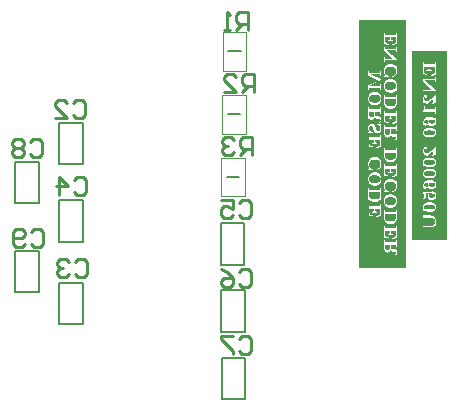
<source format=gbo>
G04*
G04 #@! TF.GenerationSoftware,Altium Limited,Altium Designer,23.4.1 (23)*
G04*
G04 Layer_Color=32896*
%FSLAX25Y25*%
%MOIN*%
G70*
G04*
G04 #@! TF.SameCoordinates,5AF0CE37-35B5-4E80-83E5-E584D9E567D1*
G04*
G04*
G04 #@! TF.FilePolarity,Positive*
G04*
G01*
G75*
%ADD11C,0.00787*%
%ADD12C,0.01000*%
%ADD45C,0.00200*%
G36*
X152854Y58563D02*
X141043D01*
Y121555D01*
X152854D01*
Y58563D01*
D02*
G37*
G36*
X139272Y49311D02*
X123524D01*
Y131988D01*
X139272D01*
Y49311D01*
D02*
G37*
%LPC*%
G36*
X149133Y117837D02*
X144728D01*
Y113408D01*
Y113817D01*
X146285Y113618D01*
Y113925D01*
X146279D01*
X146273D01*
X146243Y113931D01*
X146195Y113937D01*
X146128Y113943D01*
X146062Y113955D01*
X145990Y113967D01*
X145918Y113979D01*
X145852Y113997D01*
X145846D01*
X145822Y114003D01*
X145786Y114015D01*
X145744Y114027D01*
X145690Y114045D01*
X145636Y114069D01*
X145509Y114129D01*
X145503Y114135D01*
X145479Y114147D01*
X145449Y114165D01*
X145413Y114189D01*
X145371Y114225D01*
X145329Y114261D01*
X145281Y114309D01*
X145245Y114357D01*
X145239Y114364D01*
X145227Y114382D01*
X145209Y114412D01*
X145185Y114454D01*
X145161Y114508D01*
X145137Y114568D01*
X145113Y114640D01*
X145089Y114718D01*
Y114730D01*
X145077Y114754D01*
X145071Y114802D01*
X145059Y114862D01*
X145047Y114941D01*
X145041Y115031D01*
X145029Y115133D01*
Y116221D01*
X146699D01*
Y115794D01*
X146687Y115722D01*
X146675Y115632D01*
X146657Y115542D01*
X146627Y115445D01*
X146585Y115367D01*
X146555Y115331D01*
X146525Y115307D01*
X146519Y115301D01*
X146489Y115289D01*
X146447Y115265D01*
X146387Y115241D01*
X146309Y115217D01*
X146207Y115193D01*
X146086Y115181D01*
X145942Y115175D01*
Y114874D01*
X147757D01*
Y115175D01*
X147751D01*
X147739D01*
X147721D01*
X147691D01*
X147619Y115181D01*
X147535Y115193D01*
X147439Y115205D01*
X147343Y115229D01*
X147252Y115265D01*
X147180Y115307D01*
X147174Y115313D01*
X147150Y115331D01*
X147120Y115367D01*
X147090Y115421D01*
X147054Y115499D01*
X147042Y115542D01*
X147030Y115596D01*
X147018Y115656D01*
X147006Y115716D01*
X147000Y115788D01*
Y116221D01*
X148833D01*
Y115139D01*
X148827Y115067D01*
X148821Y114982D01*
X148815Y114898D01*
X148803Y114808D01*
X148791Y114724D01*
Y114712D01*
X148785Y114688D01*
X148773Y114646D01*
X148755Y114592D01*
X148737Y114532D01*
X148713Y114472D01*
X148689Y114406D01*
X148653Y114346D01*
X148647Y114339D01*
X148635Y114321D01*
X148617Y114291D01*
X148586Y114255D01*
X148520Y114165D01*
X148436Y114081D01*
X148430Y114075D01*
X148418Y114063D01*
X148388Y114045D01*
X148358Y114021D01*
X148310Y113991D01*
X148262Y113961D01*
X148202Y113931D01*
X148136Y113907D01*
X148130Y113901D01*
X148106Y113895D01*
X148070Y113883D01*
X148022Y113865D01*
X147968Y113853D01*
X147907Y113835D01*
X147781Y113805D01*
X147775D01*
X147751Y113799D01*
X147715Y113793D01*
X147667Y113780D01*
X147607Y113768D01*
X147535Y113751D01*
X147451Y113733D01*
X147361Y113714D01*
Y113408D01*
X149133Y113708D01*
Y117837D01*
D02*
G37*
G36*
Y112951D02*
X144692D01*
Y111419D01*
X144698Y111377D01*
X144704Y111358D01*
X144710Y111346D01*
Y111340D01*
X144722Y111322D01*
X144746Y111298D01*
X144782Y111262D01*
X147811Y108678D01*
X145185D01*
X145179D01*
X145167D01*
X145125Y108684D01*
X145083Y108690D01*
X145065Y108696D01*
X145053Y108708D01*
X145047Y108714D01*
Y108720D01*
X145041Y108738D01*
X145035Y108762D01*
X145029Y108786D01*
X145023Y108828D01*
X145017Y108876D01*
Y108882D01*
X145011Y108906D01*
Y108942D01*
X145005Y108985D01*
X144999Y109033D01*
Y109093D01*
X144993Y109213D01*
Y109375D01*
X144692D01*
Y107638D01*
Y109345D01*
X144698Y109327D01*
Y109261D01*
X144704Y109219D01*
Y109111D01*
X144710Y109051D01*
Y108900D01*
X144716Y108810D01*
Y108293D01*
X144710Y108161D01*
Y108023D01*
X144704Y107879D01*
X144698Y107747D01*
Y107686D01*
X144692Y107638D01*
X144993D01*
Y107915D01*
X144999Y107969D01*
X145005Y108029D01*
X145017Y108155D01*
Y108173D01*
X145023Y108197D01*
Y108221D01*
X145035Y108275D01*
X145047Y108299D01*
X145053Y108311D01*
X145059Y108317D01*
X145077Y108324D01*
X145095Y108329D01*
X145119D01*
X145149Y108335D01*
X145185D01*
X148929D01*
X148935D01*
X148947D01*
X148971D01*
X148995Y108342D01*
X149055Y108347D01*
X149079Y108353D01*
X149097Y108365D01*
X149103Y108371D01*
X149115Y108396D01*
X149121Y108414D01*
X149127Y108438D01*
X149133Y108474D01*
Y108029D01*
Y108474D01*
Y108558D01*
X149127Y108594D01*
X149121Y108618D01*
X149115Y108624D01*
X149109Y108630D01*
X149085Y108654D01*
X149049Y108684D01*
X145257Y111911D01*
X148647D01*
X148653D01*
X148665D01*
X148701Y111905D01*
X148749Y111899D01*
X148767Y111893D01*
X148779Y111887D01*
X148785Y111881D01*
Y111869D01*
X148791Y111857D01*
X148797Y111833D01*
X148803Y111803D01*
X148809Y111767D01*
X148815Y111719D01*
Y111689D01*
X148821Y111659D01*
Y111611D01*
X148827Y111563D01*
Y111503D01*
X148833Y111377D01*
Y111214D01*
X149133D01*
D01*
D01*
Y111244D01*
X149127Y111268D01*
Y111377D01*
X149121Y111425D01*
Y111617D01*
X149115Y111701D01*
Y112428D01*
X149121Y112573D01*
Y112717D01*
X149127Y112843D01*
Y112903D01*
X149133Y112951D01*
D02*
G37*
G36*
Y109375D02*
Y109345D01*
D01*
Y109375D01*
D02*
G37*
G36*
Y109327D02*
Y109261D01*
D01*
Y109327D01*
D02*
G37*
G36*
Y109219D02*
Y109213D01*
D01*
Y109219D01*
D02*
G37*
G36*
Y109111D02*
Y109093D01*
D01*
Y109111D01*
D02*
G37*
G36*
Y109051D02*
Y108906D01*
D01*
Y109051D01*
D02*
G37*
G36*
Y108900D02*
Y108882D01*
D01*
Y108900D01*
D02*
G37*
G36*
Y108828D02*
Y108738D01*
D01*
Y108828D01*
D02*
G37*
G36*
Y108720D02*
Y108714D01*
D01*
Y108720D01*
D02*
G37*
G36*
Y108696D02*
Y108690D01*
D01*
Y108696D01*
D02*
G37*
G36*
Y108684D02*
Y108630D01*
D01*
Y108684D01*
D02*
G37*
G36*
Y107007D02*
X144896D01*
Y104056D01*
Y105565D01*
X144902Y105517D01*
X144908Y105457D01*
X144914Y105391D01*
X144926Y105312D01*
X144939Y105234D01*
X144981Y105054D01*
X145041Y104868D01*
X145077Y104772D01*
X145119Y104675D01*
X145173Y104585D01*
X145233Y104501D01*
X145239Y104495D01*
X145251Y104483D01*
X145269Y104459D01*
X145293Y104429D01*
X145329Y104399D01*
X145365Y104363D01*
X145413Y104321D01*
X145467Y104279D01*
X145527Y104237D01*
X145594Y104195D01*
X145672Y104158D01*
X145750Y104129D01*
X145834Y104098D01*
X145924Y104074D01*
X146014Y104062D01*
X146116Y104056D01*
X146152D01*
X146201Y104062D01*
X146255D01*
X146315Y104074D01*
X146381Y104086D01*
X146453Y104098D01*
X146519Y104122D01*
X146525D01*
X146549Y104135D01*
X146585Y104153D01*
X146627Y104177D01*
X146687Y104213D01*
X146748Y104255D01*
X146814Y104309D01*
X146886Y104369D01*
X146892Y104375D01*
X146916Y104399D01*
X146952Y104435D01*
X147000Y104477D01*
X147048Y104525D01*
X147102Y104579D01*
X147156Y104639D01*
X147204Y104699D01*
X147210Y104705D01*
X147228Y104729D01*
X147258Y104765D01*
X147294Y104820D01*
X147348Y104886D01*
X147415Y104976D01*
X147487Y105078D01*
X147577Y105198D01*
Y105204D01*
X147589Y105210D01*
X147601Y105228D01*
X147619Y105252D01*
X147643Y105288D01*
X147673Y105324D01*
X147709Y105373D01*
X147751Y105427D01*
X147799Y105487D01*
X147859Y105559D01*
X147919Y105631D01*
X147985Y105715D01*
X148058Y105811D01*
X148142Y105907D01*
X148226Y106016D01*
X148322Y106130D01*
Y105000D01*
X148316Y104886D01*
Y104772D01*
X148304Y104663D01*
Y104615D01*
X148298Y104579D01*
X148292Y104549D01*
X148286Y104531D01*
X148280Y104525D01*
X148268Y104519D01*
X148244Y104501D01*
X148226Y104489D01*
X148196Y104477D01*
X148166Y104465D01*
X148124Y104453D01*
X148076Y104435D01*
X148022Y104423D01*
X147956Y104405D01*
X147877Y104393D01*
X147793Y104375D01*
X147697Y104357D01*
Y104056D01*
D01*
X149133Y104261D01*
Y107007D01*
D02*
G37*
G36*
Y103149D02*
X144896D01*
D01*
X145311D01*
Y102945D01*
X145305Y102890D01*
X145299Y102818D01*
X145293Y102740D01*
X145281Y102650D01*
X145263Y102554D01*
X145221Y102343D01*
X145191Y102235D01*
X145155Y102127D01*
X145113Y102019D01*
X145065Y101911D01*
X145011Y101809D01*
X144945Y101713D01*
X144939Y101700D01*
X144920Y101676D01*
X144902Y101628D01*
X144896Y101574D01*
Y100474D01*
Y101556D01*
X144902Y101514D01*
X144914Y101472D01*
X144926Y101454D01*
X144939Y101442D01*
X144945Y101436D01*
X144975Y101424D01*
X144999D01*
X145029Y101418D01*
X145065Y101412D01*
X145107D01*
X148833D01*
Y100474D01*
X149133D01*
Y100511D01*
X149127Y100534D01*
Y100679D01*
X149121Y100745D01*
Y101027D01*
X149115Y101147D01*
Y102320D01*
X149121Y102542D01*
Y102752D01*
X149127Y102854D01*
Y103017D01*
X149133Y103077D01*
X148833D01*
Y102151D01*
X145485D01*
Y102157D01*
X145491Y102169D01*
X145497Y102193D01*
X145503Y102223D01*
X145515Y102259D01*
X145527Y102307D01*
X145539Y102356D01*
X145545Y102416D01*
X145570Y102542D01*
X145594Y102692D01*
X145606Y102848D01*
X145612Y103017D01*
Y103149D01*
X149133D01*
D02*
G37*
G36*
X149206Y99663D02*
Y98142D01*
X149199Y98185D01*
X149194Y98245D01*
X149188Y98311D01*
X149170Y98389D01*
X149152Y98479D01*
X149127Y98575D01*
X149091Y98671D01*
X149049Y98774D01*
X148995Y98882D01*
X148935Y98984D01*
X148863Y99080D01*
X148773Y99176D01*
X148677Y99266D01*
X148563Y99344D01*
X148556Y99351D01*
X148538Y99357D01*
X148508Y99375D01*
X148460Y99393D01*
X148406Y99417D01*
X148340Y99447D01*
X148262Y99477D01*
X148172Y99501D01*
X148070Y99531D01*
X147961Y99561D01*
X147841Y99591D01*
X147709Y99615D01*
X147565Y99633D01*
X147415Y99651D01*
X147252Y99657D01*
X147084Y99663D01*
X149206D01*
X144884D01*
D01*
X146988D01*
X146934Y99657D01*
X146874Y99651D01*
X146808D01*
X146735Y99639D01*
X146579Y99621D01*
X146405Y99591D01*
X146231Y99549D01*
X146056Y99489D01*
X146050D01*
X146038Y99483D01*
X146014Y99471D01*
X145984Y99459D01*
X145948Y99441D01*
X145900Y99417D01*
X145804Y99362D01*
X145690Y99296D01*
X145575Y99212D01*
X145467Y99122D01*
X145365Y99020D01*
Y99014D01*
X145353Y99008D01*
X145341Y98990D01*
X145323Y98972D01*
X145281Y98912D01*
X145227Y98834D01*
X145167Y98743D01*
X145107Y98641D01*
X145053Y98527D01*
X145005Y98407D01*
Y98401D01*
X144999Y98389D01*
X144993Y98377D01*
X144986Y98347D01*
X144968Y98281D01*
X144945Y98197D01*
X144920Y98094D01*
X144902Y97980D01*
X144890Y97854D01*
X144884Y97722D01*
Y97674D01*
X144890Y97644D01*
Y97602D01*
X144896Y97553D01*
X144914Y97445D01*
X144945Y97331D01*
X144986Y97205D01*
X145047Y97091D01*
X145125Y96989D01*
X145137Y96977D01*
X145167Y96952D01*
X145215Y96911D01*
X145281Y96862D01*
X145365Y96820D01*
X145461Y96778D01*
X145575Y96754D01*
X145696Y96742D01*
X145702D01*
X145726D01*
X145762Y96748D01*
X145804Y96754D01*
X145852Y96772D01*
X145900Y96790D01*
X145948Y96820D01*
X145996Y96862D01*
X146002Y96868D01*
X146014Y96880D01*
X146032Y96911D01*
X146050Y96940D01*
X146068Y96989D01*
X146086Y97037D01*
X146098Y97103D01*
X146104Y97169D01*
Y97199D01*
X146098Y97229D01*
X146092Y97271D01*
X146074Y97319D01*
X146056Y97367D01*
X146026Y97415D01*
X145990Y97463D01*
X145984Y97469D01*
X145972Y97481D01*
X145948Y97500D01*
X145912Y97518D01*
X145870Y97536D01*
X145828Y97553D01*
X145774Y97566D01*
X145714Y97572D01*
X145708D01*
X145690D01*
X145660Y97566D01*
X145624Y97560D01*
X145581Y97548D01*
X145533Y97536D01*
X145491Y97512D01*
X145449Y97481D01*
X145443Y97475D01*
X145431Y97463D01*
X145413Y97445D01*
X145389Y97415D01*
X145371Y97379D01*
X145347Y97331D01*
X145329Y97283D01*
X145317Y97223D01*
X145311Y97229D01*
X145293Y97253D01*
X145263Y97295D01*
X145233Y97349D01*
X145203Y97415D01*
X145173Y97500D01*
X145155Y97596D01*
X145143Y97710D01*
Y97758D01*
X145149Y97818D01*
X145161Y97890D01*
X145179Y97968D01*
X145209Y98064D01*
X145245Y98154D01*
X145299Y98251D01*
X145305Y98263D01*
X145329Y98293D01*
X145359Y98335D01*
X145407Y98389D01*
X145461Y98449D01*
X145527Y98509D01*
X145600Y98569D01*
X145684Y98617D01*
X145690D01*
X145702Y98623D01*
X145726Y98635D01*
X145756Y98647D01*
X145798Y98659D01*
X145846Y98677D01*
X145906Y98695D01*
X145972Y98707D01*
X146044Y98725D01*
X146128Y98743D01*
X146219Y98761D01*
X146321Y98774D01*
X146429Y98786D01*
X146543Y98798D01*
X146669Y98804D01*
X146802D01*
X146928D01*
X146922Y98798D01*
X146904Y98792D01*
X146880Y98774D01*
X146850Y98750D01*
X146814Y98725D01*
X146772Y98689D01*
X146723Y98647D01*
X146675Y98599D01*
X146585Y98491D01*
X146507Y98353D01*
X146477Y98281D01*
X146453Y98197D01*
X146435Y98106D01*
X146429Y98016D01*
Y97956D01*
X146435Y97914D01*
X146441Y97860D01*
X146447Y97800D01*
X146459Y97734D01*
X146477Y97656D01*
X146519Y97500D01*
X146549Y97415D01*
X146585Y97325D01*
X146627Y97241D01*
X146675Y97157D01*
X146729Y97073D01*
X146796Y96995D01*
X146802Y96989D01*
X146814Y96977D01*
X146832Y96959D01*
X146862Y96929D01*
X146898Y96899D01*
X146946Y96862D01*
X147000Y96826D01*
X147060Y96784D01*
X147126Y96748D01*
X147204Y96712D01*
X147282Y96676D01*
X147379Y96646D01*
X147475Y96616D01*
X147577Y96598D01*
X147691Y96586D01*
X147811Y96580D01*
X147871D01*
X147919Y96586D01*
X147968Y96592D01*
X148034Y96604D01*
X148100Y96616D01*
X148178Y96634D01*
X148256Y96652D01*
X148340Y96682D01*
X148424Y96718D01*
X148508Y96754D01*
X148592Y96808D01*
X148677Y96862D01*
X148755Y96929D01*
X148827Y97001D01*
X148833Y97007D01*
X148845Y97019D01*
X148863Y97043D01*
X148887Y97079D01*
X148917Y97121D01*
X148947Y97169D01*
X148983Y97229D01*
X149013Y97295D01*
X149049Y97373D01*
X149085Y97457D01*
X149115Y97548D01*
X149145Y97644D01*
X149170Y97752D01*
X149188Y97860D01*
X149199Y97980D01*
X149206Y98106D01*
Y97019D01*
Y99663D01*
D02*
G37*
G36*
Y95967D02*
X144890D01*
Y92830D01*
Y94344D01*
X144896Y94284D01*
X144902Y94206D01*
X144914Y94116D01*
X144932Y94020D01*
X144957Y93918D01*
X144986Y93821D01*
Y93815D01*
X144993Y93809D01*
X145005Y93779D01*
X145023Y93731D01*
X145053Y93671D01*
X145083Y93605D01*
X145125Y93539D01*
X145167Y93467D01*
X145215Y93407D01*
X145221Y93401D01*
X145239Y93377D01*
X145269Y93347D01*
X145305Y93310D01*
X145353Y93268D01*
X145413Y93220D01*
X145479Y93172D01*
X145557Y93130D01*
X145570Y93124D01*
X145594Y93112D01*
X145636Y93088D01*
X145690Y93064D01*
X145750Y93040D01*
X145816Y93010D01*
X145948Y92962D01*
X145954D01*
X145978Y92950D01*
X146014Y92944D01*
X146062Y92926D01*
X146122Y92914D01*
X146195Y92896D01*
X146279Y92884D01*
X146369Y92872D01*
X146381D01*
X146411Y92866D01*
X146453Y92860D01*
X146507Y92854D01*
X146567Y92848D01*
X146633Y92842D01*
X146693D01*
X146748Y92836D01*
X146754D01*
X146772D01*
X146796D01*
X146838Y92830D01*
X144890D01*
X149206D01*
X147288D01*
X147397Y92836D01*
X147403D01*
X147421D01*
X147451Y92842D01*
X147493D01*
X147547Y92848D01*
X147613Y92854D01*
X147685Y92860D01*
X147775Y92872D01*
X147787D01*
X147817Y92878D01*
X147859Y92884D01*
X147919Y92896D01*
X147979Y92908D01*
X148052Y92920D01*
X148124Y92938D01*
X148190Y92962D01*
X148196D01*
X148220Y92974D01*
X148256Y92986D01*
X148298Y93004D01*
X148358Y93028D01*
X148418Y93058D01*
X148490Y93088D01*
X148568Y93130D01*
X148574Y93136D01*
X148605Y93148D01*
X148641Y93172D01*
X148689Y93208D01*
X148743Y93250D01*
X148797Y93292D01*
X148851Y93347D01*
X148905Y93407D01*
X148911Y93413D01*
X148923Y93437D01*
X148947Y93473D01*
X148977Y93521D01*
X149013Y93581D01*
X149049Y93653D01*
X149085Y93737D01*
X149121Y93827D01*
X149127Y93839D01*
X149133Y93869D01*
X149145Y93923D01*
X149163Y93996D01*
X149181Y94080D01*
X149194Y94176D01*
X149199Y94284D01*
X149206Y94398D01*
Y94452D01*
X149199Y94512D01*
X149194Y94591D01*
X149181Y94681D01*
X149170Y94783D01*
X149145Y94879D01*
X149115Y94981D01*
X149109Y94993D01*
X149097Y95023D01*
X149079Y95071D01*
X149055Y95126D01*
X149025Y95192D01*
X148983Y95264D01*
X148947Y95330D01*
X148899Y95396D01*
X148893Y95402D01*
X148875Y95420D01*
X148845Y95450D01*
X148809Y95486D01*
X148761Y95534D01*
X148701Y95576D01*
X148635Y95624D01*
X148563Y95672D01*
X148550Y95678D01*
X148526Y95690D01*
X148484Y95709D01*
X148436Y95739D01*
X148376Y95763D01*
X148316Y95793D01*
X148184Y95841D01*
X148178D01*
X148154Y95847D01*
X148118Y95859D01*
X148070Y95871D01*
X148010Y95889D01*
X147937Y95901D01*
X147859Y95919D01*
X147769Y95931D01*
X147757D01*
X147727Y95937D01*
X147685Y95943D01*
X147631Y95949D01*
X147511Y95961D01*
X147451D01*
X147397Y95967D01*
X149206D01*
D02*
G37*
G36*
X149133Y89687D02*
X144896D01*
D01*
X145834D01*
X145804Y89680D01*
X145768Y89674D01*
X145726Y89668D01*
X145630Y89638D01*
X145515Y89590D01*
X145455Y89560D01*
X145401Y89524D01*
X145341Y89476D01*
X145281Y89422D01*
X145227Y89362D01*
X145173Y89296D01*
X145167Y89290D01*
X145161Y89278D01*
X145149Y89254D01*
X145131Y89224D01*
X145107Y89188D01*
X145083Y89139D01*
X145059Y89086D01*
X145035Y89025D01*
X145011Y88953D01*
X144986Y88881D01*
X144963Y88797D01*
X144939Y88713D01*
X144908Y88520D01*
X144896Y88418D01*
Y88244D01*
X144902Y88196D01*
X144908Y88136D01*
X144914Y88070D01*
X144926Y87992D01*
X144939Y87914D01*
X144981Y87733D01*
X145041Y87547D01*
X145077Y87451D01*
X145119Y87355D01*
X145173Y87264D01*
X145233Y87180D01*
X145239Y87174D01*
X145251Y87162D01*
X145269Y87138D01*
X145293Y87108D01*
X145329Y87078D01*
X145365Y87042D01*
X145413Y87000D01*
X145467Y86958D01*
X145527Y86916D01*
X145594Y86874D01*
X145672Y86838D01*
X145750Y86808D01*
X145834Y86778D01*
X145924Y86754D01*
X146014Y86742D01*
X146116Y86735D01*
X146152D01*
X146201Y86742D01*
X146255D01*
X146315Y86754D01*
X146381Y86766D01*
X146453Y86778D01*
X146519Y86802D01*
X146525D01*
X146549Y86814D01*
X146585Y86832D01*
X146627Y86856D01*
X146687Y86892D01*
X146748Y86934D01*
X146814Y86988D01*
X146886Y87048D01*
X146892Y87054D01*
X146916Y87078D01*
X146952Y87114D01*
X147000Y87156D01*
X147048Y87204D01*
X147102Y87258D01*
X147156Y87318D01*
X147204Y87379D01*
X147210Y87385D01*
X147228Y87409D01*
X147258Y87445D01*
X147294Y87499D01*
X147348Y87565D01*
X147415Y87655D01*
X147487Y87757D01*
X147577Y87877D01*
Y87884D01*
X147589Y87889D01*
X147601Y87907D01*
X147619Y87932D01*
X147643Y87968D01*
X147673Y88004D01*
X147709Y88052D01*
X147751Y88106D01*
X147799Y88166D01*
X147859Y88238D01*
X147919Y88310D01*
X147985Y88394D01*
X148058Y88490D01*
X148142Y88587D01*
X148226Y88695D01*
X148322Y88809D01*
Y87679D01*
X148316Y87565D01*
Y87451D01*
X148304Y87343D01*
Y87295D01*
X148298Y87258D01*
X148292Y87228D01*
X148286Y87210D01*
X148280Y87204D01*
X148268Y87198D01*
X148244Y87180D01*
X148226Y87168D01*
X148196Y87156D01*
X148166Y87144D01*
X148124Y87132D01*
X148076Y87114D01*
X148022Y87102D01*
X147956Y87084D01*
X147877Y87072D01*
X147793Y87054D01*
X147697Y87036D01*
Y86735D01*
D01*
X149133Y86940D01*
Y89687D01*
D02*
G37*
G36*
X149206Y86062D02*
X144890D01*
Y82925D01*
Y84440D01*
X144896Y84380D01*
X144902Y84302D01*
X144914Y84211D01*
X144932Y84115D01*
X144957Y84013D01*
X144986Y83917D01*
Y83911D01*
X144993Y83905D01*
X145005Y83875D01*
X145023Y83827D01*
X145053Y83767D01*
X145083Y83701D01*
X145125Y83634D01*
X145167Y83562D01*
X145215Y83502D01*
X145221Y83496D01*
X145239Y83472D01*
X145269Y83442D01*
X145305Y83406D01*
X145353Y83364D01*
X145413Y83316D01*
X145479Y83268D01*
X145557Y83226D01*
X145570Y83220D01*
X145594Y83208D01*
X145636Y83184D01*
X145690Y83160D01*
X145750Y83136D01*
X145816Y83105D01*
X145948Y83057D01*
X145954D01*
X145978Y83045D01*
X146014Y83039D01*
X146062Y83021D01*
X146122Y83009D01*
X146195Y82991D01*
X146279Y82979D01*
X146369Y82967D01*
X146381D01*
X146411Y82961D01*
X146453Y82955D01*
X146507Y82949D01*
X146567Y82943D01*
X146633Y82937D01*
X146693D01*
X146748Y82931D01*
X146754D01*
X146772D01*
X146796D01*
X146838Y82925D01*
X144890D01*
X149206D01*
X147288D01*
X147397Y82931D01*
X147403D01*
X147421D01*
X147451Y82937D01*
X147493D01*
X147547Y82943D01*
X147613Y82949D01*
X147685Y82955D01*
X147775Y82967D01*
X147787D01*
X147817Y82973D01*
X147859Y82979D01*
X147919Y82991D01*
X147979Y83003D01*
X148052Y83015D01*
X148124Y83033D01*
X148190Y83057D01*
X148196D01*
X148220Y83069D01*
X148256Y83082D01*
X148298Y83100D01*
X148358Y83123D01*
X148418Y83154D01*
X148490Y83184D01*
X148568Y83226D01*
X148574Y83232D01*
X148605Y83244D01*
X148641Y83268D01*
X148689Y83304D01*
X148743Y83346D01*
X148797Y83388D01*
X148851Y83442D01*
X148905Y83502D01*
X148911Y83508D01*
X148923Y83532D01*
X148947Y83568D01*
X148977Y83616D01*
X149013Y83676D01*
X149049Y83749D01*
X149085Y83833D01*
X149121Y83923D01*
X149127Y83935D01*
X149133Y83965D01*
X149145Y84019D01*
X149163Y84091D01*
X149181Y84175D01*
X149194Y84271D01*
X149199Y84380D01*
X149206Y84494D01*
Y84548D01*
X149199Y84608D01*
X149194Y84686D01*
X149181Y84776D01*
X149170Y84878D01*
X149145Y84975D01*
X149115Y85077D01*
X149109Y85089D01*
X149097Y85119D01*
X149079Y85167D01*
X149055Y85221D01*
X149025Y85287D01*
X148983Y85359D01*
X148947Y85425D01*
X148899Y85492D01*
X148893Y85497D01*
X148875Y85515D01*
X148845Y85546D01*
X148809Y85582D01*
X148761Y85630D01*
X148701Y85672D01*
X148635Y85720D01*
X148563Y85768D01*
X148550Y85774D01*
X148526Y85786D01*
X148484Y85804D01*
X148436Y85834D01*
X148376Y85858D01*
X148316Y85888D01*
X148184Y85936D01*
X148178D01*
X148154Y85942D01*
X148118Y85954D01*
X148070Y85966D01*
X148010Y85984D01*
X147937Y85996D01*
X147859Y86014D01*
X147769Y86026D01*
X147757D01*
X147727Y86032D01*
X147685Y86038D01*
X147631Y86044D01*
X147511Y86056D01*
X147451D01*
X147397Y86062D01*
X149206D01*
D02*
G37*
G36*
Y82342D02*
X144890D01*
Y79205D01*
Y80720D01*
X144896Y80659D01*
X144902Y80581D01*
X144914Y80491D01*
X144932Y80395D01*
X144957Y80293D01*
X144986Y80197D01*
Y80191D01*
X144993Y80185D01*
X145005Y80155D01*
X145023Y80107D01*
X145053Y80046D01*
X145083Y79980D01*
X145125Y79914D01*
X145167Y79842D01*
X145215Y79782D01*
X145221Y79776D01*
X145239Y79752D01*
X145269Y79722D01*
X145305Y79686D01*
X145353Y79644D01*
X145413Y79596D01*
X145479Y79548D01*
X145557Y79505D01*
X145570Y79500D01*
X145594Y79488D01*
X145636Y79463D01*
X145690Y79439D01*
X145750Y79415D01*
X145816Y79385D01*
X145948Y79337D01*
X145954D01*
X145978Y79325D01*
X146014Y79319D01*
X146062Y79301D01*
X146122Y79289D01*
X146195Y79271D01*
X146279Y79259D01*
X146369Y79247D01*
X146381D01*
X146411Y79241D01*
X146453Y79235D01*
X146507Y79229D01*
X146567Y79223D01*
X146633Y79217D01*
X146693D01*
X146748Y79211D01*
X146754D01*
X146772D01*
X146796D01*
X146838Y79205D01*
X144890D01*
X149206D01*
X147288D01*
X147397Y79211D01*
X147403D01*
X147421D01*
X147451Y79217D01*
X147493D01*
X147547Y79223D01*
X147613Y79229D01*
X147685Y79235D01*
X147775Y79247D01*
X147787D01*
X147817Y79253D01*
X147859Y79259D01*
X147919Y79271D01*
X147979Y79283D01*
X148052Y79295D01*
X148124Y79313D01*
X148190Y79337D01*
X148196D01*
X148220Y79349D01*
X148256Y79361D01*
X148298Y79379D01*
X148358Y79403D01*
X148418Y79433D01*
X148490Y79463D01*
X148568Y79505D01*
X148574Y79511D01*
X148605Y79523D01*
X148641Y79548D01*
X148689Y79584D01*
X148743Y79626D01*
X148797Y79668D01*
X148851Y79722D01*
X148905Y79782D01*
X148911Y79788D01*
X148923Y79812D01*
X148947Y79848D01*
X148977Y79896D01*
X149013Y79956D01*
X149049Y80028D01*
X149085Y80112D01*
X149121Y80203D01*
X149127Y80215D01*
X149133Y80245D01*
X149145Y80299D01*
X149163Y80371D01*
X149181Y80455D01*
X149194Y80551D01*
X149199Y80659D01*
X149206Y80774D01*
Y80828D01*
X149199Y80888D01*
X149194Y80966D01*
X149181Y81056D01*
X149170Y81158D01*
X149145Y81254D01*
X149115Y81357D01*
X149109Y81369D01*
X149097Y81399D01*
X149079Y81447D01*
X149055Y81501D01*
X149025Y81567D01*
X148983Y81639D01*
X148947Y81705D01*
X148899Y81771D01*
X148893Y81777D01*
X148875Y81795D01*
X148845Y81825D01*
X148809Y81861D01*
X148761Y81910D01*
X148701Y81952D01*
X148635Y82000D01*
X148563Y82048D01*
X148550Y82054D01*
X148526Y82066D01*
X148484Y82084D01*
X148436Y82114D01*
X148376Y82138D01*
X148316Y82168D01*
X148184Y82216D01*
X148178D01*
X148154Y82222D01*
X148118Y82234D01*
X148070Y82246D01*
X148010Y82264D01*
X147937Y82276D01*
X147859Y82294D01*
X147769Y82306D01*
X147757D01*
X147727Y82312D01*
X147685Y82318D01*
X147631Y82324D01*
X147511Y82336D01*
X147451D01*
X147397Y82342D01*
X149206D01*
D02*
G37*
G36*
Y78598D02*
Y77078D01*
X149199Y77119D01*
X149194Y77180D01*
X149188Y77246D01*
X149170Y77324D01*
X149152Y77414D01*
X149127Y77510D01*
X149091Y77606D01*
X149049Y77709D01*
X148995Y77817D01*
X148935Y77919D01*
X148863Y78015D01*
X148773Y78111D01*
X148677Y78201D01*
X148563Y78280D01*
X148556Y78285D01*
X148538Y78291D01*
X148508Y78310D01*
X148460Y78328D01*
X148406Y78352D01*
X148340Y78382D01*
X148262Y78412D01*
X148172Y78436D01*
X148070Y78466D01*
X147961Y78496D01*
X147841Y78526D01*
X147709Y78550D01*
X147565Y78568D01*
X147415Y78586D01*
X147252Y78592D01*
X147084Y78598D01*
X149206D01*
X144884D01*
D01*
X146988D01*
X146934Y78592D01*
X146874Y78586D01*
X146808D01*
X146735Y78574D01*
X146579Y78556D01*
X146405Y78526D01*
X146231Y78484D01*
X146056Y78424D01*
X146050D01*
X146038Y78418D01*
X146014Y78406D01*
X145984Y78394D01*
X145948Y78376D01*
X145900Y78352D01*
X145804Y78298D01*
X145690Y78231D01*
X145575Y78147D01*
X145467Y78057D01*
X145365Y77955D01*
Y77949D01*
X145353Y77943D01*
X145341Y77925D01*
X145323Y77907D01*
X145281Y77847D01*
X145227Y77769D01*
X145167Y77679D01*
X145107Y77576D01*
X145053Y77462D01*
X145005Y77342D01*
Y77336D01*
X144999Y77324D01*
X144993Y77312D01*
X144986Y77282D01*
X144968Y77216D01*
X144945Y77132D01*
X144920Y77029D01*
X144902Y76915D01*
X144890Y76789D01*
X144884Y76657D01*
Y76609D01*
X144890Y76579D01*
Y76537D01*
X144896Y76489D01*
X144914Y76380D01*
X144945Y76266D01*
X144986Y76140D01*
X145047Y76026D01*
X145125Y75924D01*
X145137Y75911D01*
X145167Y75888D01*
X145215Y75845D01*
X145281Y75797D01*
X145365Y75755D01*
X145461Y75713D01*
X145575Y75689D01*
X145696Y75677D01*
X145702D01*
X145726D01*
X145762Y75683D01*
X145804Y75689D01*
X145852Y75707D01*
X145900Y75725D01*
X145948Y75755D01*
X145996Y75797D01*
X146002Y75803D01*
X146014Y75815D01*
X146032Y75845D01*
X146050Y75876D01*
X146068Y75924D01*
X146086Y75972D01*
X146098Y76038D01*
X146104Y76104D01*
Y76134D01*
X146098Y76164D01*
X146092Y76206D01*
X146074Y76254D01*
X146056Y76302D01*
X146026Y76350D01*
X145990Y76398D01*
X145984Y76404D01*
X145972Y76416D01*
X145948Y76434D01*
X145912Y76452D01*
X145870Y76471D01*
X145828Y76489D01*
X145774Y76500D01*
X145714Y76507D01*
X145708D01*
X145690D01*
X145660Y76500D01*
X145624Y76494D01*
X145581Y76482D01*
X145533Y76471D01*
X145491Y76446D01*
X145449Y76416D01*
X145443Y76410D01*
X145431Y76398D01*
X145413Y76380D01*
X145389Y76350D01*
X145371Y76314D01*
X145347Y76266D01*
X145329Y76218D01*
X145317Y76158D01*
X145311Y76164D01*
X145293Y76188D01*
X145263Y76230D01*
X145233Y76284D01*
X145203Y76350D01*
X145173Y76434D01*
X145155Y76531D01*
X145143Y76645D01*
Y76693D01*
X145149Y76753D01*
X145161Y76825D01*
X145179Y76903D01*
X145209Y76999D01*
X145245Y77090D01*
X145299Y77186D01*
X145305Y77198D01*
X145329Y77228D01*
X145359Y77270D01*
X145407Y77324D01*
X145461Y77384D01*
X145527Y77444D01*
X145600Y77504D01*
X145684Y77552D01*
X145690D01*
X145702Y77558D01*
X145726Y77570D01*
X145756Y77582D01*
X145798Y77594D01*
X145846Y77612D01*
X145906Y77630D01*
X145972Y77642D01*
X146044Y77660D01*
X146128Y77679D01*
X146219Y77697D01*
X146321Y77709D01*
X146429Y77720D01*
X146543Y77733D01*
X146669Y77739D01*
X146802D01*
X146928D01*
X146922Y77733D01*
X146904Y77727D01*
X146880Y77709D01*
X146850Y77684D01*
X146814Y77660D01*
X146772Y77624D01*
X146723Y77582D01*
X146675Y77534D01*
X146585Y77426D01*
X146507Y77288D01*
X146477Y77216D01*
X146453Y77132D01*
X146435Y77041D01*
X146429Y76951D01*
Y76891D01*
X146435Y76849D01*
X146441Y76795D01*
X146447Y76735D01*
X146459Y76669D01*
X146477Y76591D01*
X146519Y76434D01*
X146549Y76350D01*
X146585Y76260D01*
X146627Y76176D01*
X146675Y76092D01*
X146729Y76008D01*
X146796Y75930D01*
X146802Y75924D01*
X146814Y75911D01*
X146832Y75893D01*
X146862Y75863D01*
X146898Y75833D01*
X146946Y75797D01*
X147000Y75761D01*
X147060Y75719D01*
X147126Y75683D01*
X147204Y75647D01*
X147282Y75611D01*
X147379Y75581D01*
X147475Y75551D01*
X147577Y75533D01*
X147691Y75521D01*
X147811Y75515D01*
X147871D01*
X147919Y75521D01*
X147968Y75527D01*
X148034Y75539D01*
X148100Y75551D01*
X148178Y75569D01*
X148256Y75587D01*
X148340Y75617D01*
X148424Y75653D01*
X148508Y75689D01*
X148592Y75743D01*
X148677Y75797D01*
X148755Y75863D01*
X148827Y75936D01*
X148833Y75942D01*
X148845Y75954D01*
X148863Y75978D01*
X148887Y76014D01*
X148917Y76056D01*
X148947Y76104D01*
X148983Y76164D01*
X149013Y76230D01*
X149049Y76308D01*
X149085Y76392D01*
X149115Y76482D01*
X149145Y76579D01*
X149170Y76687D01*
X149188Y76795D01*
X149199Y76915D01*
X149206Y77041D01*
Y75954D01*
Y78598D01*
D02*
G37*
G36*
X148106Y74836D02*
X144902D01*
X148076D01*
X148046Y74830D01*
X148004Y74824D01*
X147961Y74812D01*
X147913Y74800D01*
X147865Y74776D01*
X147823Y74746D01*
X147817Y74740D01*
X147805Y74728D01*
X147787Y74709D01*
X147763Y74686D01*
X147715Y74625D01*
X147697Y74595D01*
X147685Y74559D01*
Y74553D01*
X147679Y74541D01*
X147673Y74529D01*
X147667Y74505D01*
X147661Y74451D01*
X147655Y74391D01*
Y74367D01*
X147661Y74337D01*
X147667Y74301D01*
X147679Y74253D01*
X147703Y74205D01*
X147727Y74157D01*
X147763Y74102D01*
X147769Y74097D01*
X147781Y74079D01*
X147811Y74054D01*
X147847Y74030D01*
X147889Y74006D01*
X147950Y73982D01*
X148016Y73964D01*
X148094Y73958D01*
X148100D01*
X148124D01*
X148160Y73964D01*
X148202Y73970D01*
X148250Y73988D01*
X148304Y74006D01*
X148352Y74036D01*
X148400Y74079D01*
X148406Y74085D01*
X148418Y74102D01*
X148436Y74127D01*
X148460Y74163D01*
X148478Y74205D01*
X148502Y74253D01*
X148514Y74313D01*
X148526Y74379D01*
X148532Y74373D01*
X148545Y74367D01*
X148563Y74349D01*
X148586Y74325D01*
X148617Y74295D01*
X148653Y74259D01*
X148689Y74217D01*
X148725Y74163D01*
X148761Y74108D01*
X148797Y74042D01*
X148833Y73976D01*
X148863Y73904D01*
X148887Y73820D01*
X148905Y73736D01*
X148917Y73640D01*
X148923Y73544D01*
Y73484D01*
X148917Y73447D01*
X148905Y73351D01*
X148887Y73255D01*
Y73249D01*
X148881Y73231D01*
X148875Y73213D01*
X148863Y73183D01*
X148833Y73117D01*
X148791Y73051D01*
Y73045D01*
X148779Y73039D01*
X148749Y73003D01*
X148701Y72955D01*
X148635Y72913D01*
X148629D01*
X148617Y72900D01*
X148599Y72895D01*
X148574Y72882D01*
X148514Y72852D01*
X148454Y72828D01*
X148448D01*
X148436Y72822D01*
X148418Y72816D01*
X148394Y72810D01*
X148364Y72804D01*
X148328Y72798D01*
X148238Y72786D01*
X148232D01*
X148214D01*
X148190Y72780D01*
X148160D01*
X148088Y72774D01*
X148022Y72768D01*
X148016D01*
X148010D01*
X147992D01*
X147968Y72762D01*
X147931D01*
X147895D01*
X147853D01*
X147805D01*
X147793D01*
X147769D01*
X147733D01*
X147691D01*
X147589D01*
X147535Y72768D01*
X147493D01*
X147487D01*
X147475D01*
X147445Y72774D01*
X147415D01*
X147372Y72780D01*
X147324Y72786D01*
X147270Y72792D01*
X147210Y72804D01*
X147204D01*
X147180Y72810D01*
X147150Y72816D01*
X147114Y72822D01*
X147030Y72852D01*
X146988Y72865D01*
X146952Y72888D01*
X146946D01*
X146934Y72900D01*
X146898Y72931D01*
X146844Y72985D01*
X146790Y73063D01*
X146783Y73069D01*
X146777Y73081D01*
X146765Y73105D01*
X146754Y73141D01*
X146741Y73183D01*
X146729Y73231D01*
X146717Y73285D01*
Y73399D01*
X146723Y73435D01*
X146729Y73484D01*
X146735Y73538D01*
X146765Y73664D01*
X146808Y73802D01*
X146838Y73874D01*
X146874Y73946D01*
X146916Y74018D01*
X146964Y74085D01*
X147018Y74151D01*
X147084Y74211D01*
X147090D01*
X147096Y74223D01*
X147120Y74253D01*
X147150Y74301D01*
X147156Y74325D01*
X147162Y74355D01*
Y74367D01*
X147156Y74391D01*
X147150Y74421D01*
X147132Y74451D01*
X147126Y74457D01*
X147114Y74469D01*
X147090Y74481D01*
X147066Y74487D01*
X147060D01*
X147042D01*
X147006Y74493D01*
X146964D01*
X145077D01*
X145065D01*
X145041D01*
X145011D01*
X144986D01*
X144981D01*
X144968Y74487D01*
X144932Y74469D01*
X144926Y74463D01*
X144914Y74451D01*
X144908Y74433D01*
X144902Y74403D01*
X144908Y74391D01*
X144914Y74367D01*
X144920Y74349D01*
X144932Y74325D01*
Y74319D01*
X144939Y74301D01*
X144950Y74271D01*
X144957Y74235D01*
X144968Y74187D01*
X144986Y74133D01*
X144999Y74067D01*
X145017Y74000D01*
X145047Y73844D01*
X145077Y73676D01*
X145095Y73496D01*
X145101Y73315D01*
Y73225D01*
X145095Y73183D01*
X145089Y73129D01*
Y73063D01*
X145077Y72997D01*
X145059Y72846D01*
X145029Y72678D01*
X144986Y72504D01*
X144932Y72330D01*
Y72324D01*
X144926Y72318D01*
X144914Y72287D01*
X144908Y72257D01*
X144902Y72233D01*
D01*
D01*
Y72215D01*
X144914Y72185D01*
X144932Y72167D01*
X144950Y72149D01*
X144981Y72143D01*
X145017Y72137D01*
X145023D01*
X145029D01*
X145047Y72143D01*
X145071Y72149D01*
X145101Y72167D01*
X145137Y72185D01*
X145179Y72215D01*
X145227Y72251D01*
X145233Y72257D01*
X145251Y72269D01*
X145281Y72299D01*
X145317Y72330D01*
X145359Y72378D01*
X145407Y72426D01*
X145461Y72492D01*
X145521Y72558D01*
X145527Y72564D01*
X145545Y72594D01*
X145575Y72630D01*
X145612Y72690D01*
X145654Y72762D01*
X145702Y72846D01*
X145750Y72943D01*
X145792Y73051D01*
Y73057D01*
X145798Y73063D01*
X145804Y73081D01*
X145810Y73105D01*
X145828Y73165D01*
X145846Y73243D01*
X145870Y73339D01*
X145888Y73441D01*
X145900Y73562D01*
X145906Y73682D01*
Y73766D01*
X145900Y73826D01*
X145894Y73892D01*
X145888Y73970D01*
X145876Y74060D01*
X145864Y74151D01*
X146711D01*
Y74145D01*
X146699Y74133D01*
X146687Y74115D01*
X146675Y74090D01*
X146657Y74060D01*
X146639Y74018D01*
X146621Y73976D01*
X146597Y73922D01*
X146555Y73802D01*
X146519Y73664D01*
X146495Y73496D01*
X146483Y73315D01*
Y73249D01*
X146489Y73201D01*
X146495Y73141D01*
X146501Y73075D01*
X146513Y73003D01*
X146531Y72919D01*
X146579Y72744D01*
X146609Y72660D01*
X146645Y72570D01*
X146687Y72480D01*
X146741Y72390D01*
X146802Y72312D01*
X146868Y72233D01*
X146874Y72227D01*
X146886Y72215D01*
X146910Y72197D01*
X146934Y72173D01*
X146976Y72143D01*
X147018Y72107D01*
X147072Y72077D01*
X147132Y72035D01*
X147198Y71999D01*
X147270Y71969D01*
X147354Y71933D01*
X147439Y71903D01*
X147529Y71879D01*
X147625Y71861D01*
X147727Y71849D01*
X147835Y71843D01*
X147895D01*
X147937Y71849D01*
X147985Y71855D01*
X148046Y71867D01*
X148112Y71879D01*
X148184Y71897D01*
X148262Y71921D01*
X148340Y71957D01*
X148424Y71993D01*
X148502Y72035D01*
X148586Y72089D01*
X148671Y72149D01*
X148749Y72221D01*
X148821Y72299D01*
X148827Y72306D01*
X148839Y72318D01*
X148857Y72348D01*
X148881Y72384D01*
X148911Y72426D01*
X148941Y72486D01*
X148977Y72552D01*
X149013Y72624D01*
X149049Y72708D01*
X149085Y72798D01*
X149115Y72900D01*
X149145Y73009D01*
X149170Y73123D01*
X149188Y73249D01*
X149199Y73381D01*
X149206Y73520D01*
Y72318D01*
Y73574D01*
X149199Y73616D01*
X149194Y73664D01*
X149188Y73724D01*
X149176Y73790D01*
X149163Y73856D01*
X149127Y74006D01*
X149067Y74169D01*
X149025Y74247D01*
X148983Y74325D01*
X148935Y74397D01*
X148875Y74469D01*
X148869Y74475D01*
X148857Y74487D01*
X148839Y74505D01*
X148815Y74523D01*
X148785Y74553D01*
X148743Y74583D01*
X148653Y74649D01*
X148538Y74722D01*
X148406Y74776D01*
X148340Y74800D01*
X148262Y74818D01*
X148184Y74830D01*
X148106Y74836D01*
D02*
G37*
G36*
X149206Y71182D02*
X144890D01*
Y68044D01*
Y69559D01*
X144896Y69499D01*
X144902Y69421D01*
X144914Y69331D01*
X144932Y69234D01*
X144957Y69132D01*
X144986Y69036D01*
Y69030D01*
X144993Y69024D01*
X145005Y68994D01*
X145023Y68946D01*
X145053Y68886D01*
X145083Y68820D01*
X145125Y68754D01*
X145167Y68682D01*
X145215Y68621D01*
X145221Y68615D01*
X145239Y68591D01*
X145269Y68561D01*
X145305Y68525D01*
X145353Y68483D01*
X145413Y68435D01*
X145479Y68387D01*
X145557Y68345D01*
X145570Y68339D01*
X145594Y68327D01*
X145636Y68303D01*
X145690Y68279D01*
X145750Y68255D01*
X145816Y68225D01*
X145948Y68177D01*
X145954D01*
X145978Y68165D01*
X146014Y68159D01*
X146062Y68141D01*
X146122Y68129D01*
X146195Y68111D01*
X146279Y68098D01*
X146369Y68086D01*
X146381D01*
X146411Y68081D01*
X146453Y68075D01*
X146507Y68068D01*
X146567Y68063D01*
X146633Y68056D01*
X146693D01*
X146748Y68050D01*
X146754D01*
X146772D01*
X146796D01*
X146838Y68044D01*
X144890D01*
X149206D01*
X147288D01*
X147397Y68050D01*
X147403D01*
X147421D01*
X147451Y68056D01*
X147493D01*
X147547Y68063D01*
X147613Y68068D01*
X147685Y68075D01*
X147775Y68086D01*
X147787D01*
X147817Y68093D01*
X147859Y68098D01*
X147919Y68111D01*
X147979Y68123D01*
X148052Y68135D01*
X148124Y68153D01*
X148190Y68177D01*
X148196D01*
X148220Y68189D01*
X148256Y68201D01*
X148298Y68219D01*
X148358Y68243D01*
X148418Y68273D01*
X148490Y68303D01*
X148568Y68345D01*
X148574Y68351D01*
X148605Y68363D01*
X148641Y68387D01*
X148689Y68423D01*
X148743Y68465D01*
X148797Y68507D01*
X148851Y68561D01*
X148905Y68621D01*
X148911Y68627D01*
X148923Y68651D01*
X148947Y68687D01*
X148977Y68736D01*
X149013Y68796D01*
X149049Y68868D01*
X149085Y68952D01*
X149121Y69042D01*
X149127Y69054D01*
X149133Y69084D01*
X149145Y69138D01*
X149163Y69210D01*
X149181Y69295D01*
X149194Y69391D01*
X149199Y69499D01*
X149206Y69613D01*
Y69667D01*
X149199Y69727D01*
X149194Y69805D01*
X149181Y69895D01*
X149170Y69998D01*
X149145Y70094D01*
X149115Y70196D01*
X149109Y70208D01*
X149097Y70238D01*
X149079Y70286D01*
X149055Y70340D01*
X149025Y70406D01*
X148983Y70478D01*
X148947Y70545D01*
X148899Y70611D01*
X148893Y70617D01*
X148875Y70635D01*
X148845Y70665D01*
X148809Y70701D01*
X148761Y70749D01*
X148701Y70791D01*
X148635Y70839D01*
X148563Y70887D01*
X148550Y70893D01*
X148526Y70905D01*
X148484Y70923D01*
X148436Y70953D01*
X148376Y70977D01*
X148316Y71007D01*
X148184Y71055D01*
X148178D01*
X148154Y71061D01*
X148118Y71074D01*
X148070Y71086D01*
X148010Y71104D01*
X147937Y71115D01*
X147859Y71134D01*
X147769Y71146D01*
X147757D01*
X147727Y71152D01*
X147685Y71158D01*
X147631Y71164D01*
X147511Y71176D01*
X147451D01*
X147397Y71182D01*
X149206D01*
D02*
G37*
G36*
Y67497D02*
X144692D01*
Y67467D01*
X144698Y67443D01*
Y67371D01*
X144704Y67323D01*
Y67191D01*
X144710Y67107D01*
Y66909D01*
X144716Y66788D01*
Y65953D01*
X144710Y65857D01*
Y65562D01*
X144704Y65466D01*
Y65382D01*
X144698Y65304D01*
Y65238D01*
X144692Y65184D01*
X144993D01*
Y65881D01*
X147697D01*
X147703D01*
X147721D01*
X147751D01*
X147787D01*
X147877D01*
X147968Y65875D01*
X147974D01*
X147985Y65869D01*
X148010D01*
X148046Y65863D01*
X148088Y65851D01*
X148142Y65839D01*
X148202Y65821D01*
X148274Y65803D01*
X148280D01*
X148304Y65791D01*
X148340Y65779D01*
X148388Y65761D01*
X148490Y65707D01*
X148545Y65671D01*
X148592Y65634D01*
X148599Y65628D01*
X148611Y65610D01*
X148635Y65586D01*
X148665Y65550D01*
X148701Y65502D01*
X148737Y65442D01*
X148773Y65370D01*
X148809Y65292D01*
X148815Y65280D01*
X148821Y65250D01*
X148839Y65202D01*
X148857Y65136D01*
X148875Y65057D01*
X148887Y64961D01*
X148899Y64853D01*
X148905Y64739D01*
Y64691D01*
X148899Y64637D01*
Y64571D01*
X148887Y64492D01*
X148875Y64402D01*
X148863Y64306D01*
X148839Y64216D01*
X148833Y64204D01*
X148827Y64174D01*
X148809Y64126D01*
X148785Y64066D01*
X148761Y64000D01*
X148725Y63922D01*
X148677Y63850D01*
X148629Y63771D01*
X148623Y63759D01*
X148605Y63735D01*
X148568Y63699D01*
X148526Y63651D01*
X148466Y63603D01*
X148400Y63549D01*
X148322Y63495D01*
X148232Y63447D01*
X148226D01*
X148220Y63441D01*
X148184Y63429D01*
X148130Y63405D01*
X148058Y63381D01*
X147974Y63363D01*
X147871Y63339D01*
X147757Y63327D01*
X147631Y63321D01*
X145185D01*
X145179D01*
X145167D01*
X145125Y63327D01*
X145083Y63333D01*
X145065Y63339D01*
X145053Y63351D01*
X145047Y63357D01*
Y63363D01*
X145041Y63381D01*
X145035Y63405D01*
X145029Y63429D01*
X145023Y63471D01*
X145017Y63519D01*
Y63525D01*
X145011Y63549D01*
Y63585D01*
X145005Y63627D01*
X144999Y63681D01*
Y63735D01*
X144993Y63862D01*
Y64018D01*
X144692D01*
D01*
Y62281D01*
Y63988D01*
X144698Y63970D01*
Y63903D01*
X144704Y63862D01*
Y63753D01*
X144710Y63687D01*
Y63537D01*
X144716Y63453D01*
Y62936D01*
X144710Y62804D01*
Y62665D01*
X144704Y62521D01*
X144698Y62389D01*
Y62329D01*
X144692Y62281D01*
X144993D01*
Y62563D01*
X144999Y62617D01*
X145005Y62678D01*
X145017Y62792D01*
Y62816D01*
X145023Y62834D01*
Y62864D01*
X145035Y62918D01*
X145047Y62942D01*
X145053Y62954D01*
X145059Y62960D01*
X145077Y62966D01*
X145095Y62972D01*
X145119D01*
X145149Y62978D01*
X145185D01*
X147655D01*
X147661D01*
X147685D01*
X147715D01*
X147763Y62984D01*
X147817Y62990D01*
X147883Y63002D01*
X147956Y63014D01*
X148034Y63032D01*
X148118Y63056D01*
X148208Y63092D01*
X148298Y63128D01*
X148394Y63170D01*
X148484Y63224D01*
X148581Y63284D01*
X148671Y63357D01*
X148755Y63435D01*
X148761Y63441D01*
X148773Y63459D01*
X148797Y63483D01*
X148827Y63519D01*
X148857Y63567D01*
X148899Y63627D01*
X148935Y63693D01*
X148977Y63771D01*
X149019Y63862D01*
X149061Y63958D01*
X149103Y64066D01*
X149133Y64186D01*
X149163Y64318D01*
X149188Y64456D01*
X149199Y64607D01*
X149206Y64763D01*
Y63170D01*
Y65100D01*
Y64805D01*
X149199Y64853D01*
Y64925D01*
X149194Y65003D01*
X149181Y65100D01*
X149170Y65202D01*
X149152Y65316D01*
X149127Y65430D01*
X149097Y65556D01*
X149061Y65683D01*
X149019Y65803D01*
X148971Y65929D01*
X148911Y66049D01*
X148845Y66157D01*
X148767Y66265D01*
X148761Y66272D01*
X148749Y66290D01*
X148719Y66314D01*
X148689Y66350D01*
X148641Y66392D01*
X148592Y66434D01*
X148526Y66482D01*
X148460Y66530D01*
X148382Y66584D01*
X148298Y66632D01*
X148202Y66674D01*
X148100Y66716D01*
X147998Y66752D01*
X147883Y66776D01*
X147763Y66794D01*
X147637Y66800D01*
X144993D01*
Y67497D01*
X149206D01*
D02*
G37*
%LPD*%
G36*
X148833Y117140D02*
X145029D01*
Y117837D01*
X148833D01*
Y117140D01*
D02*
G37*
G36*
Y112681D02*
X148827Y112627D01*
Y112566D01*
X148815Y112440D01*
Y112416D01*
X148809Y112398D01*
X148803Y112368D01*
X148797Y112320D01*
X148785Y112296D01*
X148779Y112284D01*
X148773Y112278D01*
X148755Y112266D01*
X148737D01*
X148713Y112260D01*
X148683Y112254D01*
X148647D01*
X144993D01*
Y112951D01*
X148833D01*
Y112681D01*
D02*
G37*
G36*
X148923Y107001D02*
X148899D01*
X148887Y106995D01*
X148881D01*
X148863Y106983D01*
X148839Y106959D01*
X148803Y106929D01*
X147475Y105637D01*
X147469Y105631D01*
X147445Y105607D01*
X147403Y105571D01*
X147354Y105529D01*
X147288Y105475D01*
X147216Y105415D01*
X147132Y105349D01*
X147036Y105282D01*
X146940Y105222D01*
X146832Y105156D01*
X146717Y105096D01*
X146603Y105042D01*
X146489Y105000D01*
X146369Y104964D01*
X146249Y104940D01*
X146128Y104934D01*
X146122D01*
X146110D01*
X146092D01*
X146062Y104940D01*
X146032D01*
X145990Y104946D01*
X145900Y104964D01*
X145798Y104988D01*
X145684Y105030D01*
X145575Y105084D01*
X145467Y105162D01*
X145461D01*
X145455Y105174D01*
X145425Y105204D01*
X145383Y105258D01*
X145329Y105324D01*
X145281Y105415D01*
X145239Y105523D01*
X145209Y105649D01*
X145197Y105721D01*
Y105829D01*
X145203Y105859D01*
Y105889D01*
X145209Y105931D01*
X145227Y106022D01*
X145251Y106124D01*
X145293Y106238D01*
X145347Y106346D01*
X145425Y106454D01*
Y106448D01*
X145431Y106442D01*
X145437Y106412D01*
X145455Y106364D01*
X145479Y106316D01*
Y106310D01*
X145485Y106304D01*
X145509Y106268D01*
X145533Y106250D01*
X145557Y106220D01*
X145588Y106196D01*
X145630Y106166D01*
X145636Y106160D01*
X145648Y106154D01*
X145672Y106142D01*
X145702Y106124D01*
X145738Y106112D01*
X145786Y106100D01*
X145834Y106094D01*
X145888Y106088D01*
X145900D01*
X145924D01*
X145966Y106094D01*
X146014Y106106D01*
X146074Y106124D01*
X146128Y106154D01*
X146188Y106190D01*
X146237Y106238D01*
X146243Y106244D01*
X146255Y106262D01*
X146273Y106292D01*
X146291Y106328D01*
X146315Y106376D01*
X146333Y106430D01*
X146345Y106490D01*
X146351Y106551D01*
Y106581D01*
X146345Y106611D01*
X146339Y106653D01*
X146327Y106701D01*
X146303Y106749D01*
X146279Y106809D01*
X146243Y106863D01*
X146237Y106869D01*
X146219Y106887D01*
X146195Y106911D01*
X146152Y106935D01*
X146104Y106959D01*
X146038Y106983D01*
X145966Y107001D01*
X145876Y107007D01*
X148965D01*
X148923Y107001D01*
D02*
G37*
G36*
X145804D02*
X145768Y106995D01*
X145726Y106989D01*
X145630Y106959D01*
X145515Y106911D01*
X145455Y106881D01*
X145401Y106845D01*
X145341Y106797D01*
X145281Y106743D01*
X145227Y106683D01*
X145173Y106617D01*
X145167Y106611D01*
X145161Y106599D01*
X145149Y106574D01*
X145131Y106544D01*
X145107Y106508D01*
X145083Y106460D01*
X145059Y106406D01*
X145035Y106346D01*
X145011Y106274D01*
X144986Y106202D01*
X144963Y106118D01*
X144939Y106034D01*
X144908Y105841D01*
X144896Y105739D01*
Y107007D01*
X145834D01*
X145804Y107001D01*
D02*
G37*
G36*
X147919Y98780D02*
X147974D01*
X148094Y98774D01*
X148232Y98761D01*
X148358Y98743D01*
X148424Y98731D01*
X148478Y98720D01*
X148532Y98701D01*
X148574Y98683D01*
X148581D01*
X148592Y98677D01*
X148605Y98665D01*
X148629Y98647D01*
X148689Y98605D01*
X148749Y98545D01*
X148815Y98467D01*
X148869Y98371D01*
X148893Y98311D01*
X148911Y98251D01*
X148917Y98191D01*
X148923Y98119D01*
Y98088D01*
X148917Y98052D01*
Y98010D01*
X148911Y97956D01*
X148899Y97908D01*
X148869Y97800D01*
Y97794D01*
X148857Y97776D01*
X148845Y97752D01*
X148827Y97728D01*
X148785Y97662D01*
X148755Y97632D01*
X148725Y97608D01*
X148719Y97602D01*
X148707Y97596D01*
X148689Y97584D01*
X148659Y97572D01*
X148623Y97553D01*
X148581Y97541D01*
X148526Y97523D01*
X148466Y97512D01*
X148460D01*
X148436Y97505D01*
X148406Y97500D01*
X148364Y97493D01*
X148268Y97475D01*
X148172Y97469D01*
X148166D01*
X148148D01*
X148118Y97463D01*
X148082D01*
X148028D01*
X147961Y97457D01*
X147889D01*
X147799D01*
X147793D01*
X147787D01*
X147757D01*
X147709D01*
X147655D01*
X147535D01*
X147475Y97463D01*
X147427D01*
X147421D01*
X147403D01*
X147379Y97469D01*
X147343D01*
X147300Y97475D01*
X147252Y97481D01*
X147192Y97493D01*
X147132Y97505D01*
X147126D01*
X147102Y97512D01*
X147072Y97518D01*
X147030Y97530D01*
X146946Y97553D01*
X146910Y97572D01*
X146874Y97596D01*
X146868D01*
X146862Y97608D01*
X146826Y97638D01*
X146777Y97698D01*
X146729Y97776D01*
X146723Y97782D01*
X146717Y97800D01*
X146705Y97824D01*
X146693Y97860D01*
X146681Y97902D01*
X146675Y97950D01*
X146663Y98010D01*
Y98088D01*
X146669Y98124D01*
X146675Y98185D01*
X146699Y98251D01*
X146729Y98329D01*
X146777Y98413D01*
X146850Y98503D01*
X146892Y98539D01*
X146940Y98581D01*
X146946D01*
X146952Y98587D01*
X146970Y98599D01*
X146994Y98611D01*
X147018Y98629D01*
X147054Y98647D01*
X147096Y98665D01*
X147150Y98683D01*
X147204Y98701D01*
X147264Y98720D01*
X147336Y98738D01*
X147409Y98756D01*
X147493Y98768D01*
X147577Y98780D01*
X147673Y98786D01*
X147775D01*
X147781D01*
X147799D01*
X147829D01*
X147871D01*
X147919Y98780D01*
D02*
G37*
G36*
X146693Y95961D02*
X146651D01*
X146597Y95955D01*
X146531Y95949D01*
X146453Y95943D01*
X146369Y95931D01*
X146357D01*
X146327Y95925D01*
X146279Y95919D01*
X146219Y95907D01*
X146152Y95895D01*
X146080Y95877D01*
X146008Y95859D01*
X145942Y95841D01*
X145936D01*
X145912Y95829D01*
X145876Y95817D01*
X145828Y95799D01*
X145774Y95775D01*
X145708Y95745D01*
X145636Y95714D01*
X145557Y95672D01*
X145545Y95666D01*
X145521Y95648D01*
X145479Y95624D01*
X145431Y95594D01*
X145377Y95552D01*
X145317Y95504D01*
X145263Y95450D01*
X145209Y95396D01*
X145203Y95390D01*
X145185Y95366D01*
X145161Y95330D01*
X145131Y95282D01*
X145095Y95222D01*
X145059Y95149D01*
X145023Y95071D01*
X144986Y94981D01*
Y94975D01*
X144981Y94969D01*
X144968Y94933D01*
X144957Y94885D01*
X144939Y94813D01*
X144920Y94723D01*
X144902Y94627D01*
X144896Y94519D01*
X144890Y94398D01*
Y95967D01*
X146723D01*
X146693Y95961D01*
D02*
G37*
G36*
X147336Y95131D02*
X147439D01*
X147547D01*
X147781Y95126D01*
X147895Y95120D01*
X148004Y95113D01*
X148106Y95108D01*
X148202Y95095D01*
X148286Y95089D01*
X148358Y95077D01*
X148364D01*
X148370D01*
X148388Y95071D01*
X148412Y95065D01*
X148466Y95047D01*
X148538Y95023D01*
X148611Y94993D01*
X148689Y94945D01*
X148761Y94891D01*
X148827Y94819D01*
X148833Y94807D01*
X148851Y94783D01*
X148875Y94741D01*
X148899Y94687D01*
X148923Y94627D01*
X148947Y94555D01*
X148965Y94476D01*
X148971Y94398D01*
Y94350D01*
X148965Y94320D01*
X148953Y94242D01*
X148929Y94152D01*
Y94146D01*
X148917Y94128D01*
X148905Y94104D01*
X148887Y94074D01*
X148863Y94032D01*
X148827Y93990D01*
X148779Y93936D01*
X148725Y93887D01*
X148719Y93881D01*
X148695Y93863D01*
X148659Y93839D01*
X148611Y93809D01*
X148545Y93779D01*
X148466Y93749D01*
X148382Y93725D01*
X148280Y93707D01*
X148274D01*
X148262D01*
X148244Y93701D01*
X148214D01*
X148172Y93695D01*
X148124Y93689D01*
X148064D01*
X147998Y93683D01*
X147913Y93677D01*
X147823Y93671D01*
X147715D01*
X147595Y93665D01*
X147469D01*
X147324Y93659D01*
X147168D01*
X146994D01*
X146988D01*
X146982D01*
X146964D01*
X146940D01*
X146880D01*
X146802D01*
X146705Y93665D01*
X146597D01*
X146477Y93671D01*
X146351D01*
X146098Y93689D01*
X145978Y93695D01*
X145864Y93707D01*
X145756Y93719D01*
X145666Y93737D01*
X145588Y93755D01*
X145533Y93773D01*
X145527Y93779D01*
X145503Y93791D01*
X145467Y93809D01*
X145419Y93839D01*
X145371Y93875D01*
X145323Y93918D01*
X145275Y93972D01*
X145233Y94032D01*
X145227Y94038D01*
X145215Y94062D01*
X145197Y94098D01*
X145179Y94140D01*
X145161Y94200D01*
X145143Y94260D01*
X145131Y94326D01*
X145125Y94398D01*
Y94440D01*
X145131Y94470D01*
X145137Y94548D01*
X145161Y94639D01*
Y94645D01*
X145167Y94657D01*
X145179Y94687D01*
X145197Y94717D01*
X145221Y94759D01*
X145257Y94801D01*
X145299Y94855D01*
X145353Y94909D01*
X145359Y94915D01*
X145383Y94933D01*
X145413Y94957D01*
X145461Y94987D01*
X145521Y95017D01*
X145594Y95047D01*
X145678Y95071D01*
X145768Y95089D01*
X145774D01*
X145786D01*
X145804Y95095D01*
X145834D01*
X145870Y95101D01*
X145918D01*
X145978Y95108D01*
X146044Y95113D01*
X146128Y95120D01*
X146213D01*
X146315Y95126D01*
X146429Y95131D01*
X146549D01*
X146687Y95138D01*
X146832D01*
X146994D01*
X147006D01*
X147036D01*
X147090D01*
X147162D01*
X147240D01*
X147336Y95131D01*
D02*
G37*
G36*
X148923Y89680D02*
X148899D01*
X148887Y89674D01*
X148881D01*
X148863Y89662D01*
X148839Y89638D01*
X148803Y89608D01*
X147475Y88316D01*
X147469Y88310D01*
X147445Y88286D01*
X147403Y88250D01*
X147354Y88208D01*
X147288Y88154D01*
X147216Y88094D01*
X147132Y88028D01*
X147036Y87962D01*
X146940Y87902D01*
X146832Y87835D01*
X146717Y87775D01*
X146603Y87721D01*
X146489Y87679D01*
X146369Y87643D01*
X146249Y87619D01*
X146128Y87613D01*
X146122D01*
X146110D01*
X146092D01*
X146062Y87619D01*
X146032D01*
X145990Y87625D01*
X145900Y87643D01*
X145798Y87667D01*
X145684Y87709D01*
X145575Y87763D01*
X145467Y87841D01*
X145461D01*
X145455Y87853D01*
X145425Y87884D01*
X145383Y87937D01*
X145329Y88004D01*
X145281Y88094D01*
X145239Y88202D01*
X145209Y88328D01*
X145197Y88400D01*
Y88508D01*
X145203Y88538D01*
Y88569D01*
X145209Y88611D01*
X145227Y88701D01*
X145251Y88803D01*
X145293Y88917D01*
X145347Y89025D01*
X145425Y89134D01*
Y89127D01*
X145431Y89122D01*
X145437Y89091D01*
X145455Y89043D01*
X145479Y88995D01*
Y88989D01*
X145485Y88983D01*
X145509Y88947D01*
X145533Y88929D01*
X145557Y88899D01*
X145588Y88875D01*
X145630Y88845D01*
X145636Y88839D01*
X145648Y88833D01*
X145672Y88821D01*
X145702Y88803D01*
X145738Y88791D01*
X145786Y88779D01*
X145834Y88773D01*
X145888Y88767D01*
X145900D01*
X145924D01*
X145966Y88773D01*
X146014Y88785D01*
X146074Y88803D01*
X146128Y88833D01*
X146188Y88869D01*
X146237Y88917D01*
X146243Y88923D01*
X146255Y88941D01*
X146273Y88971D01*
X146291Y89007D01*
X146315Y89055D01*
X146333Y89109D01*
X146345Y89170D01*
X146351Y89230D01*
Y89260D01*
X146345Y89290D01*
X146339Y89332D01*
X146327Y89380D01*
X146303Y89428D01*
X146279Y89488D01*
X146243Y89542D01*
X146237Y89548D01*
X146219Y89566D01*
X146195Y89590D01*
X146152Y89614D01*
X146104Y89638D01*
X146038Y89662D01*
X145966Y89680D01*
X145876Y89687D01*
X148965D01*
X148923Y89680D01*
D02*
G37*
G36*
X146693Y86056D02*
X146651D01*
X146597Y86050D01*
X146531Y86044D01*
X146453Y86038D01*
X146369Y86026D01*
X146357D01*
X146327Y86020D01*
X146279Y86014D01*
X146219Y86002D01*
X146152Y85990D01*
X146080Y85972D01*
X146008Y85954D01*
X145942Y85936D01*
X145936D01*
X145912Y85924D01*
X145876Y85912D01*
X145828Y85894D01*
X145774Y85870D01*
X145708Y85840D01*
X145636Y85810D01*
X145557Y85768D01*
X145545Y85762D01*
X145521Y85744D01*
X145479Y85720D01*
X145431Y85690D01*
X145377Y85648D01*
X145317Y85600D01*
X145263Y85546D01*
X145209Y85492D01*
X145203Y85486D01*
X145185Y85461D01*
X145161Y85425D01*
X145131Y85377D01*
X145095Y85317D01*
X145059Y85245D01*
X145023Y85167D01*
X144986Y85077D01*
Y85071D01*
X144981Y85065D01*
X144968Y85029D01*
X144957Y84981D01*
X144939Y84908D01*
X144920Y84818D01*
X144902Y84722D01*
X144896Y84614D01*
X144890Y84494D01*
Y86062D01*
X146723D01*
X146693Y86056D01*
D02*
G37*
G36*
X147336Y85227D02*
X147439D01*
X147547D01*
X147781Y85221D01*
X147895Y85215D01*
X148004Y85209D01*
X148106Y85203D01*
X148202Y85191D01*
X148286Y85185D01*
X148358Y85173D01*
X148364D01*
X148370D01*
X148388Y85167D01*
X148412Y85161D01*
X148466Y85143D01*
X148538Y85119D01*
X148611Y85089D01*
X148689Y85041D01*
X148761Y84987D01*
X148827Y84914D01*
X148833Y84903D01*
X148851Y84878D01*
X148875Y84836D01*
X148899Y84782D01*
X148923Y84722D01*
X148947Y84650D01*
X148965Y84572D01*
X148971Y84494D01*
Y84446D01*
X148965Y84416D01*
X148953Y84338D01*
X148929Y84247D01*
Y84241D01*
X148917Y84223D01*
X148905Y84199D01*
X148887Y84169D01*
X148863Y84127D01*
X148827Y84085D01*
X148779Y84031D01*
X148725Y83983D01*
X148719Y83977D01*
X148695Y83959D01*
X148659Y83935D01*
X148611Y83905D01*
X148545Y83875D01*
X148466Y83845D01*
X148382Y83821D01*
X148280Y83803D01*
X148274D01*
X148262D01*
X148244Y83797D01*
X148214D01*
X148172Y83791D01*
X148124Y83785D01*
X148064D01*
X147998Y83779D01*
X147913Y83773D01*
X147823Y83767D01*
X147715D01*
X147595Y83761D01*
X147469D01*
X147324Y83755D01*
X147168D01*
X146994D01*
X146988D01*
X146982D01*
X146964D01*
X146940D01*
X146880D01*
X146802D01*
X146705Y83761D01*
X146597D01*
X146477Y83767D01*
X146351D01*
X146098Y83785D01*
X145978Y83791D01*
X145864Y83803D01*
X145756Y83815D01*
X145666Y83833D01*
X145588Y83851D01*
X145533Y83869D01*
X145527Y83875D01*
X145503Y83887D01*
X145467Y83905D01*
X145419Y83935D01*
X145371Y83971D01*
X145323Y84013D01*
X145275Y84067D01*
X145233Y84127D01*
X145227Y84133D01*
X145215Y84157D01*
X145197Y84193D01*
X145179Y84235D01*
X145161Y84295D01*
X145143Y84356D01*
X145131Y84422D01*
X145125Y84494D01*
Y84536D01*
X145131Y84566D01*
X145137Y84644D01*
X145161Y84734D01*
Y84740D01*
X145167Y84752D01*
X145179Y84782D01*
X145197Y84812D01*
X145221Y84854D01*
X145257Y84896D01*
X145299Y84951D01*
X145353Y85005D01*
X145359Y85011D01*
X145383Y85029D01*
X145413Y85053D01*
X145461Y85083D01*
X145521Y85113D01*
X145594Y85143D01*
X145678Y85167D01*
X145768Y85185D01*
X145774D01*
X145786D01*
X145804Y85191D01*
X145834D01*
X145870Y85197D01*
X145918D01*
X145978Y85203D01*
X146044Y85209D01*
X146128Y85215D01*
X146213D01*
X146315Y85221D01*
X146429Y85227D01*
X146549D01*
X146687Y85233D01*
X146832D01*
X146994D01*
X147006D01*
X147036D01*
X147090D01*
X147162D01*
X147240D01*
X147336Y85227D01*
D02*
G37*
G36*
X146693Y82336D02*
X146651D01*
X146597Y82330D01*
X146531Y82324D01*
X146453Y82318D01*
X146369Y82306D01*
X146357D01*
X146327Y82300D01*
X146279Y82294D01*
X146219Y82282D01*
X146152Y82270D01*
X146080Y82252D01*
X146008Y82234D01*
X145942Y82216D01*
X145936D01*
X145912Y82204D01*
X145876Y82192D01*
X145828Y82174D01*
X145774Y82150D01*
X145708Y82120D01*
X145636Y82090D01*
X145557Y82048D01*
X145545Y82042D01*
X145521Y82024D01*
X145479Y82000D01*
X145431Y81970D01*
X145377Y81928D01*
X145317Y81880D01*
X145263Y81825D01*
X145209Y81771D01*
X145203Y81765D01*
X145185Y81741D01*
X145161Y81705D01*
X145131Y81657D01*
X145095Y81597D01*
X145059Y81525D01*
X145023Y81447D01*
X144986Y81357D01*
Y81351D01*
X144981Y81345D01*
X144968Y81309D01*
X144957Y81260D01*
X144939Y81188D01*
X144920Y81098D01*
X144902Y81002D01*
X144896Y80894D01*
X144890Y80774D01*
Y82342D01*
X146723D01*
X146693Y82336D01*
D02*
G37*
G36*
X147336Y81507D02*
X147439D01*
X147547D01*
X147781Y81501D01*
X147895Y81495D01*
X148004Y81489D01*
X148106Y81483D01*
X148202Y81471D01*
X148286Y81465D01*
X148358Y81453D01*
X148364D01*
X148370D01*
X148388Y81447D01*
X148412Y81441D01*
X148466Y81423D01*
X148538Y81399D01*
X148611Y81369D01*
X148689Y81321D01*
X148761Y81266D01*
X148827Y81194D01*
X148833Y81182D01*
X148851Y81158D01*
X148875Y81116D01*
X148899Y81062D01*
X148923Y81002D01*
X148947Y80930D01*
X148965Y80852D01*
X148971Y80774D01*
Y80726D01*
X148965Y80695D01*
X148953Y80617D01*
X148929Y80527D01*
Y80521D01*
X148917Y80503D01*
X148905Y80479D01*
X148887Y80449D01*
X148863Y80407D01*
X148827Y80365D01*
X148779Y80311D01*
X148725Y80263D01*
X148719Y80257D01*
X148695Y80239D01*
X148659Y80215D01*
X148611Y80185D01*
X148545Y80155D01*
X148466Y80124D01*
X148382Y80101D01*
X148280Y80082D01*
X148274D01*
X148262D01*
X148244Y80076D01*
X148214D01*
X148172Y80071D01*
X148124Y80064D01*
X148064D01*
X147998Y80058D01*
X147913Y80052D01*
X147823Y80046D01*
X147715D01*
X147595Y80040D01*
X147469D01*
X147324Y80034D01*
X147168D01*
X146994D01*
X146988D01*
X146982D01*
X146964D01*
X146940D01*
X146880D01*
X146802D01*
X146705Y80040D01*
X146597D01*
X146477Y80046D01*
X146351D01*
X146098Y80064D01*
X145978Y80071D01*
X145864Y80082D01*
X145756Y80094D01*
X145666Y80112D01*
X145588Y80131D01*
X145533Y80149D01*
X145527Y80155D01*
X145503Y80167D01*
X145467Y80185D01*
X145419Y80215D01*
X145371Y80251D01*
X145323Y80293D01*
X145275Y80347D01*
X145233Y80407D01*
X145227Y80413D01*
X145215Y80437D01*
X145197Y80473D01*
X145179Y80515D01*
X145161Y80575D01*
X145143Y80635D01*
X145131Y80702D01*
X145125Y80774D01*
Y80816D01*
X145131Y80846D01*
X145137Y80924D01*
X145161Y81014D01*
Y81020D01*
X145167Y81032D01*
X145179Y81062D01*
X145197Y81092D01*
X145221Y81134D01*
X145257Y81176D01*
X145299Y81230D01*
X145353Y81284D01*
X145359Y81291D01*
X145383Y81309D01*
X145413Y81333D01*
X145461Y81363D01*
X145521Y81393D01*
X145594Y81423D01*
X145678Y81447D01*
X145768Y81465D01*
X145774D01*
X145786D01*
X145804Y81471D01*
X145834D01*
X145870Y81477D01*
X145918D01*
X145978Y81483D01*
X146044Y81489D01*
X146128Y81495D01*
X146213D01*
X146315Y81501D01*
X146429Y81507D01*
X146549D01*
X146687Y81513D01*
X146832D01*
X146994D01*
X147006D01*
X147036D01*
X147090D01*
X147162D01*
X147240D01*
X147336Y81507D01*
D02*
G37*
G36*
X147919Y77715D02*
X147974D01*
X148094Y77709D01*
X148232Y77697D01*
X148358Y77679D01*
X148424Y77666D01*
X148478Y77654D01*
X148532Y77636D01*
X148574Y77618D01*
X148581D01*
X148592Y77612D01*
X148605Y77600D01*
X148629Y77582D01*
X148689Y77540D01*
X148749Y77480D01*
X148815Y77402D01*
X148869Y77306D01*
X148893Y77246D01*
X148911Y77186D01*
X148917Y77126D01*
X148923Y77053D01*
Y77023D01*
X148917Y76987D01*
Y76945D01*
X148911Y76891D01*
X148899Y76843D01*
X148869Y76735D01*
Y76729D01*
X148857Y76711D01*
X148845Y76687D01*
X148827Y76663D01*
X148785Y76597D01*
X148755Y76567D01*
X148725Y76543D01*
X148719Y76537D01*
X148707Y76531D01*
X148689Y76518D01*
X148659Y76507D01*
X148623Y76489D01*
X148581Y76477D01*
X148526Y76458D01*
X148466Y76446D01*
X148460D01*
X148436Y76440D01*
X148406Y76434D01*
X148364Y76428D01*
X148268Y76410D01*
X148172Y76404D01*
X148166D01*
X148148D01*
X148118Y76398D01*
X148082D01*
X148028D01*
X147961Y76392D01*
X147889D01*
X147799D01*
X147793D01*
X147787D01*
X147757D01*
X147709D01*
X147655D01*
X147535D01*
X147475Y76398D01*
X147427D01*
X147421D01*
X147403D01*
X147379Y76404D01*
X147343D01*
X147300Y76410D01*
X147252Y76416D01*
X147192Y76428D01*
X147132Y76440D01*
X147126D01*
X147102Y76446D01*
X147072Y76452D01*
X147030Y76464D01*
X146946Y76489D01*
X146910Y76507D01*
X146874Y76531D01*
X146868D01*
X146862Y76543D01*
X146826Y76573D01*
X146777Y76633D01*
X146729Y76711D01*
X146723Y76717D01*
X146717Y76735D01*
X146705Y76759D01*
X146693Y76795D01*
X146681Y76837D01*
X146675Y76885D01*
X146663Y76945D01*
Y77023D01*
X146669Y77059D01*
X146675Y77119D01*
X146699Y77186D01*
X146729Y77264D01*
X146777Y77348D01*
X146850Y77438D01*
X146892Y77474D01*
X146940Y77516D01*
X146946D01*
X146952Y77522D01*
X146970Y77534D01*
X146994Y77546D01*
X147018Y77564D01*
X147054Y77582D01*
X147096Y77600D01*
X147150Y77618D01*
X147204Y77636D01*
X147264Y77654D01*
X147336Y77672D01*
X147409Y77691D01*
X147493Y77702D01*
X147577Y77715D01*
X147673Y77720D01*
X147775D01*
X147781D01*
X147799D01*
X147829D01*
X147871D01*
X147919Y77715D01*
D02*
G37*
G36*
X146693Y71176D02*
X146651D01*
X146597Y71170D01*
X146531Y71164D01*
X146453Y71158D01*
X146369Y71146D01*
X146357D01*
X146327Y71140D01*
X146279Y71134D01*
X146219Y71122D01*
X146152Y71109D01*
X146080Y71092D01*
X146008Y71074D01*
X145942Y71055D01*
X145936D01*
X145912Y71043D01*
X145876Y71031D01*
X145828Y71013D01*
X145774Y70989D01*
X145708Y70959D01*
X145636Y70929D01*
X145557Y70887D01*
X145545Y70881D01*
X145521Y70863D01*
X145479Y70839D01*
X145431Y70809D01*
X145377Y70767D01*
X145317Y70719D01*
X145263Y70665D01*
X145209Y70611D01*
X145203Y70605D01*
X145185Y70581D01*
X145161Y70545D01*
X145131Y70496D01*
X145095Y70436D01*
X145059Y70364D01*
X145023Y70286D01*
X144986Y70196D01*
Y70190D01*
X144981Y70184D01*
X144968Y70148D01*
X144957Y70100D01*
X144939Y70028D01*
X144920Y69938D01*
X144902Y69841D01*
X144896Y69733D01*
X144890Y69613D01*
Y71182D01*
X146723D01*
X146693Y71176D01*
D02*
G37*
G36*
X147336Y70346D02*
X147439D01*
X147547D01*
X147781Y70340D01*
X147895Y70334D01*
X148004Y70328D01*
X148106Y70322D01*
X148202Y70310D01*
X148286Y70304D01*
X148358Y70292D01*
X148364D01*
X148370D01*
X148388Y70286D01*
X148412Y70280D01*
X148466Y70262D01*
X148538Y70238D01*
X148611Y70208D01*
X148689Y70160D01*
X148761Y70106D01*
X148827Y70034D01*
X148833Y70022D01*
X148851Y69998D01*
X148875Y69956D01*
X148899Y69902D01*
X148923Y69841D01*
X148947Y69769D01*
X148965Y69691D01*
X148971Y69613D01*
Y69565D01*
X148965Y69535D01*
X148953Y69457D01*
X148929Y69367D01*
Y69361D01*
X148917Y69343D01*
X148905Y69319D01*
X148887Y69288D01*
X148863Y69246D01*
X148827Y69204D01*
X148779Y69150D01*
X148725Y69102D01*
X148719Y69096D01*
X148695Y69078D01*
X148659Y69054D01*
X148611Y69024D01*
X148545Y68994D01*
X148466Y68964D01*
X148382Y68940D01*
X148280Y68922D01*
X148274D01*
X148262D01*
X148244Y68916D01*
X148214D01*
X148172Y68910D01*
X148124Y68904D01*
X148064D01*
X147998Y68898D01*
X147913Y68892D01*
X147823Y68886D01*
X147715D01*
X147595Y68880D01*
X147469D01*
X147324Y68874D01*
X147168D01*
X146994D01*
X146988D01*
X146982D01*
X146964D01*
X146940D01*
X146880D01*
X146802D01*
X146705Y68880D01*
X146597D01*
X146477Y68886D01*
X146351D01*
X146098Y68904D01*
X145978Y68910D01*
X145864Y68922D01*
X145756Y68934D01*
X145666Y68952D01*
X145588Y68970D01*
X145533Y68988D01*
X145527Y68994D01*
X145503Y69006D01*
X145467Y69024D01*
X145419Y69054D01*
X145371Y69090D01*
X145323Y69132D01*
X145275Y69186D01*
X145233Y69246D01*
X145227Y69252D01*
X145215Y69276D01*
X145197Y69313D01*
X145179Y69355D01*
X145161Y69415D01*
X145143Y69475D01*
X145131Y69541D01*
X145125Y69613D01*
Y69655D01*
X145131Y69685D01*
X145137Y69763D01*
X145161Y69853D01*
Y69859D01*
X145167Y69871D01*
X145179Y69902D01*
X145197Y69932D01*
X145221Y69974D01*
X145257Y70016D01*
X145299Y70070D01*
X145353Y70124D01*
X145359Y70130D01*
X145383Y70148D01*
X145413Y70172D01*
X145461Y70202D01*
X145521Y70232D01*
X145594Y70262D01*
X145678Y70286D01*
X145768Y70304D01*
X145774D01*
X145786D01*
X145804Y70310D01*
X145834D01*
X145870Y70316D01*
X145918D01*
X145978Y70322D01*
X146044Y70328D01*
X146128Y70334D01*
X146213D01*
X146315Y70340D01*
X146429Y70346D01*
X146549D01*
X146687Y70352D01*
X146832D01*
X146994D01*
X147006D01*
X147036D01*
X147090D01*
X147162D01*
X147240D01*
X147336Y70346D01*
D02*
G37*
%LPC*%
G36*
X136129Y127776D02*
X135842D01*
Y127110D01*
X132209D01*
Y127776D01*
X131922D01*
Y123936D01*
X133408Y123746D01*
Y124039D01*
X133403D01*
X133397D01*
X133368Y124045D01*
X133322Y124051D01*
X133259Y124056D01*
X133196Y124068D01*
X133127Y124079D01*
X133058Y124091D01*
X132995Y124108D01*
X132989D01*
X132966Y124114D01*
X132932Y124125D01*
X132892Y124137D01*
X132840Y124154D01*
X132788Y124177D01*
X132668Y124234D01*
X132662Y124240D01*
X132639Y124251D01*
X132610Y124269D01*
X132576Y124292D01*
X132536Y124326D01*
X132496Y124361D01*
X132450Y124407D01*
X132415Y124452D01*
X132410Y124458D01*
X132398Y124475D01*
X132381Y124504D01*
X132358Y124544D01*
X132335Y124596D01*
X132312Y124653D01*
X132289Y124722D01*
X132266Y124797D01*
Y124808D01*
X132255Y124831D01*
X132249Y124877D01*
X132237Y124935D01*
X132226Y125009D01*
X132220Y125095D01*
X132209Y125193D01*
Y126232D01*
X133804D01*
Y125824D01*
X133793Y125755D01*
X133781Y125669D01*
X133764Y125583D01*
X133736Y125491D01*
X133695Y125417D01*
X133667Y125382D01*
X133638Y125359D01*
X133632Y125354D01*
X133604Y125342D01*
X133563Y125319D01*
X133506Y125296D01*
X133431Y125273D01*
X133334Y125250D01*
X133219Y125239D01*
X133081Y125233D01*
Y124946D01*
X134815D01*
Y125233D01*
X134809D01*
X134797D01*
X134780D01*
X134751D01*
X134683Y125239D01*
X134602Y125250D01*
X134510Y125262D01*
X134419Y125285D01*
X134333Y125319D01*
X134264Y125359D01*
X134258Y125365D01*
X134235Y125382D01*
X134206Y125417D01*
X134177Y125468D01*
X134143Y125543D01*
X134132Y125583D01*
X134120Y125635D01*
X134109Y125692D01*
X134097Y125750D01*
X134091Y125819D01*
Y126232D01*
X135842D01*
Y125199D01*
X135836Y125130D01*
X135831Y125049D01*
X135825Y124969D01*
X135813Y124883D01*
X135802Y124803D01*
Y124791D01*
X135796Y124768D01*
X135785Y124728D01*
X135767Y124676D01*
X135750Y124619D01*
X135727Y124562D01*
X135704Y124498D01*
X135670Y124441D01*
X135664Y124435D01*
X135653Y124418D01*
X135635Y124389D01*
X135607Y124355D01*
X135544Y124269D01*
X135463Y124188D01*
X135458Y124183D01*
X135446Y124171D01*
X135417Y124154D01*
X135389Y124131D01*
X135343Y124102D01*
X135297Y124074D01*
X135239Y124045D01*
X135176Y124022D01*
X135170Y124016D01*
X135148Y124011D01*
X135113Y123999D01*
X135067Y123982D01*
X135015Y123970D01*
X134958Y123953D01*
X134838Y123924D01*
X134832D01*
X134809Y123919D01*
X134774Y123913D01*
X134729Y123901D01*
X134671Y123890D01*
X134602Y123873D01*
X134522Y123855D01*
X134436Y123838D01*
Y123546D01*
X136129Y123832D01*
Y123546D01*
X131922D01*
X136129D01*
Y127776D01*
D02*
G37*
G36*
Y123109D02*
D01*
Y121479D01*
X136123Y121502D01*
Y121605D01*
X136118Y121651D01*
Y121835D01*
X136112Y121915D01*
Y122610D01*
X136118Y122748D01*
Y122885D01*
X136123Y123006D01*
Y123063D01*
X136129Y123109D01*
X135842D01*
Y122851D01*
X135836Y122799D01*
Y122742D01*
X135825Y122621D01*
Y122598D01*
X135819Y122581D01*
X135813Y122553D01*
X135808Y122507D01*
X135796Y122484D01*
X135790Y122472D01*
X135785Y122466D01*
X135767Y122455D01*
X135750D01*
X135727Y122449D01*
X135699Y122443D01*
X135664D01*
X132174D01*
Y123109D01*
X131887D01*
Y121646D01*
X131893Y121605D01*
X131899Y121588D01*
X131904Y121577D01*
Y121571D01*
X131916Y121554D01*
X131939Y121531D01*
X131973Y121496D01*
X134866Y119028D01*
X132358D01*
X132352D01*
X132341D01*
X132300Y119034D01*
X132260Y119040D01*
X132243Y119045D01*
X132232Y119057D01*
X132226Y119063D01*
Y119068D01*
X132220Y119086D01*
X132214Y119108D01*
X132209Y119132D01*
X132203Y119172D01*
X132197Y119218D01*
Y119223D01*
X132191Y119246D01*
Y119281D01*
X132186Y119321D01*
X132180Y119367D01*
Y119424D01*
X132174Y119539D01*
Y119694D01*
X131887D01*
D01*
Y118035D01*
X136129D01*
Y118913D01*
X136123Y118948D01*
X136118Y118971D01*
X136112Y118976D01*
X136106Y118982D01*
X136083Y119005D01*
X136049Y119034D01*
X132427Y122116D01*
X135664D01*
X135670D01*
X135681D01*
X135716Y122110D01*
X135762Y122105D01*
X135779Y122099D01*
X135790Y122093D01*
X135796Y122088D01*
Y122076D01*
X135802Y122065D01*
X135808Y122042D01*
X135813Y122013D01*
X135819Y121978D01*
X135825Y121933D01*
Y121904D01*
X135831Y121875D01*
Y121829D01*
X135836Y121783D01*
Y121726D01*
X135842Y121605D01*
Y121450D01*
X136129D01*
Y119694D01*
Y123109D01*
D02*
G37*
G36*
X136198Y117392D02*
Y114959D01*
X136192Y115016D01*
X136187Y115096D01*
X136181Y115194D01*
X136163Y115303D01*
X136146Y115429D01*
X136123Y115561D01*
X136089Y115705D01*
X136049Y115854D01*
X136003Y116003D01*
X135940Y116152D01*
X135871Y116302D01*
X135790Y116451D01*
X135699Y116589D01*
X135590Y116721D01*
X135584Y116726D01*
X135561Y116749D01*
X135526Y116784D01*
X135480Y116824D01*
X135417Y116876D01*
X135348Y116933D01*
X135262Y116996D01*
X135165Y117054D01*
X135056Y117117D01*
X134935Y117180D01*
X134809Y117237D01*
X134665Y117289D01*
X134516Y117329D01*
X134355Y117364D01*
X134189Y117386D01*
X134011Y117392D01*
X133965D01*
X133919Y117386D01*
X133850Y117381D01*
X133770Y117369D01*
X133672Y117358D01*
X133563Y117335D01*
X133449Y117306D01*
X133328Y117272D01*
X133202Y117226D01*
X133070Y117174D01*
X132938Y117111D01*
X132806Y117031D01*
X132674Y116945D01*
X132553Y116841D01*
X132432Y116721D01*
X132427Y116715D01*
X132404Y116692D01*
X132375Y116652D01*
X132335Y116594D01*
X132289Y116531D01*
X132237Y116445D01*
X132180Y116348D01*
X132123Y116238D01*
X132065Y116118D01*
X132013Y115980D01*
X131962Y115831D01*
X131916Y115670D01*
X131876Y115498D01*
X131847Y115309D01*
X131824Y115113D01*
X131818Y114907D01*
Y114838D01*
X131824Y114792D01*
X131830Y114729D01*
X131841Y114660D01*
X131853Y114580D01*
X131870Y114494D01*
X131893Y114402D01*
X131922Y114304D01*
X131956Y114201D01*
X131996Y114097D01*
X132042Y113994D01*
X132100Y113891D01*
X132163Y113787D01*
X132237Y113684D01*
X131876Y113282D01*
X131864Y113271D01*
X131847Y113248D01*
X131830Y113208D01*
X131818Y113168D01*
Y113156D01*
X131824Y113127D01*
X131830Y113099D01*
X131853Y113076D01*
X131859Y113070D01*
X131881Y113064D01*
X131927Y113058D01*
X131956Y113053D01*
X131818D01*
X136198D01*
Y117392D01*
D02*
G37*
G36*
X130908Y114915D02*
D01*
Y113285D01*
X130902Y113308D01*
Y113412D01*
X130896Y113458D01*
Y113641D01*
X130891Y113722D01*
Y114416D01*
X130896Y114554D01*
Y114692D01*
X130902Y114812D01*
Y114869D01*
X130908Y114915D01*
X126666D01*
Y113498D01*
X126672Y113463D01*
X126678Y113429D01*
Y113423D01*
X126683Y113406D01*
X126695Y113377D01*
X126718Y113348D01*
X126724Y113343D01*
X126741Y113326D01*
X126775Y113303D01*
X126821Y113274D01*
X130099Y111793D01*
X126821Y110306D01*
X126815D01*
X126804Y110301D01*
X126764Y110277D01*
X126724Y110243D01*
X126706Y110226D01*
X126695Y110209D01*
X126689Y110197D01*
X126678Y110163D01*
X126672Y110111D01*
X126666Y110036D01*
Y108670D01*
X126953D01*
Y109313D01*
X130621D01*
Y108670D01*
X130908D01*
Y114915D01*
D02*
G37*
G36*
X134040Y112261D02*
X133994D01*
X133942Y112255D01*
X133873Y112249D01*
X133793Y112243D01*
X133695Y112226D01*
X133586Y112209D01*
X133466Y112186D01*
X133339Y112152D01*
X133213Y112111D01*
X133075Y112060D01*
X132943Y112002D01*
X132811Y111934D01*
X132679Y111847D01*
X132553Y111756D01*
X132432Y111646D01*
X132427Y111641D01*
X132404Y111618D01*
X132375Y111583D01*
X132335Y111532D01*
X132289Y111474D01*
X132237Y111400D01*
X132180Y111308D01*
X132123Y111210D01*
X132065Y111095D01*
X132013Y110969D01*
X131962Y110837D01*
X131916Y110688D01*
X131876Y110527D01*
X131847Y110361D01*
X131824Y110177D01*
X131818Y109988D01*
Y109942D01*
X131824Y109890D01*
X131830Y109815D01*
X131836Y109729D01*
X131853Y109632D01*
X131870Y109523D01*
X131893Y109396D01*
X131927Y109270D01*
X131968Y109138D01*
X132013Y109000D01*
X132077Y108863D01*
X132146Y108725D01*
X132226Y108593D01*
X132318Y108466D01*
X132427Y108346D01*
X132432Y108340D01*
X132456Y108317D01*
X132490Y108289D01*
X132536Y108248D01*
X132599Y108203D01*
X132674Y108145D01*
X132760Y108093D01*
X132857Y108030D01*
X132966Y107973D01*
X133087Y107915D01*
X133219Y107864D01*
X133362Y107818D01*
X133517Y107778D01*
X133684Y107749D01*
X133856Y107726D01*
X134040Y107720D01*
X131818D01*
X136198D01*
Y107953D01*
Y107720D01*
X134080D01*
X134132Y107726D01*
X134200Y107732D01*
X134281Y107738D01*
X134373Y107755D01*
X134482Y107772D01*
X134597Y107795D01*
X134717Y107829D01*
X134843Y107870D01*
X134970Y107921D01*
X135102Y107979D01*
X135234Y108047D01*
X135360Y108134D01*
X135486Y108226D01*
X135601Y108335D01*
X135607Y108340D01*
X135624Y108363D01*
X135658Y108398D01*
X135693Y108444D01*
X135739Y108507D01*
X135790Y108581D01*
X135842Y108667D01*
X135899Y108771D01*
X135957Y108880D01*
X136009Y109006D01*
X136060Y109144D01*
X136106Y109293D01*
X136141Y109448D01*
X136169Y109620D01*
X136192Y109804D01*
X136198Y109993D01*
Y107953D01*
Y109993D01*
Y110217D01*
Y110039D01*
X136192Y110091D01*
X136187Y110166D01*
X136181Y110252D01*
X136169Y110355D01*
X136146Y110470D01*
X136123Y110590D01*
X136095Y110717D01*
X136055Y110854D01*
X136003Y110992D01*
X135951Y111130D01*
X135882Y111268D01*
X135802Y111400D01*
X135710Y111526D01*
X135607Y111646D01*
X135601Y111652D01*
X135578Y111675D01*
X135544Y111704D01*
X135498Y111744D01*
X135440Y111790D01*
X135366Y111842D01*
X135285Y111893D01*
X135188Y111951D01*
X135079Y112008D01*
X134964Y112065D01*
X134832Y112117D01*
X134694Y112163D01*
X134545Y112203D01*
X134384Y112232D01*
X134218Y112255D01*
X134040Y112261D01*
D02*
G37*
G36*
X136129Y107089D02*
X135842D01*
Y106417D01*
X132174D01*
Y107089D01*
X131887D01*
Y104385D01*
X131893Y104334D01*
X131899Y104271D01*
X131904Y104190D01*
X131916Y104098D01*
X131939Y103995D01*
X131962Y103880D01*
X131991Y103760D01*
X132031Y103639D01*
X132077Y103507D01*
X132134Y103381D01*
X132203Y103249D01*
X132278Y103123D01*
X132369Y102996D01*
X132473Y102882D01*
X132478Y102876D01*
X132501Y102853D01*
X132530Y102824D01*
X132576Y102784D01*
X132639Y102738D01*
X132708Y102686D01*
X132794Y102635D01*
X132886Y102577D01*
X132995Y102520D01*
X133110Y102468D01*
X133242Y102417D01*
X133385Y102371D01*
X133535Y102331D01*
X133695Y102302D01*
X133868Y102279D01*
X134051Y102273D01*
X131887D01*
D01*
X136129D01*
Y107089D01*
D02*
G37*
%LPD*%
G36*
X128859Y103470D02*
D01*
D01*
D01*
D02*
G37*
%LPC*%
G36*
X130977Y108010D02*
X126597D01*
X128773D01*
X128721Y108004D01*
X128652Y107999D01*
X128572Y107993D01*
X128474Y107976D01*
X128365Y107958D01*
X128245Y107936D01*
X128118Y107901D01*
X127992Y107861D01*
X127854Y107809D01*
X127722Y107752D01*
X127590Y107683D01*
X127458Y107597D01*
X127332Y107505D01*
X127211Y107396D01*
X127206Y107390D01*
X127183Y107367D01*
X127154Y107333D01*
X127114Y107281D01*
X127068Y107224D01*
X127016Y107149D01*
X126959Y107057D01*
X126901Y106960D01*
X126844Y106845D01*
X126792Y106719D01*
X126741Y106587D01*
X126695Y106437D01*
X126655Y106277D01*
X126626Y106110D01*
X126603Y105927D01*
X126597Y105737D01*
Y105691D01*
X126603Y105640D01*
X126609Y105565D01*
X126614Y105479D01*
X126632Y105381D01*
X126649Y105272D01*
X126672Y105146D01*
X126706Y105020D01*
X126746Y104888D01*
X126792Y104750D01*
X126856Y104612D01*
X126924Y104474D01*
X127005Y104342D01*
X127097Y104216D01*
X127206Y104095D01*
X127211Y104090D01*
X127234Y104067D01*
X127269Y104038D01*
X127315Y103998D01*
X127378Y103952D01*
X127453Y103895D01*
X127539Y103843D01*
X127636Y103780D01*
X127745Y103722D01*
X127866Y103665D01*
X127998Y103613D01*
X128141Y103568D01*
X128296Y103527D01*
X128463Y103499D01*
X128635Y103476D01*
X128819Y103470D01*
X128859D01*
X130080D01*
X128859D01*
X128911Y103476D01*
X128979Y103481D01*
X129060Y103487D01*
X129151Y103504D01*
X129261Y103522D01*
X129375Y103544D01*
X129496Y103579D01*
X129622Y103619D01*
X129748Y103671D01*
X129880Y103728D01*
X130013Y103797D01*
X130139Y103883D01*
X130265Y103975D01*
X130380Y104084D01*
X130386Y104090D01*
X130403Y104113D01*
X130437Y104147D01*
X130472Y104193D01*
X130518Y104256D01*
X130569Y104331D01*
X130621Y104417D01*
X130678Y104520D01*
X130736Y104629D01*
X130787Y104756D01*
X130839Y104893D01*
X130885Y105043D01*
X130920Y105198D01*
X130948Y105370D01*
X130971Y105553D01*
X130977Y105743D01*
Y105789D01*
X130971Y105841D01*
X130965Y105915D01*
X130960Y106001D01*
X130948Y106105D01*
X130925Y106219D01*
X130902Y106340D01*
X130874Y106466D01*
X130833Y106604D01*
X130782Y106742D01*
X130730Y106879D01*
X130661Y107017D01*
X130581Y107149D01*
X130489Y107275D01*
X130386Y107396D01*
X130380Y107402D01*
X130357Y107425D01*
X130323Y107453D01*
X130277Y107494D01*
X130219Y107539D01*
X130145Y107591D01*
X130064Y107643D01*
X129967Y107700D01*
X129858Y107758D01*
X129743Y107815D01*
X129611Y107867D01*
X129473Y107913D01*
X129324Y107953D01*
X129163Y107982D01*
X128997Y108004D01*
X128819Y108010D01*
X130977D01*
D02*
G37*
G36*
X136129Y101636D02*
X135842D01*
Y100970D01*
X132209D01*
Y101636D01*
X131922D01*
Y97796D01*
X133408Y97606D01*
Y97899D01*
X133403D01*
X133397D01*
X133368Y97905D01*
X133322Y97911D01*
X133259Y97916D01*
X133196Y97928D01*
X133127Y97939D01*
X133058Y97951D01*
X132995Y97968D01*
X132989D01*
X132966Y97974D01*
X132932Y97985D01*
X132892Y97997D01*
X132840Y98014D01*
X132788Y98037D01*
X132668Y98094D01*
X132662Y98100D01*
X132639Y98112D01*
X132610Y98129D01*
X132576Y98152D01*
X132536Y98186D01*
X132496Y98221D01*
X132450Y98267D01*
X132415Y98312D01*
X132410Y98318D01*
X132398Y98335D01*
X132381Y98364D01*
X132358Y98404D01*
X132335Y98456D01*
X132312Y98513D01*
X132289Y98582D01*
X132266Y98657D01*
Y98668D01*
X132255Y98691D01*
X132249Y98737D01*
X132237Y98795D01*
X132226Y98869D01*
X132220Y98955D01*
X132209Y99053D01*
Y100092D01*
X133804D01*
Y99684D01*
X133793Y99616D01*
X133781Y99529D01*
X133764Y99443D01*
X133736Y99351D01*
X133695Y99277D01*
X133667Y99242D01*
X133638Y99219D01*
X133632Y99214D01*
X133604Y99202D01*
X133563Y99179D01*
X133506Y99156D01*
X133431Y99133D01*
X133334Y99110D01*
X133219Y99099D01*
X133081Y99093D01*
Y98806D01*
X134815D01*
Y99093D01*
X134809D01*
X134797D01*
X134780D01*
X134751D01*
X134683Y99099D01*
X134602Y99110D01*
X134510Y99122D01*
X134419Y99145D01*
X134333Y99179D01*
X134264Y99219D01*
X134258Y99225D01*
X134235Y99242D01*
X134206Y99277D01*
X134177Y99329D01*
X134143Y99403D01*
X134132Y99443D01*
X134120Y99495D01*
X134109Y99552D01*
X134097Y99610D01*
X134091Y99679D01*
Y100092D01*
X135842D01*
Y99059D01*
X135836Y98990D01*
X135831Y98909D01*
X135825Y98829D01*
X135813Y98743D01*
X135802Y98663D01*
Y98651D01*
X135796Y98628D01*
X135785Y98588D01*
X135767Y98536D01*
X135750Y98479D01*
X135727Y98422D01*
X135704Y98358D01*
X135670Y98301D01*
X135664Y98295D01*
X135653Y98278D01*
X135635Y98249D01*
X135607Y98215D01*
X135544Y98129D01*
X135463Y98048D01*
X135458Y98043D01*
X135446Y98031D01*
X135417Y98014D01*
X135389Y97991D01*
X135343Y97962D01*
X135297Y97934D01*
X135239Y97905D01*
X135176Y97882D01*
X135170Y97876D01*
X135148Y97870D01*
X135113Y97859D01*
X135067Y97842D01*
X135015Y97830D01*
X134958Y97813D01*
X134838Y97784D01*
X134832D01*
X134809Y97779D01*
X134774Y97773D01*
X134729Y97761D01*
X134671Y97750D01*
X134602Y97733D01*
X134522Y97716D01*
X134436Y97698D01*
Y97406D01*
X136129Y97693D01*
Y97406D01*
X131922D01*
X136129D01*
Y101636D01*
D02*
G37*
G36*
X130977Y102833D02*
X126666D01*
Y97770D01*
Y100410D01*
X126672Y100347D01*
X126678Y100278D01*
X126683Y100198D01*
X126695Y100106D01*
X126706Y100003D01*
X126724Y99900D01*
X126746Y99791D01*
X126769Y99676D01*
X126804Y99567D01*
X126844Y99452D01*
X126884Y99349D01*
X126936Y99245D01*
X126993Y99148D01*
X126999Y99142D01*
X127011Y99125D01*
X127028Y99102D01*
X127051Y99067D01*
X127085Y99033D01*
X127120Y98987D01*
X127165Y98947D01*
X127217Y98895D01*
X127338Y98803D01*
X127401Y98763D01*
X127476Y98729D01*
X127550Y98694D01*
X127630Y98671D01*
X127717Y98654D01*
X127808Y98648D01*
X127814D01*
X127826D01*
X127843D01*
X127866Y98654D01*
X127929Y98660D01*
X128009Y98683D01*
X128101Y98711D01*
X128204Y98757D01*
X128308Y98821D01*
X128359Y98861D01*
X128411Y98907D01*
X128417D01*
X128423Y98918D01*
X128434Y98935D01*
X128457Y98953D01*
X128480Y98981D01*
X128503Y99016D01*
X128532Y99056D01*
X128560Y99102D01*
X128595Y99153D01*
X128623Y99205D01*
X128658Y99268D01*
X128692Y99337D01*
X128721Y99417D01*
X128755Y99498D01*
X128784Y99584D01*
X128807Y99676D01*
Y99670D01*
X128819Y99647D01*
X128830Y99618D01*
X128847Y99578D01*
X128876Y99532D01*
X128905Y99481D01*
X128939Y99423D01*
X128979Y99366D01*
X129031Y99303D01*
X129083Y99239D01*
X129140Y99182D01*
X129209Y99130D01*
X129278Y99079D01*
X129358Y99033D01*
X129438Y98998D01*
X129530Y98975D01*
X129536D01*
X129548D01*
X129565Y98970D01*
X129599D01*
X129639Y98958D01*
X129703Y98953D01*
X129783Y98941D01*
X129794D01*
X129817Y98935D01*
X129858Y98930D01*
X129903Y98924D01*
X129949Y98918D01*
X129995Y98907D01*
X130030D01*
X130053Y98901D01*
X130059D01*
X130076Y98895D01*
X130099D01*
X130133Y98889D01*
X130208Y98878D01*
X130282Y98866D01*
X130288D01*
X130299D01*
X130317Y98861D01*
X130345Y98855D01*
X130374Y98849D01*
X130414Y98838D01*
X130500Y98809D01*
X130506D01*
X130523Y98798D01*
X130546Y98792D01*
X130569Y98774D01*
X130632Y98734D01*
X130661Y98706D01*
X130690Y98677D01*
Y98671D01*
X130701Y98660D01*
X130707Y98642D01*
X130719Y98614D01*
X130730Y98585D01*
X130742Y98545D01*
X130747Y98505D01*
X130753Y98459D01*
Y98436D01*
X130747Y98407D01*
X130742Y98373D01*
X130724Y98333D01*
X130707Y98287D01*
X130678Y98241D01*
X130644Y98201D01*
X130638Y98195D01*
X130621Y98183D01*
X130598Y98160D01*
X130564Y98137D01*
X130518Y98114D01*
X130466Y98092D01*
X130403Y98074D01*
X130328Y98063D01*
X130323D01*
X130299Y98057D01*
X130282D01*
X130259Y98051D01*
X130254D01*
X130242Y98040D01*
X130225Y98028D01*
X130208Y98011D01*
X130202Y98005D01*
X130196Y97988D01*
X130191Y97960D01*
X130185Y97919D01*
Y97896D01*
X130191Y97873D01*
X130202Y97845D01*
X130219Y97816D01*
X130242Y97793D01*
X130277Y97776D01*
X130323Y97770D01*
X126666D01*
X130351D01*
X130386Y97776D01*
X130432Y97787D01*
X130437D01*
X130443D01*
X130477Y97799D01*
X130529Y97816D01*
X130598Y97845D01*
X130604D01*
X130615Y97850D01*
X130632Y97862D01*
X130655Y97879D01*
X130719Y97913D01*
X130782Y97965D01*
X130787Y97971D01*
X130793Y97977D01*
X130810Y97994D01*
X130828Y98023D01*
X130851Y98051D01*
X130874Y98092D01*
X130896Y98137D01*
X130920Y98189D01*
Y98195D01*
X130931Y98212D01*
X130937Y98247D01*
X130948Y98287D01*
X130960Y98333D01*
X130965Y98390D01*
X130977Y98453D01*
Y98614D01*
X130971Y98665D01*
X130965Y98723D01*
Y98780D01*
X130954Y98849D01*
X130937Y98993D01*
X130908Y99142D01*
X130868Y99285D01*
X130845Y99349D01*
X130816Y99412D01*
X130810Y99417D01*
X130805Y99435D01*
X130787Y99463D01*
X130764Y99498D01*
X130713Y99578D01*
X130650Y99653D01*
X130644Y99659D01*
X130632Y99670D01*
X130615Y99682D01*
X130587Y99704D01*
X130552Y99722D01*
X130512Y99745D01*
X130420Y99779D01*
X130414D01*
X130391Y99785D01*
X130363Y99791D01*
X130317Y99796D01*
X130259Y99808D01*
X130185Y99819D01*
X130099Y99825D01*
X130001Y99836D01*
X129995D01*
X129990D01*
X129955D01*
X129909Y99842D01*
X129858D01*
X129806Y99848D01*
X129766D01*
X129731Y99854D01*
X129726D01*
X129720D01*
X129714D01*
X129708D01*
X129691D01*
X129662Y99859D01*
X129622D01*
X129565Y99865D01*
X129490Y99871D01*
X129479D01*
X129450Y99877D01*
X129410Y99882D01*
X129358Y99900D01*
X129295Y99917D01*
X129232Y99945D01*
X129169Y99986D01*
X129111Y100037D01*
X129100Y100049D01*
X129077Y100072D01*
X129042Y100118D01*
X129002Y100181D01*
X128968Y100261D01*
X128933Y100353D01*
X128911Y100468D01*
X128899Y100594D01*
Y101329D01*
X130621D01*
Y100663D01*
X130908D01*
Y100692D01*
X130902Y100709D01*
Y100824D01*
X130896Y100881D01*
Y101117D01*
X130891Y101220D01*
Y102213D01*
X130896Y102397D01*
Y102574D01*
X130902Y102655D01*
Y102787D01*
X130908Y102833D01*
X130977D01*
D02*
G37*
G36*
Y97770D02*
X130415D01*
X130977D01*
D01*
D02*
G37*
G36*
X136198Y96969D02*
D01*
Y92750D01*
X136192Y92802D01*
X136187Y92860D01*
Y92917D01*
X136175Y92986D01*
X136158Y93129D01*
X136129Y93278D01*
X136089Y93422D01*
X136066Y93485D01*
X136037Y93548D01*
X136031Y93554D01*
X136026Y93571D01*
X136009Y93600D01*
X135986Y93634D01*
X135934Y93715D01*
X135871Y93789D01*
X135865Y93795D01*
X135854Y93807D01*
X135836Y93818D01*
X135808Y93841D01*
X135773Y93858D01*
X135733Y93881D01*
X135641Y93916D01*
X135635D01*
X135612Y93921D01*
X135584Y93927D01*
X135538Y93933D01*
X135480Y93944D01*
X135406Y93956D01*
X135320Y93962D01*
X135222Y93973D01*
X135216D01*
X135211D01*
X135176D01*
X135130Y93979D01*
X135079D01*
X135027Y93985D01*
X134987D01*
X134952Y93990D01*
X134947D01*
X134941D01*
X134935D01*
X134929D01*
X134912D01*
X134883Y93996D01*
X134843D01*
X134786Y94002D01*
X134711Y94007D01*
X134700D01*
X134671Y94013D01*
X134631Y94019D01*
X134579Y94036D01*
X134516Y94053D01*
X134453Y94082D01*
X134390Y94122D01*
X134333Y94174D01*
X134321Y94185D01*
X134298Y94208D01*
X134264Y94254D01*
X134223Y94317D01*
X134189Y94398D01*
X134154Y94490D01*
X134132Y94604D01*
X134120Y94731D01*
Y95465D01*
X135842D01*
Y94800D01*
X136129D01*
Y94828D01*
X136123Y94845D01*
Y94960D01*
X136118Y95018D01*
Y95253D01*
X136112Y95356D01*
Y96349D01*
X136118Y96533D01*
Y96711D01*
X136123Y96791D01*
Y96923D01*
X136129Y96969D01*
X135842D01*
Y96303D01*
X132174D01*
Y96969D01*
X131887D01*
Y94547D01*
X131893Y94484D01*
X131899Y94415D01*
X131904Y94335D01*
X131916Y94243D01*
X131927Y94139D01*
X131945Y94036D01*
X131968Y93927D01*
X131991Y93812D01*
X132025Y93703D01*
X132065Y93589D01*
X132105Y93485D01*
X132157Y93382D01*
X132214Y93284D01*
X132220Y93278D01*
X132232Y93261D01*
X132249Y93238D01*
X132272Y93204D01*
X132306Y93169D01*
X132341Y93124D01*
X132387Y93083D01*
X132438Y93032D01*
X132559Y92940D01*
X132622Y92900D01*
X132697Y92865D01*
X132771Y92831D01*
X132852Y92808D01*
X132938Y92791D01*
X133029Y92785D01*
X133035D01*
X133047D01*
X133064D01*
X133087Y92791D01*
X133150Y92796D01*
X133230Y92819D01*
X133322Y92848D01*
X133425Y92894D01*
X133529Y92957D01*
X133581Y92997D01*
X133632Y93043D01*
X133638D01*
X133644Y93055D01*
X133655Y93072D01*
X133678Y93089D01*
X133701Y93118D01*
X133724Y93152D01*
X133753Y93192D01*
X133781Y93238D01*
X133816Y93290D01*
X133845Y93342D01*
X133879Y93405D01*
X133913Y93474D01*
X133942Y93554D01*
X133977Y93634D01*
X134005Y93721D01*
X134028Y93812D01*
Y93807D01*
X134040Y93784D01*
X134051Y93755D01*
X134068Y93715D01*
X134097Y93669D01*
X134126Y93617D01*
X134160Y93560D01*
X134200Y93502D01*
X134252Y93439D01*
X134304Y93376D01*
X134361Y93319D01*
X134430Y93267D01*
X134499Y93215D01*
X134579Y93169D01*
X134660Y93135D01*
X134751Y93112D01*
X134757D01*
X134769D01*
X134786Y93106D01*
X134820D01*
X134861Y93095D01*
X134924Y93089D01*
X135004Y93078D01*
X135015D01*
X135038Y93072D01*
X135079Y93066D01*
X135125Y93060D01*
X135170Y93055D01*
X135216Y93043D01*
X135251D01*
X135274Y93037D01*
X135280D01*
X135297Y93032D01*
X135320D01*
X135354Y93026D01*
X135429Y93015D01*
X135503Y93003D01*
X135509D01*
X135521D01*
X135538Y92997D01*
X135567Y92992D01*
X135595Y92986D01*
X135635Y92974D01*
X135722Y92946D01*
X135727D01*
X135745Y92934D01*
X135767Y92928D01*
X135790Y92911D01*
X135854Y92871D01*
X135882Y92842D01*
X135911Y92814D01*
Y92808D01*
X135922Y92796D01*
X135928Y92779D01*
X135940Y92750D01*
X135951Y92722D01*
X135963Y92681D01*
X135968Y92641D01*
X135974Y92595D01*
Y92572D01*
X135968Y92544D01*
X135963Y92509D01*
X135945Y92469D01*
X135928Y92423D01*
X135899Y92377D01*
X135865Y92337D01*
X135859Y92331D01*
X135842Y92320D01*
X135819Y92297D01*
X135785Y92274D01*
X135739Y92251D01*
X135687Y92228D01*
X135624Y92211D01*
X135549Y92199D01*
X135544D01*
X135521Y92194D01*
X135503D01*
X135480Y92188D01*
X135475D01*
X135463Y92176D01*
X135446Y92165D01*
X135429Y92148D01*
X135423Y92142D01*
X135417Y92125D01*
X135412Y92096D01*
X135406Y92056D01*
Y92033D01*
X135412Y92010D01*
X135423Y91981D01*
X135440Y91953D01*
X135463Y91930D01*
X135498Y91912D01*
X135544Y91907D01*
X131887D01*
D01*
X136198D01*
Y96969D01*
D02*
G37*
G36*
X130839Y97351D02*
X129616D01*
X129571Y97345D01*
X129548Y97339D01*
X129536Y97334D01*
X129530Y97328D01*
X129519Y97311D01*
X129513Y97294D01*
X129507Y97271D01*
X129502Y97242D01*
Y97179D01*
X129507Y97156D01*
X129513Y97133D01*
Y97127D01*
X129519Y97116D01*
X129525Y97104D01*
X129536Y97093D01*
Y97087D01*
X129548Y97081D01*
X129576Y97070D01*
X129582D01*
X129594Y97064D01*
X129616D01*
X129645D01*
X129651D01*
X129657D01*
X129674D01*
X129697Y97058D01*
X129760Y97053D01*
X129835Y97035D01*
X129921Y97012D01*
X130013Y96984D01*
X130104Y96943D01*
X130196Y96892D01*
X130208Y96886D01*
X130231Y96863D01*
X130271Y96829D01*
X130323Y96783D01*
X130374Y96725D01*
X130426Y96657D01*
X130477Y96576D01*
X130523Y96490D01*
Y96484D01*
X130529Y96478D01*
X130541Y96450D01*
X130558Y96398D01*
X130575Y96341D01*
X130598Y96272D01*
X130621Y96192D01*
X130638Y96117D01*
X130655Y96037D01*
Y96025D01*
X130661Y96002D01*
X130667Y95956D01*
X130673Y95904D01*
X130678Y95836D01*
X130684Y95767D01*
X130690Y95606D01*
Y95566D01*
X130684Y95537D01*
Y95497D01*
X130678Y95457D01*
X130661Y95365D01*
X130638Y95262D01*
X130598Y95158D01*
X130546Y95066D01*
X130512Y95021D01*
X130472Y94986D01*
X130460Y94980D01*
X130432Y94957D01*
X130386Y94929D01*
X130323Y94889D01*
X130248Y94854D01*
X130162Y94825D01*
X130070Y94802D01*
X129967Y94797D01*
X129961D01*
X129955D01*
X129938D01*
X129915Y94802D01*
X129863Y94808D01*
X129789Y94825D01*
X129708Y94860D01*
X129616Y94906D01*
X129525Y94963D01*
X129473Y95003D01*
X129427Y95049D01*
X129421Y95055D01*
X129410Y95066D01*
X129398Y95090D01*
X129375Y95112D01*
X129358Y95147D01*
X129335Y95187D01*
X129318Y95227D01*
X129306Y95273D01*
Y95279D01*
X129301Y95296D01*
X129289Y95336D01*
X129272Y95388D01*
X129266Y95422D01*
X129255Y95463D01*
X129243Y95508D01*
X129226Y95560D01*
X129215Y95618D01*
X129198Y95686D01*
X129180Y95755D01*
X129157Y95836D01*
Y95841D01*
X129151Y95859D01*
X129146Y95887D01*
X129134Y95928D01*
X129129Y95973D01*
X129117Y96025D01*
X129088Y96140D01*
X129054Y96266D01*
X129019Y96392D01*
X128985Y96513D01*
X128974Y96559D01*
X128956Y96605D01*
X128951Y96616D01*
X128939Y96639D01*
X128922Y96679D01*
X128887Y96731D01*
X128847Y96794D01*
X128801Y96869D01*
X128738Y96943D01*
X128664Y97018D01*
X128658Y97024D01*
X128646Y97030D01*
X128629Y97047D01*
X128601Y97070D01*
X128566Y97093D01*
X128526Y97121D01*
X128480Y97156D01*
X128428Y97185D01*
X128308Y97248D01*
X128164Y97299D01*
X128090Y97322D01*
X128009Y97334D01*
X127923Y97345D01*
X127837Y97351D01*
X127785D01*
X127751Y97345D01*
X127705Y97339D01*
X127653Y97334D01*
X127596Y97322D01*
X127533Y97305D01*
X127395Y97265D01*
X127321Y97236D01*
X127246Y97202D01*
X127171Y97162D01*
X127097Y97110D01*
X127028Y97058D01*
X126959Y96995D01*
X126953Y96989D01*
X126942Y96978D01*
X126924Y96955D01*
X126901Y96926D01*
X126873Y96892D01*
X126844Y96846D01*
X126810Y96794D01*
X126775Y96731D01*
X126746Y96662D01*
X126712Y96582D01*
X126683Y96501D01*
X126655Y96404D01*
X126632Y96306D01*
X126614Y96197D01*
X126603Y96083D01*
X126597Y95962D01*
Y95899D01*
X126603Y95859D01*
X126609Y95801D01*
X126614Y95738D01*
X126626Y95669D01*
X126637Y95595D01*
X126678Y95422D01*
X126706Y95336D01*
X126735Y95250D01*
X126775Y95158D01*
X126821Y95066D01*
X126873Y94980D01*
X126930Y94900D01*
X126666Y94613D01*
X126660Y94607D01*
X126655Y94602D01*
X126632Y94567D01*
X126609Y94521D01*
X126597Y94504D01*
Y94470D01*
X126603Y94441D01*
X126609Y94406D01*
X126620Y94395D01*
X126632Y94384D01*
X126637Y94378D01*
X126660Y94372D01*
X126706Y94366D01*
X126735Y94361D01*
X126769D01*
X127906D01*
X127912D01*
X127923D01*
X127940D01*
X127963D01*
X128009Y94372D01*
X128032Y94378D01*
X128044Y94384D01*
X128050Y94389D01*
X128055Y94406D01*
X128061Y94429D01*
X128067Y94452D01*
X128072Y94481D01*
Y94573D01*
X128067Y94619D01*
X128061Y94636D01*
X128055Y94648D01*
X128050Y94653D01*
X128026Y94659D01*
X128009Y94665D01*
X127986Y94676D01*
X127952Y94682D01*
X127912Y94688D01*
X127906D01*
X127894Y94693D01*
X127872D01*
X127849Y94699D01*
X127814Y94711D01*
X127774Y94722D01*
X127682Y94751D01*
X127579Y94785D01*
X127476Y94837D01*
X127366Y94894D01*
X127269Y94969D01*
X127263D01*
X127257Y94980D01*
X127229Y95003D01*
X127189Y95049D01*
X127137Y95101D01*
X127079Y95170D01*
X127028Y95244D01*
X126976Y95325D01*
X126942Y95411D01*
X126936Y95422D01*
X126930Y95451D01*
X126913Y95497D01*
X126896Y95560D01*
X126884Y95635D01*
X126867Y95721D01*
X126861Y95818D01*
X126856Y95916D01*
Y95956D01*
X126861Y95985D01*
Y96019D01*
X126867Y96054D01*
X126878Y96146D01*
X126907Y96243D01*
X126942Y96341D01*
X126988Y96433D01*
X127056Y96507D01*
X127068Y96513D01*
X127091Y96536D01*
X127131Y96565D01*
X127189Y96593D01*
X127252Y96628D01*
X127332Y96657D01*
X127412Y96679D01*
X127504Y96685D01*
X127516D01*
X127544D01*
X127596Y96674D01*
X127653Y96662D01*
X127722Y96645D01*
X127791Y96616D01*
X127860Y96576D01*
X127929Y96525D01*
X127935Y96519D01*
X127958Y96496D01*
X127986Y96461D01*
X128021Y96415D01*
X128055Y96364D01*
X128090Y96301D01*
X128124Y96232D01*
X128147Y96157D01*
X128337Y95262D01*
Y95256D01*
X128342Y95239D01*
X128348Y95216D01*
X128354Y95181D01*
X128371Y95141D01*
X128382Y95095D01*
X128428Y94986D01*
X128486Y94860D01*
X128566Y94728D01*
X128612Y94659D01*
X128664Y94590D01*
X128727Y94527D01*
X128790Y94464D01*
X128796Y94458D01*
X128807Y94447D01*
X128824Y94435D01*
X128853Y94412D01*
X128887Y94389D01*
X128933Y94361D01*
X128979Y94326D01*
X129031Y94297D01*
X129094Y94269D01*
X129163Y94234D01*
X129306Y94183D01*
X129387Y94160D01*
X129473Y94142D01*
X129565Y94137D01*
X129657Y94131D01*
X126597D01*
X130977D01*
D01*
X129708D01*
X129743Y94137D01*
X129789Y94142D01*
X129846Y94148D01*
X129903Y94160D01*
X129972Y94177D01*
X130116Y94223D01*
X130191Y94251D01*
X130271Y94286D01*
X130345Y94326D01*
X130426Y94378D01*
X130506Y94435D01*
X130581Y94498D01*
X130587Y94504D01*
X130598Y94516D01*
X130615Y94538D01*
X130644Y94567D01*
X130673Y94607D01*
X130707Y94653D01*
X130742Y94711D01*
X130776Y94774D01*
X130816Y94848D01*
X130851Y94929D01*
X130885Y95015D01*
X130914Y95118D01*
X130942Y95222D01*
X130960Y95336D01*
X130971Y95463D01*
X130977Y95595D01*
Y95669D01*
X130971Y95721D01*
X130965Y95784D01*
X130960Y95859D01*
X130948Y95939D01*
X130937Y96031D01*
X130896Y96220D01*
X130868Y96318D01*
X130833Y96421D01*
X130799Y96519D01*
X130753Y96616D01*
X130701Y96708D01*
X130644Y96794D01*
X130920Y97104D01*
X130925Y97116D01*
X130948Y97144D01*
X130965Y97185D01*
X130977Y97230D01*
Y97242D01*
X130971Y97276D01*
X130960Y97311D01*
X130954Y97322D01*
X130942Y97334D01*
X130937D01*
X130914Y97339D01*
X130868Y97345D01*
X130839Y97351D01*
D02*
G37*
G36*
X130908Y93557D02*
X128804D01*
X130621D01*
Y92891D01*
X126988D01*
Y93557D01*
X126701D01*
Y89717D01*
X128187Y89527D01*
Y89820D01*
X128182D01*
X128176D01*
X128147Y89826D01*
X128101Y89832D01*
X128038Y89837D01*
X127975Y89849D01*
X127906Y89860D01*
X127837Y89872D01*
X127774Y89889D01*
X127768D01*
X127745Y89895D01*
X127711Y89906D01*
X127671Y89918D01*
X127619Y89935D01*
X127567Y89958D01*
X127447Y90015D01*
X127441Y90021D01*
X127418Y90033D01*
X127389Y90050D01*
X127355Y90073D01*
X127315Y90107D01*
X127275Y90142D01*
X127229Y90188D01*
X127194Y90233D01*
X127189Y90239D01*
X127177Y90256D01*
X127160Y90285D01*
X127137Y90325D01*
X127114Y90377D01*
X127091Y90434D01*
X127068Y90503D01*
X127045Y90578D01*
Y90589D01*
X127033Y90612D01*
X127028Y90658D01*
X127016Y90716D01*
X127005Y90790D01*
X126999Y90876D01*
X126988Y90974D01*
Y92013D01*
X128583D01*
Y91605D01*
X128572Y91536D01*
X128560Y91450D01*
X128543Y91364D01*
X128514Y91272D01*
X128474Y91198D01*
X128445Y91163D01*
X128417Y91140D01*
X128411Y91135D01*
X128382Y91123D01*
X128342Y91100D01*
X128285Y91077D01*
X128210Y91054D01*
X128113Y91031D01*
X127998Y91020D01*
X127860Y91014D01*
Y90727D01*
X129594D01*
Y91014D01*
X129588D01*
X129576D01*
X129559D01*
X129530D01*
X129462Y91020D01*
X129381Y91031D01*
X129289Y91043D01*
X129198Y91066D01*
X129111Y91100D01*
X129042Y91140D01*
X129037Y91146D01*
X129014Y91163D01*
X128985Y91198D01*
X128956Y91249D01*
X128922Y91324D01*
X128911Y91364D01*
X128899Y91416D01*
X128887Y91473D01*
X128876Y91531D01*
X128870Y91600D01*
Y92013D01*
X130621D01*
Y90980D01*
X130615Y90911D01*
X130610Y90830D01*
X130604Y90750D01*
X130592Y90664D01*
X130581Y90584D01*
Y90572D01*
X130575Y90549D01*
X130564Y90509D01*
X130546Y90457D01*
X130529Y90400D01*
X130506Y90342D01*
X130483Y90279D01*
X130449Y90222D01*
X130443Y90216D01*
X130432Y90199D01*
X130414Y90170D01*
X130386Y90136D01*
X130323Y90050D01*
X130242Y89969D01*
X130236Y89964D01*
X130225Y89952D01*
X130196Y89935D01*
X130167Y89912D01*
X130122Y89883D01*
X130076Y89855D01*
X130018Y89826D01*
X129955Y89803D01*
X129949Y89797D01*
X129926Y89791D01*
X129892Y89780D01*
X129846Y89763D01*
X129794Y89751D01*
X129737Y89734D01*
X129616Y89705D01*
X129611D01*
X129588Y89700D01*
X129553Y89694D01*
X129507Y89682D01*
X129450Y89671D01*
X129381Y89654D01*
X129301Y89636D01*
X129215Y89619D01*
Y89327D01*
X130908Y89613D01*
Y93557D01*
D02*
G37*
G36*
X136129Y89284D02*
X135842D01*
Y88612D01*
X132174D01*
Y89284D01*
X131887D01*
Y86580D01*
X131893Y86528D01*
X131899Y86465D01*
X131904Y86385D01*
X131916Y86293D01*
X131939Y86190D01*
X131962Y86075D01*
X131991Y85954D01*
X132031Y85834D01*
X132077Y85702D01*
X132134Y85575D01*
X132203Y85443D01*
X132278Y85317D01*
X132369Y85191D01*
X132473Y85076D01*
X132478Y85070D01*
X132501Y85047D01*
X132530Y85019D01*
X132576Y84978D01*
X132639Y84933D01*
X132708Y84881D01*
X132794Y84829D01*
X132886Y84772D01*
X132995Y84714D01*
X133110Y84663D01*
X133242Y84611D01*
X133385Y84565D01*
X133535Y84525D01*
X133695Y84496D01*
X133868Y84473D01*
X134051Y84468D01*
X131887D01*
D01*
X136129D01*
Y89284D01*
D02*
G37*
G36*
X128790Y86370D02*
X128744D01*
X128698Y86365D01*
X128629Y86359D01*
X128549Y86348D01*
X128451Y86336D01*
X128342Y86313D01*
X128227Y86284D01*
X128107Y86250D01*
X127981Y86204D01*
X127849Y86152D01*
X127717Y86089D01*
X127585Y86009D01*
X127453Y85923D01*
X127332Y85819D01*
X127211Y85699D01*
X127206Y85693D01*
X127183Y85670D01*
X127154Y85630D01*
X127114Y85573D01*
X127068Y85509D01*
X127016Y85423D01*
X126959Y85326D01*
X126901Y85217D01*
X126844Y85096D01*
X126792Y84958D01*
X126741Y84809D01*
X126695Y84648D01*
X126655Y84476D01*
X126626Y84287D01*
X126603Y84092D01*
X126597Y83885D01*
Y83937D01*
Y83816D01*
X126603Y83770D01*
X126609Y83707D01*
X126620Y83638D01*
X126632Y83558D01*
X126649Y83472D01*
X126672Y83380D01*
X126701Y83282D01*
X126735Y83179D01*
X126775Y83076D01*
X126821Y82972D01*
X126878Y82869D01*
X126942Y82766D01*
X127016Y82662D01*
X126655Y82261D01*
X126643Y82249D01*
X126626Y82226D01*
X126609Y82186D01*
X126597Y82146D01*
Y82031D01*
Y82134D01*
X126603Y82106D01*
X126609Y82077D01*
X126632Y82054D01*
X126637Y82048D01*
X126660Y82042D01*
X126706Y82037D01*
X126735Y82031D01*
X126597D01*
X130977D01*
D01*
X129530D01*
X129565Y82037D01*
X129605D01*
X129651Y82048D01*
X129708Y82060D01*
X129777Y82077D01*
X129846Y82094D01*
X129926Y82123D01*
X130007Y82157D01*
X130093Y82197D01*
X130179Y82249D01*
X130265Y82306D01*
X130357Y82375D01*
X130443Y82456D01*
X130529Y82548D01*
X130535Y82553D01*
X130546Y82570D01*
X130569Y82599D01*
X130598Y82639D01*
X130632Y82691D01*
X130673Y82754D01*
X130713Y82829D01*
X130753Y82909D01*
X130793Y83001D01*
X130833Y83099D01*
X130874Y83213D01*
X130908Y83328D01*
X130937Y83455D01*
X130960Y83592D01*
X130971Y83736D01*
X130977Y83885D01*
Y83937D01*
X130971Y83994D01*
X130965Y84074D01*
X130960Y84172D01*
X130942Y84281D01*
X130925Y84407D01*
X130902Y84539D01*
X130868Y84683D01*
X130828Y84832D01*
X130782Y84981D01*
X130719Y85131D01*
X130650Y85280D01*
X130569Y85429D01*
X130477Y85567D01*
X130368Y85699D01*
X130363Y85705D01*
X130340Y85728D01*
X130305Y85762D01*
X130259Y85802D01*
X130196Y85854D01*
X130127Y85911D01*
X130041Y85974D01*
X129944Y86032D01*
X129835Y86095D01*
X129714Y86158D01*
X129588Y86215D01*
X129444Y86267D01*
X129295Y86307D01*
X129134Y86342D01*
X128968Y86365D01*
X128790Y86370D01*
D02*
G37*
G36*
X136129Y83830D02*
X135842D01*
Y83165D01*
X132209D01*
Y83830D01*
X131922D01*
Y79990D01*
X133408Y79801D01*
Y80094D01*
X133403D01*
X133397D01*
X133368Y80099D01*
X133322Y80105D01*
X133259Y80111D01*
X133196Y80122D01*
X133127Y80134D01*
X133058Y80145D01*
X132995Y80163D01*
X132989D01*
X132966Y80168D01*
X132932Y80180D01*
X132892Y80191D01*
X132840Y80208D01*
X132788Y80231D01*
X132668Y80289D01*
X132662Y80295D01*
X132639Y80306D01*
X132610Y80323D01*
X132576Y80346D01*
X132536Y80381D01*
X132496Y80415D01*
X132450Y80461D01*
X132415Y80507D01*
X132410Y80513D01*
X132398Y80530D01*
X132381Y80559D01*
X132358Y80599D01*
X132335Y80651D01*
X132312Y80708D01*
X132289Y80777D01*
X132266Y80851D01*
Y80863D01*
X132255Y80886D01*
X132249Y80932D01*
X132237Y80989D01*
X132226Y81064D01*
X132220Y81150D01*
X132209Y81248D01*
Y82286D01*
X133804D01*
Y81879D01*
X133793Y81810D01*
X133781Y81724D01*
X133764Y81638D01*
X133736Y81546D01*
X133695Y81471D01*
X133667Y81437D01*
X133638Y81414D01*
X133632Y81408D01*
X133604Y81397D01*
X133563Y81374D01*
X133506Y81351D01*
X133431Y81328D01*
X133334Y81305D01*
X133219Y81293D01*
X133081Y81288D01*
Y81001D01*
X134815D01*
Y81288D01*
X134809D01*
X134797D01*
X134780D01*
X134751D01*
X134683Y81293D01*
X134602Y81305D01*
X134510Y81316D01*
X134419Y81339D01*
X134333Y81374D01*
X134264Y81414D01*
X134258Y81420D01*
X134235Y81437D01*
X134206Y81471D01*
X134177Y81523D01*
X134143Y81598D01*
X134132Y81638D01*
X134120Y81689D01*
X134109Y81747D01*
X134097Y81804D01*
X134091Y81873D01*
Y82286D01*
X135842D01*
Y81253D01*
X135836Y81184D01*
X135831Y81104D01*
X135825Y81024D01*
X135813Y80937D01*
X135802Y80857D01*
Y80846D01*
X135796Y80823D01*
X135785Y80783D01*
X135767Y80731D01*
X135750Y80673D01*
X135727Y80616D01*
X135704Y80553D01*
X135670Y80496D01*
X135664Y80490D01*
X135653Y80473D01*
X135635Y80444D01*
X135607Y80409D01*
X135544Y80323D01*
X135463Y80243D01*
X135458Y80237D01*
X135446Y80226D01*
X135417Y80208D01*
X135389Y80186D01*
X135343Y80157D01*
X135297Y80128D01*
X135239Y80099D01*
X135176Y80076D01*
X135170Y80071D01*
X135148Y80065D01*
X135113Y80054D01*
X135067Y80036D01*
X135015Y80025D01*
X134958Y80008D01*
X134838Y79979D01*
X134832D01*
X134809Y79973D01*
X134774Y79967D01*
X134729Y79956D01*
X134671Y79944D01*
X134602Y79927D01*
X134522Y79910D01*
X134436Y79893D01*
Y79600D01*
X136129Y79887D01*
Y79600D01*
X131922D01*
X136129D01*
Y83830D01*
D02*
G37*
G36*
X128954Y81239D02*
X128773D01*
X128721Y81233D01*
X128652Y81227D01*
X128572Y81222D01*
X128474Y81204D01*
X128365Y81187D01*
X128245Y81164D01*
X128118Y81130D01*
X127992Y81090D01*
X127854Y81038D01*
X127722Y80981D01*
X127590Y80912D01*
X127458Y80826D01*
X127332Y80734D01*
X127211Y80625D01*
X127206Y80619D01*
X127183Y80596D01*
X127154Y80562D01*
X127114Y80510D01*
X127068Y80453D01*
X127016Y80378D01*
X126959Y80286D01*
X126901Y80188D01*
X126844Y80074D01*
X126792Y79947D01*
X126741Y79815D01*
X126695Y79666D01*
X126655Y79505D01*
X126626Y79339D01*
X126603Y79155D01*
X126597Y78966D01*
Y78920D01*
X126603Y78868D01*
X126609Y78794D01*
X126614Y78707D01*
X126632Y78610D01*
X126649Y78501D01*
X126672Y78375D01*
X126706Y78248D01*
X126746Y78116D01*
X126792Y77978D01*
X126856Y77841D01*
X126924Y77703D01*
X127005Y77571D01*
X127097Y77445D01*
X127206Y77324D01*
X127211Y77318D01*
X127234Y77296D01*
X127269Y77267D01*
X127315Y77227D01*
X127378Y77181D01*
X127453Y77123D01*
X127539Y77072D01*
X127636Y77008D01*
X127745Y76951D01*
X127866Y76894D01*
X127998Y76842D01*
X128141Y76796D01*
X128296Y76756D01*
X128463Y76727D01*
X128635Y76704D01*
X128819Y76698D01*
X130977D01*
D01*
X128859D01*
X128911Y76704D01*
X128979Y76710D01*
X129060Y76716D01*
X129151Y76733D01*
X129261Y76750D01*
X129375Y76773D01*
X129496Y76808D01*
X129622Y76848D01*
X129748Y76899D01*
X129880Y76957D01*
X130013Y77026D01*
X130139Y77112D01*
X130265Y77204D01*
X130380Y77313D01*
X130386Y77318D01*
X130403Y77341D01*
X130437Y77376D01*
X130472Y77422D01*
X130518Y77485D01*
X130569Y77560D01*
X130621Y77646D01*
X130678Y77749D01*
X130736Y77858D01*
X130787Y77984D01*
X130839Y78122D01*
X130885Y78271D01*
X130920Y78426D01*
X130948Y78598D01*
X130971Y78782D01*
X130977Y78971D01*
Y79018D01*
X130971Y79069D01*
X130965Y79144D01*
X130960Y79230D01*
X130948Y79333D01*
X130925Y79448D01*
X130902Y79568D01*
X130874Y79695D01*
X130833Y79833D01*
X130782Y79970D01*
X130730Y80108D01*
X130661Y80246D01*
X130581Y80378D01*
X130489Y80504D01*
X130386Y80625D01*
X130380Y80630D01*
X130357Y80653D01*
X130323Y80682D01*
X130277Y80722D01*
X130219Y80768D01*
X130145Y80820D01*
X130064Y80871D01*
X129967Y80929D01*
X129858Y80986D01*
X129743Y81044D01*
X129611Y81095D01*
X129473Y81141D01*
X129324Y81181D01*
X129163Y81210D01*
X128997Y81233D01*
X128819Y81239D01*
X128954D01*
D02*
G37*
G36*
X136198Y79009D02*
Y76575D01*
X136192Y76632D01*
X136187Y76713D01*
X136181Y76810D01*
X136163Y76920D01*
X136146Y77046D01*
X136123Y77178D01*
X136089Y77321D01*
X136049Y77470D01*
X136003Y77620D01*
X135940Y77769D01*
X135871Y77918D01*
X135790Y78067D01*
X135699Y78205D01*
X135590Y78337D01*
X135584Y78343D01*
X135561Y78366D01*
X135526Y78400D01*
X135480Y78441D01*
X135417Y78492D01*
X135348Y78550D01*
X135262Y78613D01*
X135165Y78670D01*
X135056Y78733D01*
X134935Y78796D01*
X134809Y78854D01*
X134665Y78905D01*
X134516Y78946D01*
X134355Y78980D01*
X134189Y79003D01*
X134011Y79009D01*
X133965D01*
X133919Y79003D01*
X133850Y78997D01*
X133770Y78986D01*
X133672Y78974D01*
X133563Y78952D01*
X133449Y78923D01*
X133328Y78888D01*
X133202Y78842D01*
X133070Y78791D01*
X132938Y78728D01*
X132806Y78647D01*
X132674Y78561D01*
X132553Y78458D01*
X132432Y78337D01*
X132427Y78332D01*
X132404Y78309D01*
X132375Y78268D01*
X132335Y78211D01*
X132289Y78148D01*
X132237Y78062D01*
X132180Y77964D01*
X132123Y77855D01*
X132065Y77735D01*
X132013Y77597D01*
X131962Y77448D01*
X131916Y77287D01*
X131876Y77115D01*
X131847Y76925D01*
X131824Y76730D01*
X131818Y76523D01*
Y76455D01*
X131824Y76409D01*
X131830Y76345D01*
X131841Y76277D01*
X131853Y76196D01*
X131870Y76110D01*
X131893Y76018D01*
X131922Y75921D01*
X131956Y75817D01*
X131996Y75714D01*
X132042Y75611D01*
X132100Y75507D01*
X132163Y75404D01*
X132237Y75301D01*
X131876Y74899D01*
X131864Y74888D01*
X131847Y74865D01*
X131830Y74824D01*
X131818Y74784D01*
Y74773D01*
X131824Y74744D01*
X131830Y74715D01*
X131853Y74692D01*
X131859Y74687D01*
X131881Y74681D01*
X131927Y74675D01*
X131956Y74669D01*
X131818D01*
X136198D01*
Y79009D01*
D02*
G37*
G36*
X130908Y76067D02*
X126666D01*
Y71251D01*
Y73364D01*
X126672Y73312D01*
X126678Y73249D01*
X126683Y73168D01*
X126695Y73077D01*
X126718Y72973D01*
X126741Y72859D01*
X126769Y72738D01*
X126810Y72617D01*
X126856Y72485D01*
X126913Y72359D01*
X126982Y72227D01*
X127056Y72101D01*
X127148Y71974D01*
X127252Y71860D01*
X127257Y71854D01*
X127280Y71831D01*
X127309Y71802D01*
X127355Y71762D01*
X127418Y71716D01*
X127487Y71665D01*
X127573Y71613D01*
X127665Y71556D01*
X127774Y71498D01*
X127889Y71446D01*
X128021Y71395D01*
X128164Y71349D01*
X128314Y71309D01*
X128474Y71280D01*
X128646Y71257D01*
X128830Y71251D01*
X128870D01*
X128922Y71257D01*
X128991Y71263D01*
X129071Y71268D01*
X129169Y71286D01*
X129272Y71303D01*
X129387Y71326D01*
X129502Y71360D01*
X129628Y71400D01*
X129754Y71446D01*
X129880Y71504D01*
X130007Y71573D01*
X130133Y71653D01*
X130248Y71745D01*
X130357Y71854D01*
X130363Y71860D01*
X130380Y71883D01*
X130409Y71917D01*
X130443Y71963D01*
X130483Y72020D01*
X130529Y72095D01*
X130581Y72175D01*
X130632Y72273D01*
X130684Y72376D01*
X130736Y72497D01*
X130782Y72623D01*
X130822Y72761D01*
X130856Y72904D01*
X130885Y73059D01*
X130902Y73226D01*
X130908Y73398D01*
Y71613D01*
Y76067D01*
D02*
G37*
G36*
Y70614D02*
X128804D01*
X130621D01*
Y69948D01*
X126988D01*
Y70614D01*
X126701D01*
Y66774D01*
X128187Y66585D01*
Y66877D01*
X128182D01*
X128176D01*
X128147Y66883D01*
X128101Y66889D01*
X128038Y66895D01*
X127975Y66906D01*
X127906Y66918D01*
X127837Y66929D01*
X127774Y66946D01*
X127768D01*
X127745Y66952D01*
X127711Y66963D01*
X127671Y66975D01*
X127619Y66992D01*
X127567Y67015D01*
X127447Y67072D01*
X127441Y67078D01*
X127418Y67090D01*
X127389Y67107D01*
X127355Y67130D01*
X127315Y67164D01*
X127275Y67199D01*
X127229Y67245D01*
X127194Y67291D01*
X127189Y67296D01*
X127177Y67314D01*
X127160Y67342D01*
X127137Y67383D01*
X127114Y67434D01*
X127091Y67492D01*
X127068Y67560D01*
X127045Y67635D01*
Y67646D01*
X127033Y67669D01*
X127028Y67715D01*
X127016Y67773D01*
X127005Y67847D01*
X126999Y67933D01*
X126988Y68031D01*
Y69070D01*
X128583D01*
Y68663D01*
X128572Y68594D01*
X128560Y68507D01*
X128543Y68421D01*
X128514Y68330D01*
X128474Y68255D01*
X128445Y68221D01*
X128417Y68198D01*
X128411Y68192D01*
X128382Y68180D01*
X128342Y68157D01*
X128285Y68134D01*
X128210Y68111D01*
X128113Y68089D01*
X127998Y68077D01*
X127860Y68071D01*
Y67784D01*
X129594D01*
Y68071D01*
X129588D01*
X129576D01*
X129559D01*
X129530D01*
X129462Y68077D01*
X129381Y68089D01*
X129289Y68100D01*
X129198Y68123D01*
X129111Y68157D01*
X129042Y68198D01*
X129037Y68203D01*
X129014Y68221D01*
X128985Y68255D01*
X128956Y68307D01*
X128922Y68381D01*
X128911Y68421D01*
X128899Y68473D01*
X128887Y68530D01*
X128876Y68588D01*
X128870Y68657D01*
Y69070D01*
X130621D01*
Y68037D01*
X130615Y67968D01*
X130610Y67888D01*
X130604Y67807D01*
X130592Y67721D01*
X130581Y67641D01*
Y67629D01*
X130575Y67606D01*
X130564Y67566D01*
X130546Y67514D01*
X130529Y67457D01*
X130506Y67400D01*
X130483Y67337D01*
X130449Y67279D01*
X130443Y67273D01*
X130432Y67256D01*
X130414Y67228D01*
X130386Y67193D01*
X130323Y67107D01*
X130242Y67027D01*
X130236Y67021D01*
X130225Y67009D01*
X130196Y66992D01*
X130167Y66969D01*
X130122Y66940D01*
X130076Y66912D01*
X130018Y66883D01*
X129955Y66860D01*
X129949Y66854D01*
X129926Y66849D01*
X129892Y66837D01*
X129846Y66820D01*
X129794Y66808D01*
X129737Y66791D01*
X129616Y66763D01*
X129611D01*
X129588Y66757D01*
X129553Y66751D01*
X129507Y66740D01*
X129450Y66728D01*
X129381Y66711D01*
X129301Y66694D01*
X129215Y66676D01*
Y66384D01*
X130908Y66671D01*
Y66384D01*
X126701D01*
X130908D01*
Y70614D01*
D02*
G37*
G36*
X134040Y73877D02*
X133994D01*
X133942Y73872D01*
X133873Y73866D01*
X133793Y73860D01*
X133695Y73843D01*
X133586Y73826D01*
X133466Y73803D01*
X133339Y73768D01*
X133213Y73728D01*
X133075Y73676D01*
X132943Y73619D01*
X132811Y73550D01*
X132679Y73464D01*
X132553Y73372D01*
X132432Y73263D01*
X132427Y73257D01*
X132404Y73234D01*
X132375Y73200D01*
X132335Y73148D01*
X132289Y73091D01*
X132237Y73016D01*
X132180Y72925D01*
X132123Y72827D01*
X132065Y72712D01*
X132013Y72586D01*
X131962Y72454D01*
X131916Y72304D01*
X131876Y72144D01*
X131847Y71977D01*
X131824Y71794D01*
X131818Y71604D01*
Y71558D01*
X131824Y71507D01*
X131830Y71432D01*
X131836Y71346D01*
X131853Y71248D01*
X131870Y71139D01*
X131893Y71013D01*
X131927Y70887D01*
X131968Y70755D01*
X132013Y70617D01*
X132077Y70479D01*
X132146Y70341D01*
X132226Y70209D01*
X132318Y70083D01*
X132427Y69963D01*
X132432Y69957D01*
X132456Y69934D01*
X132490Y69905D01*
X132536Y69865D01*
X132599Y69819D01*
X132674Y69762D01*
X132760Y69710D01*
X132857Y69647D01*
X132966Y69590D01*
X133087Y69532D01*
X133219Y69481D01*
X133362Y69434D01*
X133517Y69394D01*
X133684Y69366D01*
X133856Y69343D01*
X134040Y69337D01*
X131818D01*
X136198D01*
D01*
X134080D01*
X134132Y69343D01*
X134200Y69348D01*
X134281Y69354D01*
X134373Y69371D01*
X134482Y69389D01*
X134597Y69412D01*
X134717Y69446D01*
X134843Y69486D01*
X134970Y69538D01*
X135102Y69595D01*
X135234Y69664D01*
X135360Y69750D01*
X135486Y69842D01*
X135601Y69951D01*
X135607Y69957D01*
X135624Y69980D01*
X135658Y70014D01*
X135693Y70060D01*
X135739Y70123D01*
X135790Y70198D01*
X135842Y70284D01*
X135899Y70387D01*
X135957Y70496D01*
X136009Y70623D01*
X136060Y70761D01*
X136106Y70910D01*
X136141Y71065D01*
X136169Y71237D01*
X136192Y71421D01*
X136198Y71610D01*
Y71725D01*
Y71656D01*
X136192Y71708D01*
X136187Y71782D01*
X136181Y71868D01*
X136169Y71972D01*
X136146Y72086D01*
X136123Y72207D01*
X136095Y72333D01*
X136055Y72471D01*
X136003Y72609D01*
X135951Y72746D01*
X135882Y72884D01*
X135802Y73016D01*
X135710Y73143D01*
X135607Y73263D01*
X135601Y73269D01*
X135578Y73292D01*
X135544Y73321D01*
X135498Y73361D01*
X135440Y73407D01*
X135366Y73458D01*
X135285Y73510D01*
X135188Y73567D01*
X135079Y73625D01*
X134964Y73682D01*
X134832Y73734D01*
X134694Y73780D01*
X134545Y73820D01*
X134384Y73849D01*
X134218Y73872D01*
X134040Y73877D01*
D02*
G37*
G36*
X136129Y68706D02*
X135842D01*
Y68034D01*
X132174D01*
Y68706D01*
X131887D01*
Y66002D01*
X131893Y65950D01*
X131899Y65887D01*
X131904Y65807D01*
X131916Y65715D01*
X131939Y65612D01*
X131962Y65497D01*
X131991Y65376D01*
X132031Y65256D01*
X132077Y65124D01*
X132134Y64998D01*
X132203Y64865D01*
X132278Y64739D01*
X132369Y64613D01*
X132473Y64498D01*
X132478Y64492D01*
X132501Y64469D01*
X132530Y64441D01*
X132576Y64401D01*
X132639Y64355D01*
X132708Y64303D01*
X132794Y64251D01*
X132886Y64194D01*
X132995Y64136D01*
X133110Y64085D01*
X133242Y64033D01*
X133385Y63987D01*
X133535Y63947D01*
X133695Y63918D01*
X133868Y63895D01*
X134051Y63890D01*
X131887D01*
D01*
X136129D01*
Y68706D01*
D02*
G37*
G36*
Y63253D02*
X135842D01*
Y62587D01*
X132209D01*
Y63253D01*
X131922D01*
Y59412D01*
X133408Y59223D01*
Y59516D01*
X133403D01*
X133397D01*
X133368Y59522D01*
X133322Y59527D01*
X133259Y59533D01*
X133196Y59544D01*
X133127Y59556D01*
X133058Y59567D01*
X132995Y59585D01*
X132989D01*
X132966Y59590D01*
X132932Y59602D01*
X132892Y59613D01*
X132840Y59631D01*
X132788Y59654D01*
X132668Y59711D01*
X132662Y59717D01*
X132639Y59728D01*
X132610Y59745D01*
X132576Y59768D01*
X132536Y59803D01*
X132496Y59837D01*
X132450Y59883D01*
X132415Y59929D01*
X132410Y59935D01*
X132398Y59952D01*
X132381Y59981D01*
X132358Y60021D01*
X132335Y60073D01*
X132312Y60130D01*
X132289Y60199D01*
X132266Y60273D01*
Y60285D01*
X132255Y60308D01*
X132249Y60354D01*
X132237Y60411D01*
X132226Y60486D01*
X132220Y60572D01*
X132209Y60670D01*
Y61708D01*
X133804D01*
Y61301D01*
X133793Y61232D01*
X133781Y61146D01*
X133764Y61060D01*
X133736Y60968D01*
X133695Y60893D01*
X133667Y60859D01*
X133638Y60836D01*
X133632Y60830D01*
X133604Y60819D01*
X133563Y60796D01*
X133506Y60773D01*
X133431Y60750D01*
X133334Y60727D01*
X133219Y60716D01*
X133081Y60710D01*
Y60423D01*
X134815D01*
Y60710D01*
X134809D01*
X134797D01*
X134780D01*
X134751D01*
X134683Y60716D01*
X134602Y60727D01*
X134510Y60738D01*
X134419Y60761D01*
X134333Y60796D01*
X134264Y60836D01*
X134258Y60842D01*
X134235Y60859D01*
X134206Y60893D01*
X134177Y60945D01*
X134143Y61020D01*
X134132Y61060D01*
X134120Y61111D01*
X134109Y61169D01*
X134097Y61226D01*
X134091Y61295D01*
Y61708D01*
X135842D01*
Y60675D01*
X135836Y60606D01*
X135831Y60526D01*
X135825Y60446D01*
X135813Y60360D01*
X135802Y60279D01*
Y60268D01*
X135796Y60245D01*
X135785Y60205D01*
X135767Y60153D01*
X135750Y60096D01*
X135727Y60038D01*
X135704Y59975D01*
X135670Y59918D01*
X135664Y59912D01*
X135653Y59895D01*
X135635Y59866D01*
X135607Y59832D01*
X135544Y59745D01*
X135463Y59665D01*
X135458Y59659D01*
X135446Y59648D01*
X135417Y59631D01*
X135389Y59608D01*
X135343Y59579D01*
X135297Y59550D01*
X135239Y59522D01*
X135176Y59499D01*
X135170Y59493D01*
X135148Y59487D01*
X135113Y59476D01*
X135067Y59458D01*
X135015Y59447D01*
X134958Y59430D01*
X134838Y59401D01*
X134832D01*
X134809Y59395D01*
X134774Y59390D01*
X134729Y59378D01*
X134671Y59367D01*
X134602Y59349D01*
X134522Y59332D01*
X134436Y59315D01*
Y59022D01*
X136129Y59309D01*
Y59022D01*
X131922D01*
X136129D01*
Y63253D01*
D02*
G37*
G36*
X136198Y58586D02*
D01*
Y54367D01*
X136192Y54419D01*
X136187Y54476D01*
Y54533D01*
X136175Y54602D01*
X136158Y54746D01*
X136129Y54895D01*
X136089Y55039D01*
X136066Y55102D01*
X136037Y55165D01*
X136031Y55171D01*
X136026Y55188D01*
X136009Y55217D01*
X135986Y55251D01*
X135934Y55331D01*
X135871Y55406D01*
X135865Y55412D01*
X135854Y55423D01*
X135836Y55435D01*
X135808Y55458D01*
X135773Y55475D01*
X135733Y55498D01*
X135641Y55532D01*
X135635D01*
X135612Y55538D01*
X135584Y55544D01*
X135538Y55550D01*
X135480Y55561D01*
X135406Y55572D01*
X135320Y55578D01*
X135222Y55590D01*
X135216D01*
X135211D01*
X135176D01*
X135130Y55595D01*
X135079D01*
X135027Y55601D01*
X134987D01*
X134952Y55607D01*
X134947D01*
X134941D01*
X134935D01*
X134929D01*
X134912D01*
X134883Y55613D01*
X134843D01*
X134786Y55618D01*
X134711Y55624D01*
X134700D01*
X134671Y55630D01*
X134631Y55636D01*
X134579Y55653D01*
X134516Y55670D01*
X134453Y55699D01*
X134390Y55739D01*
X134333Y55791D01*
X134321Y55802D01*
X134298Y55825D01*
X134264Y55871D01*
X134223Y55934D01*
X134189Y56014D01*
X134154Y56106D01*
X134132Y56221D01*
X134120Y56347D01*
Y57082D01*
X135842D01*
Y56416D01*
X136129D01*
Y56445D01*
X136123Y56462D01*
Y56577D01*
X136118Y56634D01*
Y56870D01*
X136112Y56973D01*
Y57966D01*
X136118Y58150D01*
Y58328D01*
X136123Y58408D01*
Y58540D01*
X136129Y58586D01*
X135842D01*
Y57920D01*
X132174D01*
Y58586D01*
X131887D01*
Y56164D01*
X131893Y56100D01*
X131899Y56032D01*
X131904Y55951D01*
X131916Y55859D01*
X131927Y55756D01*
X131945Y55653D01*
X131968Y55544D01*
X131991Y55429D01*
X132025Y55320D01*
X132065Y55205D01*
X132105Y55102D01*
X132157Y54998D01*
X132214Y54901D01*
X132220Y54895D01*
X132232Y54878D01*
X132249Y54855D01*
X132272Y54821D01*
X132306Y54786D01*
X132341Y54740D01*
X132387Y54700D01*
X132438Y54648D01*
X132559Y54557D01*
X132622Y54516D01*
X132697Y54482D01*
X132771Y54447D01*
X132852Y54424D01*
X132938Y54407D01*
X133029Y54401D01*
X133035D01*
X133047D01*
X133064D01*
X133087Y54407D01*
X133150Y54413D01*
X133230Y54436D01*
X133322Y54465D01*
X133425Y54510D01*
X133529Y54574D01*
X133581Y54614D01*
X133632Y54660D01*
X133638D01*
X133644Y54671D01*
X133655Y54689D01*
X133678Y54706D01*
X133701Y54734D01*
X133724Y54769D01*
X133753Y54809D01*
X133781Y54855D01*
X133816Y54907D01*
X133845Y54958D01*
X133879Y55021D01*
X133913Y55090D01*
X133942Y55171D01*
X133977Y55251D01*
X134005Y55337D01*
X134028Y55429D01*
Y55423D01*
X134040Y55400D01*
X134051Y55371D01*
X134068Y55331D01*
X134097Y55285D01*
X134126Y55234D01*
X134160Y55176D01*
X134200Y55119D01*
X134252Y55056D01*
X134304Y54993D01*
X134361Y54935D01*
X134430Y54884D01*
X134499Y54832D01*
X134579Y54786D01*
X134660Y54752D01*
X134751Y54729D01*
X134757D01*
X134769D01*
X134786Y54723D01*
X134820D01*
X134861Y54711D01*
X134924Y54706D01*
X135004Y54694D01*
X135015D01*
X135038Y54689D01*
X135079Y54683D01*
X135125Y54677D01*
X135170Y54671D01*
X135216Y54660D01*
X135251D01*
X135274Y54654D01*
X135280D01*
X135297Y54648D01*
X135320D01*
X135354Y54643D01*
X135429Y54631D01*
X135503Y54620D01*
X135509D01*
X135521D01*
X135538Y54614D01*
X135567Y54608D01*
X135595Y54602D01*
X135635Y54591D01*
X135722Y54562D01*
X135727D01*
X135745Y54551D01*
X135767Y54545D01*
X135790Y54528D01*
X135854Y54488D01*
X135882Y54459D01*
X135911Y54430D01*
Y54424D01*
X135922Y54413D01*
X135928Y54396D01*
X135940Y54367D01*
X135951Y54338D01*
X135963Y54298D01*
X135968Y54258D01*
X135974Y54212D01*
Y54189D01*
X135968Y54160D01*
X135963Y54126D01*
X135945Y54086D01*
X135928Y54040D01*
X135899Y53994D01*
X135865Y53954D01*
X135859Y53948D01*
X135842Y53936D01*
X135819Y53914D01*
X135785Y53891D01*
X135739Y53868D01*
X135687Y53845D01*
X135624Y53828D01*
X135549Y53816D01*
X135544D01*
X135521Y53810D01*
X135503D01*
X135480Y53804D01*
X135475D01*
X135463Y53793D01*
X135446Y53782D01*
X135429Y53764D01*
X135423Y53759D01*
X135417Y53741D01*
X135412Y53713D01*
X135406Y53672D01*
Y53649D01*
X135412Y53627D01*
X135423Y53598D01*
X135440Y53569D01*
X135463Y53546D01*
X135498Y53529D01*
X135544Y53523D01*
X131887D01*
D01*
X136198D01*
Y58586D01*
D02*
G37*
%LPD*%
G36*
X136129Y118035D02*
X132174D01*
Y118299D01*
X132180Y118351D01*
X132186Y118408D01*
X132197Y118529D01*
Y118546D01*
X132203Y118569D01*
Y118592D01*
X132214Y118644D01*
X132226Y118667D01*
X132232Y118678D01*
X132237Y118684D01*
X132255Y118690D01*
X132272Y118695D01*
X132295D01*
X132324Y118701D01*
X132358D01*
X135934D01*
X135940D01*
X135951D01*
X135974D01*
X135997Y118707D01*
X136055Y118712D01*
X136077Y118718D01*
X136095Y118730D01*
X136100Y118735D01*
X136112Y118758D01*
X136118Y118776D01*
X136123Y118798D01*
X136129Y118833D01*
Y118035D01*
D02*
G37*
G36*
X131893Y119648D02*
Y119585D01*
X131899Y119545D01*
Y119441D01*
X131904Y119384D01*
Y119240D01*
X131910Y119154D01*
Y118661D01*
X131904Y118535D01*
Y118403D01*
X131899Y118265D01*
X131893Y118138D01*
Y118081D01*
X131887Y118035D01*
Y119665D01*
X131893Y119648D01*
D02*
G37*
G36*
X136198Y113053D02*
X134751D01*
X134786Y113058D01*
X134826D01*
X134872Y113070D01*
X134929Y113082D01*
X134998Y113099D01*
X135067Y113116D01*
X135148Y113145D01*
X135228Y113179D01*
X135314Y113219D01*
X135400Y113271D01*
X135486Y113328D01*
X135578Y113397D01*
X135664Y113478D01*
X135750Y113569D01*
X135756Y113575D01*
X135767Y113592D01*
X135790Y113621D01*
X135819Y113661D01*
X135854Y113713D01*
X135894Y113776D01*
X135934Y113851D01*
X135974Y113931D01*
X136014Y114023D01*
X136055Y114120D01*
X136095Y114235D01*
X136129Y114350D01*
X136158Y114476D01*
X136181Y114614D01*
X136192Y114758D01*
X136198Y114907D01*
Y113053D01*
D02*
G37*
G36*
X134160Y116445D02*
X134241Y116439D01*
X134327Y116434D01*
X134424Y116422D01*
X134533Y116405D01*
X134757Y116365D01*
X134872Y116330D01*
X134987Y116296D01*
X135096Y116256D01*
X135199Y116210D01*
X135297Y116152D01*
X135389Y116089D01*
X135394Y116084D01*
X135412Y116066D01*
X135434Y116043D01*
X135469Y116003D01*
X135509Y115957D01*
X135555Y115900D01*
X135601Y115831D01*
X135647Y115756D01*
X135699Y115665D01*
X135745Y115567D01*
X135790Y115458D01*
X135831Y115337D01*
X135865Y115211D01*
X135888Y115068D01*
X135905Y114918D01*
X135911Y114758D01*
Y114706D01*
X135905Y114666D01*
X135899Y114620D01*
X135894Y114568D01*
X135882Y114505D01*
X135871Y114442D01*
X135836Y114293D01*
X135779Y114132D01*
X135739Y114052D01*
X135699Y113965D01*
X135653Y113885D01*
X135595Y113805D01*
X135590Y113799D01*
X135578Y113787D01*
X135561Y113765D01*
X135538Y113736D01*
X135503Y113701D01*
X135463Y113667D01*
X135417Y113627D01*
X135366Y113587D01*
X135308Y113541D01*
X135239Y113500D01*
X135165Y113460D01*
X135084Y113426D01*
X134998Y113397D01*
X134906Y113368D01*
X134809Y113351D01*
X134706Y113340D01*
X134700D01*
X134694D01*
X134665Y113334D01*
X134637Y113323D01*
X134614Y113305D01*
X134608Y113300D01*
X134602Y113282D01*
X134597Y113248D01*
Y113156D01*
X134608Y113116D01*
X134619Y113087D01*
X134625Y113082D01*
X134642Y113070D01*
X134677Y113058D01*
X134700Y113053D01*
X133357D01*
X133380Y113058D01*
X133431Y113064D01*
X133454Y113070D01*
X133466Y113082D01*
X133472Y113087D01*
X133477Y113110D01*
X133483Y113127D01*
Y113150D01*
X133489Y113185D01*
Y113277D01*
X133483Y113317D01*
X133477Y113334D01*
X133472Y113346D01*
X133466Y113351D01*
X133449Y113357D01*
X133420Y113368D01*
X133391Y113374D01*
X133362Y113380D01*
X133357D01*
X133339Y113386D01*
X133305Y113391D01*
X133265Y113403D01*
X133219Y113414D01*
X133161Y113432D01*
X133098Y113455D01*
X133035Y113478D01*
X132886Y113546D01*
X132737Y113633D01*
X132662Y113684D01*
X132588Y113742D01*
X132513Y113805D01*
X132450Y113874D01*
X132444Y113879D01*
X132432Y113891D01*
X132415Y113914D01*
X132398Y113943D01*
X132369Y113977D01*
X132341Y114023D01*
X132312Y114075D01*
X132278Y114132D01*
X132243Y114195D01*
X132214Y114264D01*
X132157Y114419D01*
X132140Y114505D01*
X132123Y114591D01*
X132111Y114683D01*
X132105Y114780D01*
Y114815D01*
X132111Y114855D01*
Y114913D01*
X132123Y114976D01*
X132128Y115056D01*
X132146Y115142D01*
X132163Y115234D01*
X132191Y115332D01*
X132220Y115435D01*
X132260Y115544D01*
X132306Y115647D01*
X132358Y115751D01*
X132427Y115854D01*
X132496Y115952D01*
X132582Y116043D01*
X132588Y116049D01*
X132605Y116061D01*
X132628Y116084D01*
X132662Y116106D01*
X132714Y116135D01*
X132771Y116170D01*
X132840Y116210D01*
X132920Y116244D01*
X133012Y116284D01*
X133121Y116325D01*
X133236Y116359D01*
X133368Y116388D01*
X133506Y116411D01*
X133661Y116434D01*
X133827Y116445D01*
X134011Y116451D01*
X134022D01*
X134051D01*
X134097D01*
X134160Y116445D01*
D02*
G37*
G36*
X130621Y114657D02*
X130615Y114605D01*
Y114548D01*
X130604Y114427D01*
Y114405D01*
X130598Y114387D01*
X130592Y114359D01*
X130587Y114313D01*
X130575Y114290D01*
X130569Y114278D01*
X130564Y114273D01*
X130546Y114261D01*
X130529D01*
X130506Y114255D01*
X130477Y114250D01*
X130443D01*
X126953D01*
Y114915D01*
X130621D01*
Y114657D01*
D02*
G37*
G36*
X130495Y113917D02*
X130541Y113911D01*
X130558Y113905D01*
X130569Y113900D01*
X130575Y113894D01*
Y113882D01*
X130581Y113871D01*
X130587Y113848D01*
X130592Y113819D01*
X130598Y113785D01*
X130604Y113739D01*
Y113710D01*
X130610Y113681D01*
Y113635D01*
X130615Y113590D01*
Y113532D01*
X130621Y113412D01*
Y113257D01*
X130908D01*
Y112063D01*
X130902Y112086D01*
X130891Y112114D01*
X130874Y112143D01*
X130845Y112177D01*
X130810Y112206D01*
X130759Y112235D01*
X127039Y113917D01*
Y113922D01*
X130443D01*
X130449D01*
X130460D01*
X130495Y113917D01*
D02*
G37*
G36*
X130908Y110748D02*
X130621D01*
Y110105D01*
X126953D01*
Y110117D01*
X130764Y111839D01*
X130770Y111845D01*
X130787Y111850D01*
X130810Y111867D01*
X130833Y111890D01*
X130862Y111919D01*
X130885Y111954D01*
X130902Y111994D01*
X130908Y112040D01*
Y110748D01*
D02*
G37*
G36*
Y108699D02*
X130902Y108716D01*
Y108831D01*
X130896Y108883D01*
Y109107D01*
X130891Y109204D01*
Y110151D01*
X130896Y110323D01*
Y110496D01*
X130902Y110570D01*
Y110702D01*
X130908Y110748D01*
Y108699D01*
D02*
G37*
G36*
X134086Y111314D02*
X134160D01*
X134246Y111308D01*
X134338Y111296D01*
X134441Y111285D01*
X134660Y111256D01*
X134883Y111210D01*
X135102Y111147D01*
X135205Y111113D01*
X135297Y111067D01*
X135302D01*
X135314Y111061D01*
X135326Y111049D01*
X135348Y111032D01*
X135412Y110992D01*
X135480Y110941D01*
X135561Y110872D01*
X135641Y110791D01*
X135722Y110699D01*
X135785Y110596D01*
Y110590D01*
X135790Y110585D01*
X135796Y110567D01*
X135808Y110544D01*
X135836Y110487D01*
X135859Y110407D01*
X135888Y110315D01*
X135917Y110217D01*
X135934Y110108D01*
X135940Y109993D01*
Y109965D01*
X135934Y109930D01*
X135928Y109884D01*
X135922Y109827D01*
X135911Y109758D01*
X135888Y109689D01*
X135865Y109609D01*
X135836Y109528D01*
X135796Y109442D01*
X135750Y109356D01*
X135693Y109264D01*
X135624Y109184D01*
X135549Y109098D01*
X135458Y109023D01*
X135354Y108949D01*
X135348Y108943D01*
X135331Y108937D01*
X135302Y108920D01*
X135268Y108903D01*
X135216Y108880D01*
X135153Y108857D01*
X135084Y108834D01*
X134998Y108805D01*
X134906Y108776D01*
X134803Y108754D01*
X134688Y108731D01*
X134562Y108708D01*
X134424Y108690D01*
X134275Y108673D01*
X134114Y108667D01*
X133942Y108662D01*
X133931D01*
X133902D01*
X133862D01*
X133799Y108667D01*
X133730D01*
X133649Y108673D01*
X133558Y108685D01*
X133460Y108696D01*
X133253Y108725D01*
X133035Y108771D01*
X132932Y108805D01*
X132829Y108840D01*
X132737Y108880D01*
X132651Y108926D01*
X132645D01*
X132639Y108932D01*
X132605Y108960D01*
X132553Y108995D01*
X132490Y109052D01*
X132415Y109115D01*
X132346Y109195D01*
X132278Y109287D01*
X132214Y109391D01*
Y109396D01*
X132209Y109402D01*
X132203Y109419D01*
X132191Y109442D01*
X132168Y109500D01*
X132140Y109574D01*
X132111Y109666D01*
X132088Y109764D01*
X132071Y109879D01*
X132065Y109993D01*
Y110045D01*
X132071Y110102D01*
X132082Y110177D01*
X132100Y110263D01*
X132123Y110366D01*
X132157Y110470D01*
X132203Y110573D01*
Y110579D01*
X132209Y110585D01*
X132226Y110619D01*
X132260Y110671D01*
X132300Y110734D01*
X132358Y110803D01*
X132427Y110883D01*
X132507Y110958D01*
X132605Y111027D01*
X132610Y111032D01*
X132628Y111038D01*
X132651Y111055D01*
X132691Y111073D01*
X132737Y111095D01*
X132794Y111118D01*
X132863Y111147D01*
X132938Y111170D01*
X133029Y111199D01*
X133127Y111228D01*
X133236Y111250D01*
X133357Y111273D01*
X133489Y111291D01*
X133626Y111308D01*
X133781Y111314D01*
X133942Y111319D01*
X133954D01*
X133982D01*
X134028D01*
X134086Y111314D01*
D02*
G37*
G36*
X135842Y104638D02*
X135836Y104598D01*
Y104540D01*
X135825Y104466D01*
X135813Y104385D01*
X135796Y104299D01*
X135779Y104202D01*
X135750Y104104D01*
X135716Y104001D01*
X135676Y103898D01*
X135624Y103800D01*
X135567Y103702D01*
X135498Y103611D01*
X135417Y103530D01*
X135326Y103455D01*
X135314Y103450D01*
X135285Y103433D01*
X135245Y103404D01*
X135182Y103375D01*
X135113Y103341D01*
X135027Y103300D01*
X134935Y103272D01*
X134832Y103243D01*
X134826D01*
X134820Y103237D01*
X134803D01*
X134780Y103232D01*
X134751Y103226D01*
X134717Y103220D01*
X134671Y103214D01*
X134625Y103209D01*
X134573Y103203D01*
X134516Y103197D01*
X134378Y103191D01*
X134223Y103180D01*
X134046D01*
X134034D01*
X134005D01*
X133959D01*
X133896Y103186D01*
X133822D01*
X133730Y103191D01*
X133638Y103203D01*
X133535Y103214D01*
X133317Y103243D01*
X133098Y103295D01*
X132995Y103323D01*
X132897Y103358D01*
X132811Y103404D01*
X132731Y103450D01*
X132725Y103455D01*
X132708Y103467D01*
X132679Y103490D01*
X132645Y103524D01*
X132605Y103565D01*
X132559Y103616D01*
X132507Y103679D01*
X132456Y103748D01*
X132404Y103829D01*
X132352Y103920D01*
X132306Y104018D01*
X132266Y104133D01*
X132226Y104253D01*
X132197Y104385D01*
X132180Y104523D01*
X132174Y104678D01*
Y105579D01*
X135842D01*
Y104638D01*
D02*
G37*
G36*
X136129Y102273D02*
X134091D01*
X134143Y102279D01*
X134212Y102285D01*
X134292Y102290D01*
X134390Y102307D01*
X134493Y102325D01*
X134608Y102348D01*
X134723Y102382D01*
X134849Y102422D01*
X134975Y102468D01*
X135102Y102526D01*
X135228Y102594D01*
X135354Y102675D01*
X135469Y102767D01*
X135578Y102876D01*
X135584Y102882D01*
X135601Y102904D01*
X135630Y102939D01*
X135664Y102985D01*
X135704Y103042D01*
X135750Y103117D01*
X135802Y103197D01*
X135854Y103295D01*
X135905Y103398D01*
X135957Y103519D01*
X136003Y103645D01*
X136043Y103783D01*
X136077Y103926D01*
X136106Y104081D01*
X136123Y104248D01*
X136129Y104420D01*
Y102273D01*
D02*
G37*
G36*
X128865Y107063D02*
X128939D01*
X129025Y107057D01*
X129117Y107046D01*
X129220Y107034D01*
X129438Y107006D01*
X129662Y106960D01*
X129880Y106897D01*
X129984Y106862D01*
X130076Y106816D01*
X130081D01*
X130093Y106810D01*
X130104Y106799D01*
X130127Y106782D01*
X130191Y106742D01*
X130259Y106690D01*
X130340Y106621D01*
X130420Y106541D01*
X130500Y106449D01*
X130564Y106346D01*
Y106340D01*
X130569Y106334D01*
X130575Y106317D01*
X130587Y106294D01*
X130615Y106237D01*
X130638Y106156D01*
X130667Y106064D01*
X130696Y105967D01*
X130713Y105858D01*
X130719Y105743D01*
Y105714D01*
X130713Y105680D01*
X130707Y105634D01*
X130701Y105576D01*
X130690Y105508D01*
X130667Y105439D01*
X130644Y105358D01*
X130615Y105278D01*
X130575Y105192D01*
X130529Y105106D01*
X130472Y105014D01*
X130403Y104934D01*
X130328Y104848D01*
X130236Y104773D01*
X130133Y104698D01*
X130127Y104692D01*
X130110Y104687D01*
X130081Y104669D01*
X130047Y104652D01*
X129995Y104629D01*
X129932Y104606D01*
X129863Y104583D01*
X129777Y104555D01*
X129685Y104526D01*
X129582Y104503D01*
X129467Y104480D01*
X129341Y104457D01*
X129203Y104440D01*
X129054Y104423D01*
X128893Y104417D01*
X128721Y104411D01*
X128710D01*
X128681D01*
X128641D01*
X128577Y104417D01*
X128509D01*
X128428Y104423D01*
X128337Y104434D01*
X128239Y104446D01*
X128032Y104474D01*
X127814Y104520D01*
X127711Y104555D01*
X127608Y104589D01*
X127516Y104629D01*
X127429Y104675D01*
X127424D01*
X127418Y104681D01*
X127384Y104710D01*
X127332Y104744D01*
X127269Y104801D01*
X127194Y104865D01*
X127125Y104945D01*
X127056Y105037D01*
X126993Y105140D01*
Y105146D01*
X126988Y105152D01*
X126982Y105169D01*
X126970Y105192D01*
X126947Y105249D01*
X126919Y105324D01*
X126890Y105416D01*
X126867Y105513D01*
X126850Y105628D01*
X126844Y105743D01*
Y105795D01*
X126850Y105852D01*
X126861Y105927D01*
X126878Y106013D01*
X126901Y106116D01*
X126936Y106219D01*
X126982Y106323D01*
Y106328D01*
X126988Y106334D01*
X127005Y106369D01*
X127039Y106420D01*
X127079Y106483D01*
X127137Y106552D01*
X127206Y106633D01*
X127286Y106707D01*
X127384Y106776D01*
X127389Y106782D01*
X127407Y106788D01*
X127429Y106805D01*
X127470Y106822D01*
X127516Y106845D01*
X127573Y106868D01*
X127642Y106897D01*
X127717Y106920D01*
X127808Y106948D01*
X127906Y106977D01*
X128015Y107000D01*
X128136Y107023D01*
X128268Y107040D01*
X128405Y107057D01*
X128560Y107063D01*
X128721Y107069D01*
X128733D01*
X128761D01*
X128807D01*
X128865Y107063D01*
D02*
G37*
G36*
X130621Y102167D02*
X126953D01*
Y102833D01*
X130621D01*
Y102167D01*
D02*
G37*
G36*
X128675Y100565D02*
X128669Y100514D01*
Y100445D01*
X128664Y100364D01*
X128652Y100284D01*
X128635Y100198D01*
X128618Y100118D01*
X128612Y100106D01*
X128606Y100083D01*
X128595Y100049D01*
X128577Y100003D01*
X128532Y99900D01*
X128509Y99854D01*
X128480Y99813D01*
X128474Y99808D01*
X128469Y99796D01*
X128451Y99779D01*
X128423Y99756D01*
X128394Y99727D01*
X128359Y99704D01*
X128314Y99682D01*
X128268Y99659D01*
X128262D01*
X128245Y99653D01*
X128216Y99641D01*
X128187Y99630D01*
X128113Y99613D01*
X128078Y99607D01*
X128044Y99601D01*
X128038D01*
X128026D01*
X128009Y99595D01*
X127981D01*
X127952D01*
X127912Y99590D01*
X127866D01*
X127814D01*
X127808D01*
X127791D01*
X127762D01*
X127728D01*
X127653Y99595D01*
X127579Y99601D01*
X127573D01*
X127562D01*
X127544Y99607D01*
X127516Y99613D01*
X127481Y99624D01*
X127447Y99630D01*
X127355Y99664D01*
X127349D01*
X127332Y99676D01*
X127309Y99687D01*
X127280Y99704D01*
X127211Y99750D01*
X127148Y99813D01*
X127143Y99819D01*
X127137Y99831D01*
X127120Y99854D01*
X127102Y99888D01*
X127085Y99928D01*
X127062Y99980D01*
X127039Y100043D01*
X127016Y100118D01*
X127011Y100129D01*
X127005Y100152D01*
X126993Y100198D01*
X126982Y100256D01*
X126970Y100324D01*
X126965Y100405D01*
X126953Y100497D01*
Y101329D01*
X128675D01*
Y100565D01*
D02*
G37*
G36*
X133896Y94702D02*
X133890Y94650D01*
Y94582D01*
X133885Y94501D01*
X133873Y94421D01*
X133856Y94335D01*
X133839Y94254D01*
X133833Y94243D01*
X133827Y94220D01*
X133816Y94185D01*
X133799Y94139D01*
X133753Y94036D01*
X133730Y93990D01*
X133701Y93950D01*
X133695Y93944D01*
X133690Y93933D01*
X133672Y93916D01*
X133644Y93893D01*
X133615Y93864D01*
X133581Y93841D01*
X133535Y93818D01*
X133489Y93795D01*
X133483D01*
X133466Y93789D01*
X133437Y93778D01*
X133408Y93766D01*
X133334Y93749D01*
X133299Y93743D01*
X133265Y93738D01*
X133259D01*
X133248D01*
X133230Y93732D01*
X133202D01*
X133173D01*
X133133Y93726D01*
X133087D01*
X133035D01*
X133029D01*
X133012D01*
X132984D01*
X132949D01*
X132875Y93732D01*
X132800Y93738D01*
X132794D01*
X132783D01*
X132765Y93743D01*
X132737Y93749D01*
X132702Y93761D01*
X132668Y93766D01*
X132576Y93801D01*
X132570D01*
X132553Y93812D01*
X132530Y93824D01*
X132501Y93841D01*
X132432Y93887D01*
X132369Y93950D01*
X132364Y93956D01*
X132358Y93967D01*
X132341Y93990D01*
X132324Y94025D01*
X132306Y94065D01*
X132283Y94116D01*
X132260Y94180D01*
X132237Y94254D01*
X132232Y94266D01*
X132226Y94289D01*
X132214Y94335D01*
X132203Y94392D01*
X132191Y94461D01*
X132186Y94541D01*
X132174Y94633D01*
Y95465D01*
X133896D01*
Y94702D01*
D02*
G37*
G36*
X136198Y91907D02*
X135572D01*
X135607Y91912D01*
X135653Y91924D01*
X135658D01*
X135664D01*
X135699Y91935D01*
X135750Y91953D01*
X135819Y91981D01*
X135825D01*
X135836Y91987D01*
X135854Y91998D01*
X135877Y92016D01*
X135940Y92050D01*
X136003Y92102D01*
X136009Y92107D01*
X136014Y92113D01*
X136031Y92131D01*
X136049Y92159D01*
X136072Y92188D01*
X136095Y92228D01*
X136118Y92274D01*
X136141Y92326D01*
Y92331D01*
X136152Y92349D01*
X136158Y92383D01*
X136169Y92423D01*
X136181Y92469D01*
X136187Y92527D01*
X136198Y92590D01*
Y91907D01*
D02*
G37*
G36*
X135842Y86832D02*
X135836Y86792D01*
Y86735D01*
X135825Y86660D01*
X135813Y86580D01*
X135796Y86494D01*
X135779Y86396D01*
X135750Y86299D01*
X135716Y86195D01*
X135676Y86092D01*
X135624Y85994D01*
X135567Y85897D01*
X135498Y85805D01*
X135417Y85725D01*
X135326Y85650D01*
X135314Y85644D01*
X135285Y85627D01*
X135245Y85598D01*
X135182Y85570D01*
X135113Y85535D01*
X135027Y85495D01*
X134935Y85466D01*
X134832Y85438D01*
X134826D01*
X134820Y85432D01*
X134803D01*
X134780Y85426D01*
X134751Y85420D01*
X134717Y85415D01*
X134671Y85409D01*
X134625Y85403D01*
X134573Y85397D01*
X134516Y85392D01*
X134378Y85386D01*
X134223Y85374D01*
X134046D01*
X134034D01*
X134005D01*
X133959D01*
X133896Y85380D01*
X133822D01*
X133730Y85386D01*
X133638Y85397D01*
X133535Y85409D01*
X133317Y85438D01*
X133098Y85489D01*
X132995Y85518D01*
X132897Y85553D01*
X132811Y85598D01*
X132731Y85644D01*
X132725Y85650D01*
X132708Y85662D01*
X132679Y85685D01*
X132645Y85719D01*
X132605Y85759D01*
X132559Y85811D01*
X132507Y85874D01*
X132456Y85943D01*
X132404Y86023D01*
X132352Y86115D01*
X132306Y86213D01*
X132266Y86327D01*
X132226Y86448D01*
X132197Y86580D01*
X132180Y86718D01*
X132174Y86873D01*
Y87774D01*
X135842D01*
Y86832D01*
D02*
G37*
G36*
X136129Y84468D02*
X134091D01*
X134143Y84473D01*
X134212Y84479D01*
X134292Y84485D01*
X134390Y84502D01*
X134493Y84519D01*
X134608Y84542D01*
X134723Y84577D01*
X134849Y84617D01*
X134975Y84663D01*
X135102Y84720D01*
X135228Y84789D01*
X135354Y84869D01*
X135469Y84961D01*
X135578Y85070D01*
X135584Y85076D01*
X135601Y85099D01*
X135630Y85133D01*
X135664Y85179D01*
X135704Y85237D01*
X135750Y85311D01*
X135802Y85392D01*
X135854Y85489D01*
X135905Y85593D01*
X135957Y85713D01*
X136003Y85839D01*
X136043Y85977D01*
X136077Y86121D01*
X136106Y86276D01*
X136123Y86442D01*
X136129Y86614D01*
Y84468D01*
D02*
G37*
G36*
X128939Y85423D02*
X129019Y85418D01*
X129106Y85412D01*
X129203Y85400D01*
X129312Y85383D01*
X129536Y85343D01*
X129651Y85308D01*
X129766Y85274D01*
X129875Y85234D01*
X129978Y85188D01*
X130076Y85131D01*
X130167Y85067D01*
X130173Y85062D01*
X130191Y85044D01*
X130213Y85022D01*
X130248Y84981D01*
X130288Y84935D01*
X130334Y84878D01*
X130380Y84809D01*
X130426Y84734D01*
X130477Y84643D01*
X130523Y84545D01*
X130569Y84436D01*
X130610Y84316D01*
X130644Y84189D01*
X130667Y84046D01*
X130684Y83896D01*
X130690Y83736D01*
Y83684D01*
X130684Y83644D01*
X130678Y83598D01*
X130673Y83546D01*
X130661Y83483D01*
X130650Y83420D01*
X130615Y83271D01*
X130558Y83110D01*
X130518Y83030D01*
X130477Y82944D01*
X130432Y82863D01*
X130374Y82783D01*
X130368Y82777D01*
X130357Y82766D01*
X130340Y82743D01*
X130317Y82714D01*
X130282Y82680D01*
X130242Y82645D01*
X130196Y82605D01*
X130145Y82565D01*
X130087Y82519D01*
X130018Y82479D01*
X129944Y82438D01*
X129863Y82404D01*
X129777Y82375D01*
X129685Y82347D01*
X129588Y82329D01*
X129484Y82318D01*
X129479D01*
X129473D01*
X129444Y82312D01*
X129416Y82301D01*
X129393Y82284D01*
X129387Y82278D01*
X129381Y82261D01*
X129375Y82226D01*
Y82134D01*
X129387Y82094D01*
X129398Y82065D01*
X129404Y82060D01*
X129421Y82048D01*
X129456Y82037D01*
X129479Y82031D01*
X128136D01*
X128158Y82037D01*
X128210Y82042D01*
X128233Y82048D01*
X128245Y82060D01*
X128250Y82065D01*
X128256Y82088D01*
X128262Y82106D01*
Y82129D01*
X128268Y82163D01*
Y82255D01*
X128262Y82295D01*
X128256Y82312D01*
X128250Y82324D01*
X128245Y82329D01*
X128227Y82335D01*
X128199Y82347D01*
X128170Y82352D01*
X128141Y82358D01*
X128136D01*
X128118Y82364D01*
X128084Y82370D01*
X128044Y82381D01*
X127998Y82393D01*
X127940Y82410D01*
X127877Y82433D01*
X127814Y82456D01*
X127665Y82525D01*
X127516Y82611D01*
X127441Y82662D01*
X127366Y82720D01*
X127292Y82783D01*
X127229Y82852D01*
X127223Y82858D01*
X127211Y82869D01*
X127194Y82892D01*
X127177Y82921D01*
X127148Y82955D01*
X127120Y83001D01*
X127091Y83053D01*
X127056Y83110D01*
X127022Y83173D01*
X126993Y83242D01*
X126936Y83397D01*
X126919Y83483D01*
X126901Y83569D01*
X126890Y83661D01*
X126884Y83759D01*
Y83793D01*
X126890Y83833D01*
Y83891D01*
X126901Y83954D01*
X126907Y84034D01*
X126924Y84120D01*
X126942Y84212D01*
X126970Y84310D01*
X126999Y84413D01*
X127039Y84522D01*
X127085Y84626D01*
X127137Y84729D01*
X127206Y84832D01*
X127275Y84930D01*
X127361Y85022D01*
X127366Y85027D01*
X127384Y85039D01*
X127407Y85062D01*
X127441Y85085D01*
X127493Y85113D01*
X127550Y85148D01*
X127619Y85188D01*
X127699Y85222D01*
X127791Y85263D01*
X127900Y85303D01*
X128015Y85337D01*
X128147Y85366D01*
X128285Y85389D01*
X128440Y85412D01*
X128606Y85423D01*
X128790Y85429D01*
X128801D01*
X128830D01*
X128876D01*
X128939Y85423D01*
D02*
G37*
G36*
X128865Y80292D02*
X128939D01*
X129025Y80286D01*
X129117Y80274D01*
X129220Y80263D01*
X129438Y80234D01*
X129662Y80188D01*
X129880Y80125D01*
X129984Y80091D01*
X130076Y80045D01*
X130081D01*
X130093Y80039D01*
X130104Y80028D01*
X130127Y80010D01*
X130191Y79970D01*
X130259Y79919D01*
X130340Y79850D01*
X130420Y79769D01*
X130500Y79678D01*
X130564Y79574D01*
Y79568D01*
X130569Y79563D01*
X130575Y79546D01*
X130587Y79523D01*
X130615Y79465D01*
X130638Y79385D01*
X130667Y79293D01*
X130696Y79195D01*
X130713Y79086D01*
X130719Y78972D01*
Y78943D01*
X130713Y78908D01*
X130707Y78863D01*
X130701Y78805D01*
X130690Y78736D01*
X130667Y78667D01*
X130644Y78587D01*
X130615Y78507D01*
X130575Y78421D01*
X130529Y78334D01*
X130472Y78243D01*
X130403Y78162D01*
X130328Y78076D01*
X130236Y78001D01*
X130133Y77927D01*
X130127Y77921D01*
X130110Y77915D01*
X130081Y77898D01*
X130047Y77881D01*
X129995Y77858D01*
X129932Y77835D01*
X129863Y77812D01*
X129777Y77783D01*
X129685Y77755D01*
X129582Y77732D01*
X129467Y77709D01*
X129341Y77686D01*
X129203Y77669D01*
X129054Y77651D01*
X128893Y77646D01*
X128721Y77640D01*
X128710D01*
X128681D01*
X128641D01*
X128577Y77646D01*
X128509D01*
X128428Y77651D01*
X128337Y77663D01*
X128239Y77674D01*
X128032Y77703D01*
X127814Y77749D01*
X127711Y77783D01*
X127608Y77818D01*
X127516Y77858D01*
X127429Y77904D01*
X127424D01*
X127418Y77910D01*
X127384Y77938D01*
X127332Y77973D01*
X127269Y78030D01*
X127194Y78093D01*
X127125Y78174D01*
X127056Y78266D01*
X126993Y78369D01*
Y78375D01*
X126988Y78380D01*
X126982Y78398D01*
X126970Y78421D01*
X126947Y78478D01*
X126919Y78553D01*
X126890Y78644D01*
X126867Y78742D01*
X126850Y78857D01*
X126844Y78972D01*
Y79023D01*
X126850Y79081D01*
X126861Y79155D01*
X126878Y79241D01*
X126901Y79345D01*
X126936Y79448D01*
X126982Y79551D01*
Y79557D01*
X126988Y79563D01*
X127005Y79597D01*
X127039Y79649D01*
X127079Y79712D01*
X127137Y79781D01*
X127206Y79861D01*
X127286Y79936D01*
X127384Y80005D01*
X127389Y80010D01*
X127407Y80016D01*
X127429Y80033D01*
X127470Y80051D01*
X127516Y80074D01*
X127573Y80097D01*
X127642Y80125D01*
X127717Y80148D01*
X127808Y80177D01*
X127906Y80206D01*
X128015Y80229D01*
X128136Y80252D01*
X128268Y80269D01*
X128405Y80286D01*
X128560Y80292D01*
X128721Y80297D01*
X128733D01*
X128761D01*
X128807D01*
X128865Y80292D01*
D02*
G37*
G36*
X136198Y74669D02*
X134751D01*
X134786Y74675D01*
X134826D01*
X134872Y74687D01*
X134929Y74698D01*
X134998Y74715D01*
X135067Y74733D01*
X135148Y74761D01*
X135228Y74796D01*
X135314Y74836D01*
X135400Y74888D01*
X135486Y74945D01*
X135578Y75014D01*
X135664Y75094D01*
X135750Y75186D01*
X135756Y75192D01*
X135767Y75209D01*
X135790Y75238D01*
X135819Y75278D01*
X135854Y75330D01*
X135894Y75393D01*
X135934Y75467D01*
X135974Y75548D01*
X136014Y75639D01*
X136055Y75737D01*
X136095Y75852D01*
X136129Y75967D01*
X136158Y76093D01*
X136181Y76231D01*
X136192Y76374D01*
X136198Y76523D01*
Y74669D01*
D02*
G37*
G36*
X134160Y78062D02*
X134241Y78056D01*
X134327Y78050D01*
X134424Y78039D01*
X134533Y78022D01*
X134757Y77981D01*
X134872Y77947D01*
X134987Y77912D01*
X135096Y77872D01*
X135199Y77826D01*
X135297Y77769D01*
X135389Y77706D01*
X135394Y77700D01*
X135412Y77683D01*
X135434Y77660D01*
X135469Y77620D01*
X135509Y77574D01*
X135555Y77517D01*
X135601Y77448D01*
X135647Y77373D01*
X135699Y77281D01*
X135745Y77184D01*
X135790Y77074D01*
X135831Y76954D01*
X135865Y76828D01*
X135888Y76684D01*
X135905Y76535D01*
X135911Y76374D01*
Y76323D01*
X135905Y76282D01*
X135899Y76236D01*
X135894Y76185D01*
X135882Y76122D01*
X135871Y76059D01*
X135836Y75909D01*
X135779Y75748D01*
X135739Y75668D01*
X135699Y75582D01*
X135653Y75502D01*
X135595Y75421D01*
X135590Y75416D01*
X135578Y75404D01*
X135561Y75381D01*
X135538Y75353D01*
X135503Y75318D01*
X135463Y75284D01*
X135417Y75243D01*
X135366Y75203D01*
X135308Y75157D01*
X135239Y75117D01*
X135165Y75077D01*
X135084Y75042D01*
X134998Y75014D01*
X134906Y74985D01*
X134809Y74968D01*
X134706Y74956D01*
X134700D01*
X134694D01*
X134665Y74951D01*
X134637Y74939D01*
X134614Y74922D01*
X134608Y74916D01*
X134602Y74899D01*
X134597Y74865D01*
Y74773D01*
X134608Y74733D01*
X134619Y74704D01*
X134625Y74698D01*
X134642Y74687D01*
X134677Y74675D01*
X134700Y74669D01*
X133357D01*
X133380Y74675D01*
X133431Y74681D01*
X133454Y74687D01*
X133466Y74698D01*
X133472Y74704D01*
X133477Y74727D01*
X133483Y74744D01*
Y74767D01*
X133489Y74801D01*
Y74893D01*
X133483Y74933D01*
X133477Y74951D01*
X133472Y74962D01*
X133466Y74968D01*
X133449Y74974D01*
X133420Y74985D01*
X133391Y74991D01*
X133362Y74997D01*
X133357D01*
X133339Y75002D01*
X133305Y75008D01*
X133265Y75020D01*
X133219Y75031D01*
X133161Y75048D01*
X133098Y75071D01*
X133035Y75094D01*
X132886Y75163D01*
X132737Y75249D01*
X132662Y75301D01*
X132588Y75358D01*
X132513Y75421D01*
X132450Y75490D01*
X132444Y75496D01*
X132432Y75507D01*
X132415Y75530D01*
X132398Y75559D01*
X132369Y75594D01*
X132341Y75639D01*
X132312Y75691D01*
X132278Y75748D01*
X132243Y75812D01*
X132214Y75881D01*
X132157Y76035D01*
X132140Y76122D01*
X132123Y76208D01*
X132111Y76300D01*
X132105Y76397D01*
Y76432D01*
X132111Y76472D01*
Y76529D01*
X132123Y76592D01*
X132128Y76673D01*
X132146Y76759D01*
X132163Y76851D01*
X132191Y76948D01*
X132220Y77052D01*
X132260Y77161D01*
X132306Y77264D01*
X132358Y77367D01*
X132427Y77470D01*
X132496Y77568D01*
X132582Y77660D01*
X132588Y77666D01*
X132605Y77677D01*
X132628Y77700D01*
X132662Y77723D01*
X132714Y77752D01*
X132771Y77786D01*
X132840Y77826D01*
X132920Y77861D01*
X133012Y77901D01*
X133121Y77941D01*
X133236Y77976D01*
X133368Y78004D01*
X133506Y78027D01*
X133661Y78050D01*
X133827Y78062D01*
X134011Y78067D01*
X134022D01*
X134051D01*
X134097D01*
X134160Y78062D01*
D02*
G37*
G36*
X130621Y75396D02*
X126953D01*
Y76067D01*
X130621D01*
Y75396D01*
D02*
G37*
G36*
Y73616D02*
X130615Y73576D01*
Y73519D01*
X130604Y73444D01*
X130592Y73364D01*
X130575Y73277D01*
X130558Y73180D01*
X130529Y73082D01*
X130495Y72979D01*
X130455Y72876D01*
X130403Y72778D01*
X130345Y72680D01*
X130277Y72589D01*
X130196Y72508D01*
X130104Y72434D01*
X130093Y72428D01*
X130064Y72411D01*
X130024Y72382D01*
X129961Y72353D01*
X129892Y72319D01*
X129806Y72279D01*
X129714Y72250D01*
X129611Y72221D01*
X129605D01*
X129599Y72216D01*
X129582D01*
X129559Y72210D01*
X129530Y72204D01*
X129496Y72198D01*
X129450Y72193D01*
X129404Y72187D01*
X129352Y72181D01*
X129295Y72175D01*
X129157Y72170D01*
X129002Y72158D01*
X128824D01*
X128813D01*
X128784D01*
X128738D01*
X128675Y72164D01*
X128601D01*
X128509Y72170D01*
X128417Y72181D01*
X128314Y72193D01*
X128095Y72221D01*
X127877Y72273D01*
X127774Y72302D01*
X127676Y72336D01*
X127590Y72382D01*
X127510Y72428D01*
X127504Y72434D01*
X127487Y72445D01*
X127458Y72468D01*
X127424Y72503D01*
X127384Y72543D01*
X127338Y72594D01*
X127286Y72658D01*
X127234Y72726D01*
X127183Y72807D01*
X127131Y72899D01*
X127085Y72996D01*
X127045Y73111D01*
X127005Y73232D01*
X126976Y73364D01*
X126959Y73501D01*
X126953Y73656D01*
Y74558D01*
X130621D01*
Y73616D01*
D02*
G37*
G36*
X134086Y72930D02*
X134160D01*
X134246Y72925D01*
X134338Y72913D01*
X134441Y72901D01*
X134660Y72873D01*
X134883Y72827D01*
X135102Y72764D01*
X135205Y72729D01*
X135297Y72683D01*
X135302D01*
X135314Y72678D01*
X135326Y72666D01*
X135348Y72649D01*
X135412Y72609D01*
X135480Y72557D01*
X135561Y72488D01*
X135641Y72408D01*
X135722Y72316D01*
X135785Y72213D01*
Y72207D01*
X135790Y72201D01*
X135796Y72184D01*
X135808Y72161D01*
X135836Y72104D01*
X135859Y72023D01*
X135888Y71931D01*
X135917Y71834D01*
X135934Y71725D01*
X135940Y71610D01*
Y71581D01*
X135934Y71547D01*
X135928Y71501D01*
X135922Y71443D01*
X135911Y71375D01*
X135888Y71306D01*
X135865Y71225D01*
X135836Y71145D01*
X135796Y71059D01*
X135750Y70973D01*
X135693Y70881D01*
X135624Y70801D01*
X135549Y70715D01*
X135458Y70640D01*
X135354Y70565D01*
X135348Y70560D01*
X135331Y70554D01*
X135302Y70537D01*
X135268Y70519D01*
X135216Y70496D01*
X135153Y70473D01*
X135084Y70451D01*
X134998Y70422D01*
X134906Y70393D01*
X134803Y70370D01*
X134688Y70347D01*
X134562Y70324D01*
X134424Y70307D01*
X134275Y70290D01*
X134114Y70284D01*
X133942Y70278D01*
X133931D01*
X133902D01*
X133862D01*
X133799Y70284D01*
X133730D01*
X133649Y70290D01*
X133558Y70301D01*
X133460Y70313D01*
X133253Y70341D01*
X133035Y70387D01*
X132932Y70422D01*
X132829Y70456D01*
X132737Y70496D01*
X132651Y70542D01*
X132645D01*
X132639Y70548D01*
X132605Y70577D01*
X132553Y70611D01*
X132490Y70669D01*
X132415Y70732D01*
X132346Y70812D01*
X132278Y70904D01*
X132214Y71007D01*
Y71013D01*
X132209Y71019D01*
X132203Y71036D01*
X132191Y71059D01*
X132168Y71116D01*
X132140Y71191D01*
X132111Y71283D01*
X132088Y71380D01*
X132071Y71495D01*
X132065Y71610D01*
Y71662D01*
X132071Y71719D01*
X132082Y71794D01*
X132100Y71880D01*
X132123Y71983D01*
X132157Y72086D01*
X132203Y72190D01*
Y72196D01*
X132209Y72201D01*
X132226Y72236D01*
X132260Y72287D01*
X132300Y72351D01*
X132358Y72419D01*
X132427Y72500D01*
X132507Y72574D01*
X132605Y72643D01*
X132610Y72649D01*
X132628Y72655D01*
X132651Y72672D01*
X132691Y72689D01*
X132737Y72712D01*
X132794Y72735D01*
X132863Y72764D01*
X132938Y72787D01*
X133029Y72815D01*
X133127Y72844D01*
X133236Y72867D01*
X133357Y72890D01*
X133489Y72907D01*
X133626Y72925D01*
X133781Y72930D01*
X133942Y72936D01*
X133954D01*
X133982D01*
X134028D01*
X134086Y72930D01*
D02*
G37*
G36*
X135842Y66255D02*
X135836Y66214D01*
Y66157D01*
X135825Y66082D01*
X135813Y66002D01*
X135796Y65916D01*
X135779Y65818D01*
X135750Y65721D01*
X135716Y65617D01*
X135676Y65514D01*
X135624Y65417D01*
X135567Y65319D01*
X135498Y65227D01*
X135417Y65147D01*
X135326Y65072D01*
X135314Y65066D01*
X135285Y65049D01*
X135245Y65021D01*
X135182Y64992D01*
X135113Y64957D01*
X135027Y64917D01*
X134935Y64889D01*
X134832Y64860D01*
X134826D01*
X134820Y64854D01*
X134803D01*
X134780Y64848D01*
X134751Y64842D01*
X134717Y64837D01*
X134671Y64831D01*
X134625Y64825D01*
X134573Y64820D01*
X134516Y64814D01*
X134378Y64808D01*
X134223Y64797D01*
X134046D01*
X134034D01*
X134005D01*
X133959D01*
X133896Y64802D01*
X133822D01*
X133730Y64808D01*
X133638Y64820D01*
X133535Y64831D01*
X133317Y64860D01*
X133098Y64911D01*
X132995Y64940D01*
X132897Y64975D01*
X132811Y65021D01*
X132731Y65066D01*
X132725Y65072D01*
X132708Y65084D01*
X132679Y65107D01*
X132645Y65141D01*
X132605Y65181D01*
X132559Y65233D01*
X132507Y65296D01*
X132456Y65365D01*
X132404Y65445D01*
X132352Y65537D01*
X132306Y65635D01*
X132266Y65750D01*
X132226Y65870D01*
X132197Y66002D01*
X132180Y66140D01*
X132174Y66295D01*
Y67196D01*
X135842D01*
Y66255D01*
D02*
G37*
G36*
X136129Y63890D02*
X134091D01*
X134143Y63895D01*
X134212Y63901D01*
X134292Y63907D01*
X134390Y63924D01*
X134493Y63941D01*
X134608Y63964D01*
X134723Y63999D01*
X134849Y64039D01*
X134975Y64085D01*
X135102Y64142D01*
X135228Y64211D01*
X135354Y64292D01*
X135469Y64383D01*
X135578Y64492D01*
X135584Y64498D01*
X135601Y64521D01*
X135630Y64556D01*
X135664Y64601D01*
X135704Y64659D01*
X135750Y64733D01*
X135802Y64814D01*
X135854Y64911D01*
X135905Y65015D01*
X135957Y65135D01*
X136003Y65262D01*
X136043Y65399D01*
X136077Y65543D01*
X136106Y65698D01*
X136123Y65864D01*
X136129Y66036D01*
Y63890D01*
D02*
G37*
G36*
X133896Y56319D02*
X133890Y56267D01*
Y56198D01*
X133885Y56118D01*
X133873Y56037D01*
X133856Y55951D01*
X133839Y55871D01*
X133833Y55859D01*
X133827Y55836D01*
X133816Y55802D01*
X133799Y55756D01*
X133753Y55653D01*
X133730Y55607D01*
X133701Y55567D01*
X133695Y55561D01*
X133690Y55550D01*
X133672Y55532D01*
X133644Y55509D01*
X133615Y55481D01*
X133581Y55458D01*
X133535Y55435D01*
X133489Y55412D01*
X133483D01*
X133466Y55406D01*
X133437Y55395D01*
X133408Y55383D01*
X133334Y55366D01*
X133299Y55360D01*
X133265Y55354D01*
X133259D01*
X133248D01*
X133230Y55349D01*
X133202D01*
X133173D01*
X133133Y55343D01*
X133087D01*
X133035D01*
X133029D01*
X133012D01*
X132984D01*
X132949D01*
X132875Y55349D01*
X132800Y55354D01*
X132794D01*
X132783D01*
X132765Y55360D01*
X132737Y55366D01*
X132702Y55377D01*
X132668Y55383D01*
X132576Y55418D01*
X132570D01*
X132553Y55429D01*
X132530Y55440D01*
X132501Y55458D01*
X132432Y55504D01*
X132369Y55567D01*
X132364Y55572D01*
X132358Y55584D01*
X132341Y55607D01*
X132324Y55641D01*
X132306Y55682D01*
X132283Y55733D01*
X132260Y55796D01*
X132237Y55871D01*
X132232Y55882D01*
X132226Y55905D01*
X132214Y55951D01*
X132203Y56009D01*
X132191Y56078D01*
X132186Y56158D01*
X132174Y56250D01*
Y57082D01*
X133896D01*
Y56319D01*
D02*
G37*
G36*
X136198Y53523D02*
X135572D01*
X135607Y53529D01*
X135653Y53540D01*
X135658D01*
X135664D01*
X135699Y53552D01*
X135750Y53569D01*
X135819Y53598D01*
X135825D01*
X135836Y53604D01*
X135854Y53615D01*
X135877Y53632D01*
X135940Y53667D01*
X136003Y53718D01*
X136009Y53724D01*
X136014Y53730D01*
X136031Y53747D01*
X136049Y53776D01*
X136072Y53804D01*
X136095Y53845D01*
X136118Y53891D01*
X136141Y53942D01*
Y53948D01*
X136152Y53965D01*
X136158Y54000D01*
X136169Y54040D01*
X136181Y54086D01*
X136187Y54143D01*
X136198Y54206D01*
Y53523D01*
D02*
G37*
D11*
X23622Y58071D02*
X27559D01*
X31496D01*
X23622Y71851D02*
X31496D01*
X23622Y58071D02*
Y71851D01*
X31496Y58071D02*
Y71851D01*
X23622Y83858D02*
X27559D01*
X31496D01*
X23622Y97638D02*
X31496D01*
X23622Y83858D02*
Y97638D01*
X31496Y83858D02*
Y97638D01*
X80020Y121555D02*
X84153D01*
X79429Y79626D02*
X83563D01*
X79823Y100492D02*
X83957D01*
X77657Y28051D02*
X81594D01*
X85531D01*
X77657Y41831D02*
X85531D01*
X77657Y28051D02*
Y41831D01*
X85531Y28051D02*
Y41831D01*
X77756Y5610D02*
X81693D01*
X85630D01*
X77756Y19390D02*
X85630D01*
X77756Y5610D02*
Y19390D01*
X85630Y5610D02*
Y19390D01*
X81299Y64173D02*
X85236D01*
X77362D02*
X81299D01*
X77362Y50394D02*
X85236D01*
Y64173D01*
X77362Y50394D02*
Y64173D01*
X23622Y30512D02*
X27559D01*
X31496D01*
X23622Y44291D02*
X31496D01*
X23622Y30512D02*
Y44291D01*
X31496Y30512D02*
Y44291D01*
X12795Y54921D02*
X16732D01*
X8858D02*
X12795D01*
X8858Y41142D02*
X16732D01*
Y54921D01*
X8858Y41142D02*
Y54921D01*
X12795Y84646D02*
X16732D01*
X8858D02*
X12795D01*
X8858Y70866D02*
X16732D01*
Y84646D01*
X8858Y70866D02*
Y84646D01*
D12*
X86577Y128792D02*
Y134790D01*
X83578D01*
X82579Y133791D01*
Y131791D01*
X83578Y130792D01*
X86577D01*
X84578D02*
X82579Y128792D01*
X80579D02*
X78580D01*
X79580D01*
Y134790D01*
X80579Y133791D01*
X87971Y86863D02*
Y92861D01*
X84972D01*
X83972Y91861D01*
Y89862D01*
X84972Y88863D01*
X87971D01*
X85971D02*
X83972Y86863D01*
X81973Y91861D02*
X80973Y92861D01*
X78974D01*
X77974Y91861D01*
Y90862D01*
X78974Y89862D01*
X79973D01*
X78974D01*
X77974Y88863D01*
Y87863D01*
X78974Y86863D01*
X80973D01*
X81973Y87863D01*
X88463Y107828D02*
Y113826D01*
X85464D01*
X84464Y112826D01*
Y110827D01*
X85464Y109827D01*
X88463D01*
X86464D02*
X84464Y107828D01*
X78466D02*
X82465D01*
X78466Y111827D01*
Y112826D01*
X79466Y113826D01*
X81465D01*
X82465Y112826D01*
X13992Y91369D02*
X14991Y92369D01*
X16991D01*
X17990Y91369D01*
Y87371D01*
X16991Y86371D01*
X14991D01*
X13992Y87371D01*
X11992Y91369D02*
X10993Y92369D01*
X8993D01*
X7994Y91369D01*
Y90370D01*
X8993Y89370D01*
X7994Y88370D01*
Y87371D01*
X8993Y86371D01*
X10993D01*
X11992Y87371D01*
Y88370D01*
X10993Y89370D01*
X11992Y90370D01*
Y91369D01*
X10993Y89370D02*
X8993D01*
X83480Y25523D02*
X84480Y26523D01*
X86479D01*
X87479Y25523D01*
Y21524D01*
X86479Y20525D01*
X84480D01*
X83480Y21524D01*
X81481Y26523D02*
X77482D01*
Y25523D01*
X81481Y21524D01*
Y20525D01*
X28165Y104263D02*
X29165Y105263D01*
X31164D01*
X32164Y104263D01*
Y100264D01*
X31164Y99265D01*
X29165D01*
X28165Y100264D01*
X22167Y99265D02*
X26166D01*
X22167Y103263D01*
Y104263D01*
X23167Y105263D01*
X25166D01*
X26166Y104263D01*
X28559Y78574D02*
X29558Y79574D01*
X31558D01*
X32557Y78574D01*
Y74576D01*
X31558Y73576D01*
X29558D01*
X28559Y74576D01*
X23560Y73576D02*
Y79574D01*
X26559Y76575D01*
X22561D01*
X83578Y47866D02*
X84578Y48865D01*
X86577D01*
X87577Y47866D01*
Y43867D01*
X86577Y42867D01*
X84578D01*
X83578Y43867D01*
X77580Y48865D02*
X79580Y47866D01*
X81579Y45866D01*
Y43867D01*
X80579Y42867D01*
X78580D01*
X77580Y43867D01*
Y44866D01*
X78580Y45866D01*
X81579D01*
X28952Y51212D02*
X29952Y52212D01*
X31951D01*
X32951Y51212D01*
Y47213D01*
X31951Y46214D01*
X29952D01*
X28952Y47213D01*
X26953Y51212D02*
X25953Y52212D01*
X23954D01*
X22954Y51212D01*
Y50212D01*
X23954Y49213D01*
X24954D01*
X23954D01*
X22954Y48213D01*
Y47213D01*
X23954Y46214D01*
X25953D01*
X26953Y47213D01*
X83677Y70995D02*
X84676Y71995D01*
X86676D01*
X87675Y70995D01*
Y66997D01*
X86676Y65997D01*
X84676D01*
X83677Y66997D01*
X77679Y71995D02*
X81678D01*
Y68996D01*
X79678Y69996D01*
X78679D01*
X77679Y68996D01*
Y66997D01*
X78679Y65997D01*
X80678D01*
X81678Y66997D01*
X14090Y61251D02*
X15090Y62251D01*
X17089D01*
X18089Y61251D01*
Y57253D01*
X17089Y56253D01*
X15090D01*
X14090Y57253D01*
X12091D02*
X11091Y56253D01*
X9092D01*
X8092Y57253D01*
Y61251D01*
X9092Y62251D01*
X11091D01*
X12091Y61251D01*
Y60252D01*
X11091Y59252D01*
X8092D01*
D45*
X86024Y115059D02*
Y128051D01*
X78150D02*
X86024D01*
X78150Y115059D02*
Y128051D01*
Y115059D02*
X86024D01*
X85433Y73130D02*
Y86122D01*
X77559D02*
X85433D01*
X77559Y73130D02*
Y86122D01*
Y73130D02*
X85433D01*
X85827Y93996D02*
Y106988D01*
X77953D02*
X85827D01*
X77953Y93996D02*
Y106988D01*
Y93996D02*
X85827D01*
M02*

</source>
